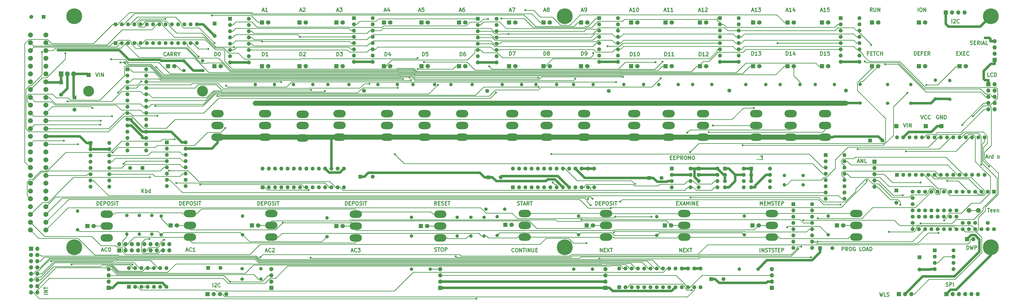
<source format=gbr>
G04 #@! TF.GenerationSoftware,KiCad,Pcbnew,(5.0.2)-1*
G04 #@! TF.CreationDate,2019-05-08T22:32:35+01:00*
G04 #@! TF.ProjectId,nova1200_fptest,6e6f7661-3132-4303-905f-667074657374,Rev 3*
G04 #@! TF.SameCoordinates,Original*
G04 #@! TF.FileFunction,Copper,L1,Top*
G04 #@! TF.FilePolarity,Positive*
%FSLAX46Y46*%
G04 Gerber Fmt 4.6, Leading zero omitted, Abs format (unit mm)*
G04 Created by KiCad (PCBNEW (5.0.2)-1) date 5/8/2019 10:32:35 PM*
%MOMM*%
%LPD*%
G01*
G04 APERTURE LIST*
G04 #@! TA.AperFunction,NonConductor*
%ADD10C,0.300000*%
G04 #@! TD*
G04 #@! TA.AperFunction,ComponentPad*
%ADD11R,1.700000X1.700000*%
G04 #@! TD*
G04 #@! TA.AperFunction,ComponentPad*
%ADD12O,1.700000X1.700000*%
G04 #@! TD*
G04 #@! TA.AperFunction,ComponentPad*
%ADD13C,1.600000*%
G04 #@! TD*
G04 #@! TA.AperFunction,ComponentPad*
%ADD14R,1.600000X1.600000*%
G04 #@! TD*
G04 #@! TA.AperFunction,ComponentPad*
%ADD15C,1.900000*%
G04 #@! TD*
G04 #@! TA.AperFunction,ComponentPad*
%ADD16O,1.600000X1.600000*%
G04 #@! TD*
G04 #@! TA.AperFunction,ComponentPad*
%ADD17C,1.400000*%
G04 #@! TD*
G04 #@! TA.AperFunction,ComponentPad*
%ADD18O,1.400000X1.400000*%
G04 #@! TD*
G04 #@! TA.AperFunction,ComponentPad*
%ADD19C,4.400000*%
G04 #@! TD*
G04 #@! TA.AperFunction,ComponentPad*
%ADD20C,6.400000*%
G04 #@! TD*
G04 #@! TA.AperFunction,ComponentPad*
%ADD21R,1.905000X2.000000*%
G04 #@! TD*
G04 #@! TA.AperFunction,ComponentPad*
%ADD22O,1.905000X2.000000*%
G04 #@! TD*
G04 #@! TA.AperFunction,ComponentPad*
%ADD23C,1.800000*%
G04 #@! TD*
G04 #@! TA.AperFunction,ComponentPad*
%ADD24R,1.800000X1.800000*%
G04 #@! TD*
G04 #@! TA.AperFunction,ComponentPad*
%ADD25O,5.000000X3.000000*%
G04 #@! TD*
G04 #@! TA.AperFunction,ComponentPad*
%ADD26C,2.000000*%
G04 #@! TD*
G04 #@! TA.AperFunction,ViaPad*
%ADD27C,0.800000*%
G04 #@! TD*
G04 #@! TA.AperFunction,Conductor*
%ADD28C,0.250000*%
G04 #@! TD*
G04 #@! TA.AperFunction,Conductor*
%ADD29C,1.000000*%
G04 #@! TD*
G04 #@! TA.AperFunction,Conductor*
%ADD30C,2.000000*%
G04 #@! TD*
G04 APERTURE END LIST*
D10*
X70640000Y-90848571D02*
X70640000Y-89348571D01*
X71497142Y-90848571D02*
X70854285Y-89991428D01*
X71497142Y-89348571D02*
X70640000Y-90205714D01*
X72140000Y-90848571D02*
X72140000Y-89348571D01*
X72140000Y-89920000D02*
X72282857Y-89848571D01*
X72568571Y-89848571D01*
X72711428Y-89920000D01*
X72782857Y-89991428D01*
X72854285Y-90134285D01*
X72854285Y-90562857D01*
X72782857Y-90705714D01*
X72711428Y-90777142D01*
X72568571Y-90848571D01*
X72282857Y-90848571D01*
X72140000Y-90777142D01*
X74140000Y-90848571D02*
X74140000Y-89348571D01*
X74140000Y-90777142D02*
X73997142Y-90848571D01*
X73711428Y-90848571D01*
X73568571Y-90777142D01*
X73497142Y-90705714D01*
X73425714Y-90562857D01*
X73425714Y-90134285D01*
X73497142Y-89991428D01*
X73568571Y-89920000D01*
X73711428Y-89848571D01*
X73997142Y-89848571D01*
X74140000Y-89920000D01*
X413913142Y-97222571D02*
X414770285Y-97222571D01*
X414341714Y-98722571D02*
X414341714Y-97222571D01*
X415841714Y-98651142D02*
X415698857Y-98722571D01*
X415413142Y-98722571D01*
X415270285Y-98651142D01*
X415198857Y-98508285D01*
X415198857Y-97936857D01*
X415270285Y-97794000D01*
X415413142Y-97722571D01*
X415698857Y-97722571D01*
X415841714Y-97794000D01*
X415913142Y-97936857D01*
X415913142Y-98079714D01*
X415198857Y-98222571D01*
X417127428Y-98651142D02*
X416984571Y-98722571D01*
X416698857Y-98722571D01*
X416556000Y-98651142D01*
X416484571Y-98508285D01*
X416484571Y-97936857D01*
X416556000Y-97794000D01*
X416698857Y-97722571D01*
X416984571Y-97722571D01*
X417127428Y-97794000D01*
X417198857Y-97936857D01*
X417198857Y-98079714D01*
X416484571Y-98222571D01*
X417841714Y-97722571D02*
X417841714Y-98722571D01*
X417841714Y-97865428D02*
X417913142Y-97794000D01*
X418056000Y-97722571D01*
X418270285Y-97722571D01*
X418413142Y-97794000D01*
X418484571Y-97936857D01*
X418484571Y-98722571D01*
X413302000Y-76450000D02*
X414016285Y-76450000D01*
X413159142Y-76878571D02*
X413659142Y-75378571D01*
X414159142Y-76878571D01*
X414659142Y-76878571D02*
X414659142Y-75878571D01*
X414659142Y-76164285D02*
X414730571Y-76021428D01*
X414802000Y-75950000D01*
X414944857Y-75878571D01*
X415087714Y-75878571D01*
X416230571Y-76878571D02*
X416230571Y-75378571D01*
X416230571Y-76807142D02*
X416087714Y-76878571D01*
X415802000Y-76878571D01*
X415659142Y-76807142D01*
X415587714Y-76735714D01*
X415516285Y-76592857D01*
X415516285Y-76164285D01*
X415587714Y-76021428D01*
X415659142Y-75950000D01*
X415802000Y-75878571D01*
X416087714Y-75878571D01*
X416230571Y-75950000D01*
X418087714Y-75878571D02*
X418087714Y-76878571D01*
X418087714Y-76021428D02*
X418159142Y-75950000D01*
X418302000Y-75878571D01*
X418516285Y-75878571D01*
X418659142Y-75950000D01*
X418730571Y-76092857D01*
X418730571Y-76878571D01*
X370145714Y-131512571D02*
X370502857Y-133012571D01*
X370788571Y-131941142D01*
X371074285Y-133012571D01*
X371431428Y-131512571D01*
X372717142Y-133012571D02*
X372002857Y-133012571D01*
X372002857Y-131512571D01*
X373145714Y-132941142D02*
X373360000Y-133012571D01*
X373717142Y-133012571D01*
X373860000Y-132941142D01*
X373931428Y-132869714D01*
X374002857Y-132726857D01*
X374002857Y-132584000D01*
X373931428Y-132441142D01*
X373860000Y-132369714D01*
X373717142Y-132298285D01*
X373431428Y-132226857D01*
X373288571Y-132155428D01*
X373217142Y-132084000D01*
X373145714Y-131941142D01*
X373145714Y-131798285D01*
X373217142Y-131655428D01*
X373288571Y-131584000D01*
X373431428Y-131512571D01*
X373788571Y-131512571D01*
X374002857Y-131584000D01*
X394081142Y-59448000D02*
X393938285Y-59376571D01*
X393724000Y-59376571D01*
X393509714Y-59448000D01*
X393366857Y-59590857D01*
X393295428Y-59733714D01*
X393224000Y-60019428D01*
X393224000Y-60233714D01*
X393295428Y-60519428D01*
X393366857Y-60662285D01*
X393509714Y-60805142D01*
X393724000Y-60876571D01*
X393866857Y-60876571D01*
X394081142Y-60805142D01*
X394152571Y-60733714D01*
X394152571Y-60233714D01*
X393866857Y-60233714D01*
X394795428Y-60876571D02*
X394795428Y-59376571D01*
X395652571Y-60876571D01*
X395652571Y-59376571D01*
X396366857Y-60876571D02*
X396366857Y-59376571D01*
X396724000Y-59376571D01*
X396938285Y-59448000D01*
X397081142Y-59590857D01*
X397152571Y-59733714D01*
X397224000Y-60019428D01*
X397224000Y-60233714D01*
X397152571Y-60519428D01*
X397081142Y-60662285D01*
X396938285Y-60805142D01*
X396724000Y-60876571D01*
X396366857Y-60876571D01*
X397117285Y-128877142D02*
X397331571Y-128948571D01*
X397688714Y-128948571D01*
X397831571Y-128877142D01*
X397903000Y-128805714D01*
X397974428Y-128662857D01*
X397974428Y-128520000D01*
X397903000Y-128377142D01*
X397831571Y-128305714D01*
X397688714Y-128234285D01*
X397403000Y-128162857D01*
X397260142Y-128091428D01*
X397188714Y-128020000D01*
X397117285Y-127877142D01*
X397117285Y-127734285D01*
X397188714Y-127591428D01*
X397260142Y-127520000D01*
X397403000Y-127448571D01*
X397760142Y-127448571D01*
X397974428Y-127520000D01*
X398617285Y-128948571D02*
X398617285Y-127448571D01*
X399188714Y-127448571D01*
X399331571Y-127520000D01*
X399403000Y-127591428D01*
X399474428Y-127734285D01*
X399474428Y-127948571D01*
X399403000Y-128091428D01*
X399331571Y-128162857D01*
X399188714Y-128234285D01*
X398617285Y-128234285D01*
X400117285Y-128948571D02*
X400117285Y-127448571D01*
X405543000Y-113962571D02*
X405543000Y-112462571D01*
X405900142Y-112462571D01*
X406114428Y-112534000D01*
X406257285Y-112676857D01*
X406328714Y-112819714D01*
X406400142Y-113105428D01*
X406400142Y-113319714D01*
X406328714Y-113605428D01*
X406257285Y-113748285D01*
X406114428Y-113891142D01*
X405900142Y-113962571D01*
X405543000Y-113962571D01*
X406900142Y-112462571D02*
X407257285Y-113962571D01*
X407543000Y-112891142D01*
X407828714Y-113962571D01*
X408185857Y-112462571D01*
X408757285Y-113962571D02*
X408757285Y-112462571D01*
X409328714Y-112462571D01*
X409471571Y-112534000D01*
X409543000Y-112605428D01*
X409614428Y-112748285D01*
X409614428Y-112962571D01*
X409543000Y-113105428D01*
X409471571Y-113176857D01*
X409328714Y-113248285D01*
X408757285Y-113248285D01*
X99500714Y-129202571D02*
X99500714Y-127702571D01*
X100143571Y-127845428D02*
X100215000Y-127774000D01*
X100357857Y-127702571D01*
X100715000Y-127702571D01*
X100857857Y-127774000D01*
X100929285Y-127845428D01*
X101000714Y-127988285D01*
X101000714Y-128131142D01*
X100929285Y-128345428D01*
X100072142Y-129202571D01*
X101000714Y-129202571D01*
X102500714Y-129059714D02*
X102429285Y-129131142D01*
X102215000Y-129202571D01*
X102072142Y-129202571D01*
X101857857Y-129131142D01*
X101715000Y-128988285D01*
X101643571Y-128845428D01*
X101572142Y-128559714D01*
X101572142Y-128345428D01*
X101643571Y-128059714D01*
X101715000Y-127916857D01*
X101857857Y-127774000D01*
X102072142Y-127702571D01*
X102215000Y-127702571D01*
X102429285Y-127774000D01*
X102500714Y-127845428D01*
X399474714Y-21887571D02*
X399474714Y-20387571D01*
X400117571Y-20530428D02*
X400189000Y-20459000D01*
X400331857Y-20387571D01*
X400689000Y-20387571D01*
X400831857Y-20459000D01*
X400903285Y-20530428D01*
X400974714Y-20673285D01*
X400974714Y-20816142D01*
X400903285Y-21030428D01*
X400046142Y-21887571D01*
X400974714Y-21887571D01*
X402474714Y-21744714D02*
X402403285Y-21816142D01*
X402189000Y-21887571D01*
X402046142Y-21887571D01*
X401831857Y-21816142D01*
X401689000Y-21673285D01*
X401617571Y-21530428D01*
X401546142Y-21244714D01*
X401546142Y-21030428D01*
X401617571Y-20744714D01*
X401689000Y-20601857D01*
X401831857Y-20459000D01*
X402046142Y-20387571D01*
X402189000Y-20387571D01*
X402403285Y-20459000D01*
X402474714Y-20530428D01*
X51951142Y-42104571D02*
X52451142Y-43604571D01*
X52951142Y-42104571D01*
X53451142Y-43604571D02*
X53451142Y-42104571D01*
X54165428Y-43604571D02*
X54165428Y-42104571D01*
X55022571Y-43604571D01*
X55022571Y-42104571D01*
X320492571Y-77243714D02*
X320564000Y-77315142D01*
X320492571Y-77386571D01*
X320421142Y-77315142D01*
X320492571Y-77243714D01*
X320492571Y-77386571D01*
X321206857Y-77243714D02*
X321278285Y-77315142D01*
X321206857Y-77386571D01*
X321135428Y-77315142D01*
X321206857Y-77243714D01*
X321206857Y-77386571D01*
X321778285Y-75886571D02*
X322706857Y-75886571D01*
X322206857Y-76458000D01*
X322421142Y-76458000D01*
X322564000Y-76529428D01*
X322635428Y-76600857D01*
X322706857Y-76743714D01*
X322706857Y-77100857D01*
X322635428Y-77243714D01*
X322564000Y-77315142D01*
X322421142Y-77386571D01*
X321992571Y-77386571D01*
X321849714Y-77315142D01*
X321778285Y-77243714D01*
X285210857Y-76600857D02*
X285710857Y-76600857D01*
X285925142Y-77386571D02*
X285210857Y-77386571D01*
X285210857Y-75886571D01*
X285925142Y-75886571D01*
X286568000Y-76600857D02*
X287068000Y-76600857D01*
X287282285Y-77386571D02*
X286568000Y-77386571D01*
X286568000Y-75886571D01*
X287282285Y-75886571D01*
X287925142Y-77386571D02*
X287925142Y-75886571D01*
X288496571Y-75886571D01*
X288639428Y-75958000D01*
X288710857Y-76029428D01*
X288782285Y-76172285D01*
X288782285Y-76386571D01*
X288710857Y-76529428D01*
X288639428Y-76600857D01*
X288496571Y-76672285D01*
X287925142Y-76672285D01*
X290282285Y-77386571D02*
X289782285Y-76672285D01*
X289425142Y-77386571D02*
X289425142Y-75886571D01*
X289996571Y-75886571D01*
X290139428Y-75958000D01*
X290210857Y-76029428D01*
X290282285Y-76172285D01*
X290282285Y-76386571D01*
X290210857Y-76529428D01*
X290139428Y-76600857D01*
X289996571Y-76672285D01*
X289425142Y-76672285D01*
X291210857Y-75886571D02*
X291496571Y-75886571D01*
X291639428Y-75958000D01*
X291782285Y-76100857D01*
X291853714Y-76386571D01*
X291853714Y-76886571D01*
X291782285Y-77172285D01*
X291639428Y-77315142D01*
X291496571Y-77386571D01*
X291210857Y-77386571D01*
X291068000Y-77315142D01*
X290925142Y-77172285D01*
X290853714Y-76886571D01*
X290853714Y-76386571D01*
X290925142Y-76100857D01*
X291068000Y-75958000D01*
X291210857Y-75886571D01*
X292496571Y-77386571D02*
X292496571Y-75886571D01*
X292996571Y-76958000D01*
X293496571Y-75886571D01*
X293496571Y-77386571D01*
X294496571Y-75886571D02*
X294639428Y-75886571D01*
X294782285Y-75958000D01*
X294853714Y-76029428D01*
X294925142Y-76172285D01*
X294996571Y-76458000D01*
X294996571Y-76815142D01*
X294925142Y-77100857D01*
X294853714Y-77243714D01*
X294782285Y-77315142D01*
X294639428Y-77386571D01*
X294496571Y-77386571D01*
X294353714Y-77315142D01*
X294282285Y-77243714D01*
X294210857Y-77100857D01*
X294139428Y-76815142D01*
X294139428Y-76458000D01*
X294210857Y-76172285D01*
X294282285Y-76029428D01*
X294353714Y-75958000D01*
X294496571Y-75886571D01*
X361216000Y-78228000D02*
X361930285Y-78228000D01*
X361073142Y-78656571D02*
X361573142Y-77156571D01*
X362073142Y-78656571D01*
X362573142Y-78656571D02*
X362573142Y-77156571D01*
X363430285Y-78656571D01*
X363430285Y-77156571D01*
X364858857Y-78656571D02*
X364144571Y-78656571D01*
X364144571Y-77156571D01*
X386874000Y-59376571D02*
X387374000Y-60876571D01*
X387874000Y-59376571D01*
X389231142Y-60733714D02*
X389159714Y-60805142D01*
X388945428Y-60876571D01*
X388802571Y-60876571D01*
X388588285Y-60805142D01*
X388445428Y-60662285D01*
X388374000Y-60519428D01*
X388302571Y-60233714D01*
X388302571Y-60019428D01*
X388374000Y-59733714D01*
X388445428Y-59590857D01*
X388588285Y-59448000D01*
X388802571Y-59376571D01*
X388945428Y-59376571D01*
X389159714Y-59448000D01*
X389231142Y-59519428D01*
X390731142Y-60733714D02*
X390659714Y-60805142D01*
X390445428Y-60876571D01*
X390302571Y-60876571D01*
X390088285Y-60805142D01*
X389945428Y-60662285D01*
X389874000Y-60519428D01*
X389802571Y-60233714D01*
X389802571Y-60019428D01*
X389874000Y-59733714D01*
X389945428Y-59590857D01*
X390088285Y-59448000D01*
X390302571Y-59376571D01*
X390445428Y-59376571D01*
X390659714Y-59448000D01*
X390731142Y-59519428D01*
X379865142Y-62678571D02*
X380365142Y-64178571D01*
X380865142Y-62678571D01*
X381365142Y-64178571D02*
X381365142Y-62678571D01*
X382079428Y-64178571D02*
X382079428Y-62678571D01*
X382936571Y-64178571D01*
X382936571Y-62678571D01*
X32457528Y-132184283D02*
X30957528Y-132184283D01*
X32457528Y-131469998D02*
X30957528Y-131469998D01*
X32457528Y-130612855D01*
X30957528Y-130612855D01*
X30957528Y-130112855D02*
X30957528Y-129255712D01*
X32457528Y-129684283D02*
X30957528Y-129684283D01*
X406999714Y-30579142D02*
X407214000Y-30650571D01*
X407571142Y-30650571D01*
X407714000Y-30579142D01*
X407785428Y-30507714D01*
X407856857Y-30364857D01*
X407856857Y-30222000D01*
X407785428Y-30079142D01*
X407714000Y-30007714D01*
X407571142Y-29936285D01*
X407285428Y-29864857D01*
X407142571Y-29793428D01*
X407071142Y-29722000D01*
X406999714Y-29579142D01*
X406999714Y-29436285D01*
X407071142Y-29293428D01*
X407142571Y-29222000D01*
X407285428Y-29150571D01*
X407642571Y-29150571D01*
X407856857Y-29222000D01*
X408499714Y-29864857D02*
X408999714Y-29864857D01*
X409214000Y-30650571D02*
X408499714Y-30650571D01*
X408499714Y-29150571D01*
X409214000Y-29150571D01*
X410714000Y-30650571D02*
X410214000Y-29936285D01*
X409856857Y-30650571D02*
X409856857Y-29150571D01*
X410428285Y-29150571D01*
X410571142Y-29222000D01*
X410642571Y-29293428D01*
X410714000Y-29436285D01*
X410714000Y-29650571D01*
X410642571Y-29793428D01*
X410571142Y-29864857D01*
X410428285Y-29936285D01*
X409856857Y-29936285D01*
X411356857Y-30650571D02*
X411356857Y-29150571D01*
X411999714Y-30222000D02*
X412714000Y-30222000D01*
X411856857Y-30650571D02*
X412356857Y-29150571D01*
X412856857Y-30650571D01*
X414071142Y-30650571D02*
X413356857Y-30650571D01*
X413356857Y-29150571D01*
X52392000Y-95928571D02*
X52392000Y-94428571D01*
X52749142Y-94428571D01*
X52963428Y-94500000D01*
X53106285Y-94642857D01*
X53177714Y-94785714D01*
X53249142Y-95071428D01*
X53249142Y-95285714D01*
X53177714Y-95571428D01*
X53106285Y-95714285D01*
X52963428Y-95857142D01*
X52749142Y-95928571D01*
X52392000Y-95928571D01*
X53892000Y-95142857D02*
X54392000Y-95142857D01*
X54606285Y-95928571D02*
X53892000Y-95928571D01*
X53892000Y-94428571D01*
X54606285Y-94428571D01*
X55249142Y-95928571D02*
X55249142Y-94428571D01*
X55820571Y-94428571D01*
X55963428Y-94500000D01*
X56034857Y-94571428D01*
X56106285Y-94714285D01*
X56106285Y-94928571D01*
X56034857Y-95071428D01*
X55963428Y-95142857D01*
X55820571Y-95214285D01*
X55249142Y-95214285D01*
X57034857Y-94428571D02*
X57320571Y-94428571D01*
X57463428Y-94500000D01*
X57606285Y-94642857D01*
X57677714Y-94928571D01*
X57677714Y-95428571D01*
X57606285Y-95714285D01*
X57463428Y-95857142D01*
X57320571Y-95928571D01*
X57034857Y-95928571D01*
X56892000Y-95857142D01*
X56749142Y-95714285D01*
X56677714Y-95428571D01*
X56677714Y-94928571D01*
X56749142Y-94642857D01*
X56892000Y-94500000D01*
X57034857Y-94428571D01*
X58249142Y-95857142D02*
X58463428Y-95928571D01*
X58820571Y-95928571D01*
X58963428Y-95857142D01*
X59034857Y-95785714D01*
X59106285Y-95642857D01*
X59106285Y-95500000D01*
X59034857Y-95357142D01*
X58963428Y-95285714D01*
X58820571Y-95214285D01*
X58534857Y-95142857D01*
X58392000Y-95071428D01*
X58320571Y-95000000D01*
X58249142Y-94857142D01*
X58249142Y-94714285D01*
X58320571Y-94571428D01*
X58392000Y-94500000D01*
X58534857Y-94428571D01*
X58892000Y-94428571D01*
X59106285Y-94500000D01*
X59749142Y-95928571D02*
X59749142Y-94428571D01*
X60249142Y-94428571D02*
X61106285Y-94428571D01*
X60677714Y-95928571D02*
X60677714Y-94428571D01*
X117670000Y-95928571D02*
X117670000Y-94428571D01*
X118027142Y-94428571D01*
X118241428Y-94500000D01*
X118384285Y-94642857D01*
X118455714Y-94785714D01*
X118527142Y-95071428D01*
X118527142Y-95285714D01*
X118455714Y-95571428D01*
X118384285Y-95714285D01*
X118241428Y-95857142D01*
X118027142Y-95928571D01*
X117670000Y-95928571D01*
X119170000Y-95142857D02*
X119670000Y-95142857D01*
X119884285Y-95928571D02*
X119170000Y-95928571D01*
X119170000Y-94428571D01*
X119884285Y-94428571D01*
X120527142Y-95928571D02*
X120527142Y-94428571D01*
X121098571Y-94428571D01*
X121241428Y-94500000D01*
X121312857Y-94571428D01*
X121384285Y-94714285D01*
X121384285Y-94928571D01*
X121312857Y-95071428D01*
X121241428Y-95142857D01*
X121098571Y-95214285D01*
X120527142Y-95214285D01*
X122312857Y-94428571D02*
X122598571Y-94428571D01*
X122741428Y-94500000D01*
X122884285Y-94642857D01*
X122955714Y-94928571D01*
X122955714Y-95428571D01*
X122884285Y-95714285D01*
X122741428Y-95857142D01*
X122598571Y-95928571D01*
X122312857Y-95928571D01*
X122170000Y-95857142D01*
X122027142Y-95714285D01*
X121955714Y-95428571D01*
X121955714Y-94928571D01*
X122027142Y-94642857D01*
X122170000Y-94500000D01*
X122312857Y-94428571D01*
X123527142Y-95857142D02*
X123741428Y-95928571D01*
X124098571Y-95928571D01*
X124241428Y-95857142D01*
X124312857Y-95785714D01*
X124384285Y-95642857D01*
X124384285Y-95500000D01*
X124312857Y-95357142D01*
X124241428Y-95285714D01*
X124098571Y-95214285D01*
X123812857Y-95142857D01*
X123670000Y-95071428D01*
X123598571Y-95000000D01*
X123527142Y-94857142D01*
X123527142Y-94714285D01*
X123598571Y-94571428D01*
X123670000Y-94500000D01*
X123812857Y-94428571D01*
X124170000Y-94428571D01*
X124384285Y-94500000D01*
X125027142Y-95928571D02*
X125027142Y-94428571D01*
X125527142Y-94428571D02*
X126384285Y-94428571D01*
X125955714Y-95928571D02*
X125955714Y-94428571D01*
X85920000Y-95928571D02*
X85920000Y-94428571D01*
X86277142Y-94428571D01*
X86491428Y-94500000D01*
X86634285Y-94642857D01*
X86705714Y-94785714D01*
X86777142Y-95071428D01*
X86777142Y-95285714D01*
X86705714Y-95571428D01*
X86634285Y-95714285D01*
X86491428Y-95857142D01*
X86277142Y-95928571D01*
X85920000Y-95928571D01*
X87420000Y-95142857D02*
X87920000Y-95142857D01*
X88134285Y-95928571D02*
X87420000Y-95928571D01*
X87420000Y-94428571D01*
X88134285Y-94428571D01*
X88777142Y-95928571D02*
X88777142Y-94428571D01*
X89348571Y-94428571D01*
X89491428Y-94500000D01*
X89562857Y-94571428D01*
X89634285Y-94714285D01*
X89634285Y-94928571D01*
X89562857Y-95071428D01*
X89491428Y-95142857D01*
X89348571Y-95214285D01*
X88777142Y-95214285D01*
X90562857Y-94428571D02*
X90848571Y-94428571D01*
X90991428Y-94500000D01*
X91134285Y-94642857D01*
X91205714Y-94928571D01*
X91205714Y-95428571D01*
X91134285Y-95714285D01*
X90991428Y-95857142D01*
X90848571Y-95928571D01*
X90562857Y-95928571D01*
X90420000Y-95857142D01*
X90277142Y-95714285D01*
X90205714Y-95428571D01*
X90205714Y-94928571D01*
X90277142Y-94642857D01*
X90420000Y-94500000D01*
X90562857Y-94428571D01*
X91777142Y-95857142D02*
X91991428Y-95928571D01*
X92348571Y-95928571D01*
X92491428Y-95857142D01*
X92562857Y-95785714D01*
X92634285Y-95642857D01*
X92634285Y-95500000D01*
X92562857Y-95357142D01*
X92491428Y-95285714D01*
X92348571Y-95214285D01*
X92062857Y-95142857D01*
X91920000Y-95071428D01*
X91848571Y-95000000D01*
X91777142Y-94857142D01*
X91777142Y-94714285D01*
X91848571Y-94571428D01*
X91920000Y-94500000D01*
X92062857Y-94428571D01*
X92420000Y-94428571D01*
X92634285Y-94500000D01*
X93277142Y-95928571D02*
X93277142Y-94428571D01*
X93777142Y-94428571D02*
X94634285Y-94428571D01*
X94205714Y-95928571D02*
X94205714Y-94428571D01*
X153230000Y-95928571D02*
X153230000Y-94428571D01*
X153587142Y-94428571D01*
X153801428Y-94500000D01*
X153944285Y-94642857D01*
X154015714Y-94785714D01*
X154087142Y-95071428D01*
X154087142Y-95285714D01*
X154015714Y-95571428D01*
X153944285Y-95714285D01*
X153801428Y-95857142D01*
X153587142Y-95928571D01*
X153230000Y-95928571D01*
X154730000Y-95142857D02*
X155230000Y-95142857D01*
X155444285Y-95928571D02*
X154730000Y-95928571D01*
X154730000Y-94428571D01*
X155444285Y-94428571D01*
X156087142Y-95928571D02*
X156087142Y-94428571D01*
X156658571Y-94428571D01*
X156801428Y-94500000D01*
X156872857Y-94571428D01*
X156944285Y-94714285D01*
X156944285Y-94928571D01*
X156872857Y-95071428D01*
X156801428Y-95142857D01*
X156658571Y-95214285D01*
X156087142Y-95214285D01*
X157872857Y-94428571D02*
X158158571Y-94428571D01*
X158301428Y-94500000D01*
X158444285Y-94642857D01*
X158515714Y-94928571D01*
X158515714Y-95428571D01*
X158444285Y-95714285D01*
X158301428Y-95857142D01*
X158158571Y-95928571D01*
X157872857Y-95928571D01*
X157730000Y-95857142D01*
X157587142Y-95714285D01*
X157515714Y-95428571D01*
X157515714Y-94928571D01*
X157587142Y-94642857D01*
X157730000Y-94500000D01*
X157872857Y-94428571D01*
X159087142Y-95857142D02*
X159301428Y-95928571D01*
X159658571Y-95928571D01*
X159801428Y-95857142D01*
X159872857Y-95785714D01*
X159944285Y-95642857D01*
X159944285Y-95500000D01*
X159872857Y-95357142D01*
X159801428Y-95285714D01*
X159658571Y-95214285D01*
X159372857Y-95142857D01*
X159230000Y-95071428D01*
X159158571Y-95000000D01*
X159087142Y-94857142D01*
X159087142Y-94714285D01*
X159158571Y-94571428D01*
X159230000Y-94500000D01*
X159372857Y-94428571D01*
X159730000Y-94428571D01*
X159944285Y-94500000D01*
X160587142Y-95928571D02*
X160587142Y-94428571D01*
X161087142Y-94428571D02*
X161944285Y-94428571D01*
X161515714Y-95928571D02*
X161515714Y-94428571D01*
X354898285Y-114470571D02*
X354898285Y-112970571D01*
X355469714Y-112970571D01*
X355612571Y-113042000D01*
X355684000Y-113113428D01*
X355755428Y-113256285D01*
X355755428Y-113470571D01*
X355684000Y-113613428D01*
X355612571Y-113684857D01*
X355469714Y-113756285D01*
X354898285Y-113756285D01*
X357255428Y-114470571D02*
X356755428Y-113756285D01*
X356398285Y-114470571D02*
X356398285Y-112970571D01*
X356969714Y-112970571D01*
X357112571Y-113042000D01*
X357184000Y-113113428D01*
X357255428Y-113256285D01*
X357255428Y-113470571D01*
X357184000Y-113613428D01*
X357112571Y-113684857D01*
X356969714Y-113756285D01*
X356398285Y-113756285D01*
X358184000Y-112970571D02*
X358469714Y-112970571D01*
X358612571Y-113042000D01*
X358755428Y-113184857D01*
X358826857Y-113470571D01*
X358826857Y-113970571D01*
X358755428Y-114256285D01*
X358612571Y-114399142D01*
X358469714Y-114470571D01*
X358184000Y-114470571D01*
X358041142Y-114399142D01*
X357898285Y-114256285D01*
X357826857Y-113970571D01*
X357826857Y-113470571D01*
X357898285Y-113184857D01*
X358041142Y-113042000D01*
X358184000Y-112970571D01*
X360255428Y-113042000D02*
X360112571Y-112970571D01*
X359898285Y-112970571D01*
X359684000Y-113042000D01*
X359541142Y-113184857D01*
X359469714Y-113327714D01*
X359398285Y-113613428D01*
X359398285Y-113827714D01*
X359469714Y-114113428D01*
X359541142Y-114256285D01*
X359684000Y-114399142D01*
X359898285Y-114470571D01*
X360041142Y-114470571D01*
X360255428Y-114399142D01*
X360326857Y-114327714D01*
X360326857Y-113827714D01*
X360041142Y-113827714D01*
X362826857Y-114470571D02*
X362112571Y-114470571D01*
X362112571Y-112970571D01*
X363612571Y-112970571D02*
X363898285Y-112970571D01*
X364041142Y-113042000D01*
X364184000Y-113184857D01*
X364255428Y-113470571D01*
X364255428Y-113970571D01*
X364184000Y-114256285D01*
X364041142Y-114399142D01*
X363898285Y-114470571D01*
X363612571Y-114470571D01*
X363469714Y-114399142D01*
X363326857Y-114256285D01*
X363255428Y-113970571D01*
X363255428Y-113470571D01*
X363326857Y-113184857D01*
X363469714Y-113042000D01*
X363612571Y-112970571D01*
X364826857Y-114042000D02*
X365541142Y-114042000D01*
X364684000Y-114470571D02*
X365184000Y-112970571D01*
X365684000Y-114470571D01*
X366184000Y-114470571D02*
X366184000Y-112970571D01*
X366541142Y-112970571D01*
X366755428Y-113042000D01*
X366898285Y-113184857D01*
X366969714Y-113327714D01*
X367041142Y-113613428D01*
X367041142Y-113827714D01*
X366969714Y-114113428D01*
X366898285Y-114256285D01*
X366755428Y-114399142D01*
X366541142Y-114470571D01*
X366184000Y-114470571D01*
X321604285Y-114978571D02*
X321604285Y-113478571D01*
X322318571Y-114978571D02*
X322318571Y-113478571D01*
X323175714Y-114978571D01*
X323175714Y-113478571D01*
X323818571Y-114907142D02*
X324032857Y-114978571D01*
X324390000Y-114978571D01*
X324532857Y-114907142D01*
X324604285Y-114835714D01*
X324675714Y-114692857D01*
X324675714Y-114550000D01*
X324604285Y-114407142D01*
X324532857Y-114335714D01*
X324390000Y-114264285D01*
X324104285Y-114192857D01*
X323961428Y-114121428D01*
X323890000Y-114050000D01*
X323818571Y-113907142D01*
X323818571Y-113764285D01*
X323890000Y-113621428D01*
X323961428Y-113550000D01*
X324104285Y-113478571D01*
X324461428Y-113478571D01*
X324675714Y-113550000D01*
X325104285Y-113478571D02*
X325961428Y-113478571D01*
X325532857Y-114978571D02*
X325532857Y-113478571D01*
X326390000Y-114907142D02*
X326604285Y-114978571D01*
X326961428Y-114978571D01*
X327104285Y-114907142D01*
X327175714Y-114835714D01*
X327247142Y-114692857D01*
X327247142Y-114550000D01*
X327175714Y-114407142D01*
X327104285Y-114335714D01*
X326961428Y-114264285D01*
X326675714Y-114192857D01*
X326532857Y-114121428D01*
X326461428Y-114050000D01*
X326390000Y-113907142D01*
X326390000Y-113764285D01*
X326461428Y-113621428D01*
X326532857Y-113550000D01*
X326675714Y-113478571D01*
X327032857Y-113478571D01*
X327247142Y-113550000D01*
X327675714Y-113478571D02*
X328532857Y-113478571D01*
X328104285Y-114978571D02*
X328104285Y-113478571D01*
X329032857Y-114192857D02*
X329532857Y-114192857D01*
X329747142Y-114978571D02*
X329032857Y-114978571D01*
X329032857Y-113478571D01*
X329747142Y-113478571D01*
X330390000Y-114978571D02*
X330390000Y-113478571D01*
X330961428Y-113478571D01*
X331104285Y-113550000D01*
X331175714Y-113621428D01*
X331247142Y-113764285D01*
X331247142Y-113978571D01*
X331175714Y-114121428D01*
X331104285Y-114192857D01*
X330961428Y-114264285D01*
X330390000Y-114264285D01*
X321640000Y-95928571D02*
X321640000Y-94428571D01*
X322140000Y-95500000D01*
X322640000Y-94428571D01*
X322640000Y-95928571D01*
X323354285Y-95142857D02*
X323854285Y-95142857D01*
X324068571Y-95928571D02*
X323354285Y-95928571D01*
X323354285Y-94428571D01*
X324068571Y-94428571D01*
X324711428Y-95928571D02*
X324711428Y-94428571D01*
X325211428Y-95500000D01*
X325711428Y-94428571D01*
X325711428Y-95928571D01*
X326354285Y-95857142D02*
X326568571Y-95928571D01*
X326925714Y-95928571D01*
X327068571Y-95857142D01*
X327140000Y-95785714D01*
X327211428Y-95642857D01*
X327211428Y-95500000D01*
X327140000Y-95357142D01*
X327068571Y-95285714D01*
X326925714Y-95214285D01*
X326640000Y-95142857D01*
X326497142Y-95071428D01*
X326425714Y-95000000D01*
X326354285Y-94857142D01*
X326354285Y-94714285D01*
X326425714Y-94571428D01*
X326497142Y-94500000D01*
X326640000Y-94428571D01*
X326997142Y-94428571D01*
X327211428Y-94500000D01*
X327640000Y-94428571D02*
X328497142Y-94428571D01*
X328068571Y-95928571D02*
X328068571Y-94428571D01*
X328997142Y-95142857D02*
X329497142Y-95142857D01*
X329711428Y-95928571D02*
X328997142Y-95928571D01*
X328997142Y-94428571D01*
X329711428Y-94428571D01*
X330354285Y-95928571D02*
X330354285Y-94428571D01*
X330925714Y-94428571D01*
X331068571Y-94500000D01*
X331140000Y-94571428D01*
X331211428Y-94714285D01*
X331211428Y-94928571D01*
X331140000Y-95071428D01*
X331068571Y-95142857D01*
X330925714Y-95214285D01*
X330354285Y-95214285D01*
X256687142Y-114978571D02*
X256687142Y-113478571D01*
X257544285Y-114978571D01*
X257544285Y-113478571D01*
X258258571Y-114192857D02*
X258758571Y-114192857D01*
X258972857Y-114978571D02*
X258258571Y-114978571D01*
X258258571Y-113478571D01*
X258972857Y-113478571D01*
X259472857Y-113478571D02*
X260472857Y-114978571D01*
X260472857Y-113478571D02*
X259472857Y-114978571D01*
X260830000Y-113478571D02*
X261687142Y-113478571D01*
X261258571Y-114978571D02*
X261258571Y-113478571D01*
X287742857Y-95142857D02*
X288242857Y-95142857D01*
X288457142Y-95928571D02*
X287742857Y-95928571D01*
X287742857Y-94428571D01*
X288457142Y-94428571D01*
X288957142Y-94428571D02*
X289957142Y-95928571D01*
X289957142Y-94428571D02*
X288957142Y-95928571D01*
X290457142Y-95500000D02*
X291171428Y-95500000D01*
X290314285Y-95928571D02*
X290814285Y-94428571D01*
X291314285Y-95928571D01*
X291814285Y-95928571D02*
X291814285Y-94428571D01*
X292314285Y-95500000D01*
X292814285Y-94428571D01*
X292814285Y-95928571D01*
X293528571Y-95928571D02*
X293528571Y-94428571D01*
X294242857Y-95928571D02*
X294242857Y-94428571D01*
X295100000Y-95928571D01*
X295100000Y-94428571D01*
X295814285Y-95142857D02*
X296314285Y-95142857D01*
X296528571Y-95928571D02*
X295814285Y-95928571D01*
X295814285Y-94428571D01*
X296528571Y-94428571D01*
X288945142Y-114978571D02*
X288945142Y-113478571D01*
X289802285Y-114978571D01*
X289802285Y-113478571D01*
X290516571Y-114192857D02*
X291016571Y-114192857D01*
X291230857Y-114978571D02*
X290516571Y-114978571D01*
X290516571Y-113478571D01*
X291230857Y-113478571D01*
X291730857Y-113478571D02*
X292730857Y-114978571D01*
X292730857Y-113478571D02*
X291730857Y-114978571D01*
X293088000Y-113478571D02*
X293945142Y-113478571D01*
X293516571Y-114978571D02*
X293516571Y-113478571D01*
X254830000Y-95928571D02*
X254830000Y-94428571D01*
X255187142Y-94428571D01*
X255401428Y-94500000D01*
X255544285Y-94642857D01*
X255615714Y-94785714D01*
X255687142Y-95071428D01*
X255687142Y-95285714D01*
X255615714Y-95571428D01*
X255544285Y-95714285D01*
X255401428Y-95857142D01*
X255187142Y-95928571D01*
X254830000Y-95928571D01*
X256330000Y-95142857D02*
X256830000Y-95142857D01*
X257044285Y-95928571D02*
X256330000Y-95928571D01*
X256330000Y-94428571D01*
X257044285Y-94428571D01*
X257687142Y-95928571D02*
X257687142Y-94428571D01*
X258258571Y-94428571D01*
X258401428Y-94500000D01*
X258472857Y-94571428D01*
X258544285Y-94714285D01*
X258544285Y-94928571D01*
X258472857Y-95071428D01*
X258401428Y-95142857D01*
X258258571Y-95214285D01*
X257687142Y-95214285D01*
X259472857Y-94428571D02*
X259758571Y-94428571D01*
X259901428Y-94500000D01*
X260044285Y-94642857D01*
X260115714Y-94928571D01*
X260115714Y-95428571D01*
X260044285Y-95714285D01*
X259901428Y-95857142D01*
X259758571Y-95928571D01*
X259472857Y-95928571D01*
X259330000Y-95857142D01*
X259187142Y-95714285D01*
X259115714Y-95428571D01*
X259115714Y-94928571D01*
X259187142Y-94642857D01*
X259330000Y-94500000D01*
X259472857Y-94428571D01*
X260687142Y-95857142D02*
X260901428Y-95928571D01*
X261258571Y-95928571D01*
X261401428Y-95857142D01*
X261472857Y-95785714D01*
X261544285Y-95642857D01*
X261544285Y-95500000D01*
X261472857Y-95357142D01*
X261401428Y-95285714D01*
X261258571Y-95214285D01*
X260972857Y-95142857D01*
X260830000Y-95071428D01*
X260758571Y-95000000D01*
X260687142Y-94857142D01*
X260687142Y-94714285D01*
X260758571Y-94571428D01*
X260830000Y-94500000D01*
X260972857Y-94428571D01*
X261330000Y-94428571D01*
X261544285Y-94500000D01*
X262187142Y-95928571D02*
X262187142Y-94428571D01*
X262687142Y-94428571D02*
X263544285Y-94428571D01*
X263115714Y-95928571D02*
X263115714Y-94428571D01*
X221774285Y-114835714D02*
X221702857Y-114907142D01*
X221488571Y-114978571D01*
X221345714Y-114978571D01*
X221131428Y-114907142D01*
X220988571Y-114764285D01*
X220917142Y-114621428D01*
X220845714Y-114335714D01*
X220845714Y-114121428D01*
X220917142Y-113835714D01*
X220988571Y-113692857D01*
X221131428Y-113550000D01*
X221345714Y-113478571D01*
X221488571Y-113478571D01*
X221702857Y-113550000D01*
X221774285Y-113621428D01*
X222702857Y-113478571D02*
X222988571Y-113478571D01*
X223131428Y-113550000D01*
X223274285Y-113692857D01*
X223345714Y-113978571D01*
X223345714Y-114478571D01*
X223274285Y-114764285D01*
X223131428Y-114907142D01*
X222988571Y-114978571D01*
X222702857Y-114978571D01*
X222560000Y-114907142D01*
X222417142Y-114764285D01*
X222345714Y-114478571D01*
X222345714Y-113978571D01*
X222417142Y-113692857D01*
X222560000Y-113550000D01*
X222702857Y-113478571D01*
X223988571Y-114978571D02*
X223988571Y-113478571D01*
X224845714Y-114978571D01*
X224845714Y-113478571D01*
X225345714Y-113478571D02*
X226202857Y-113478571D01*
X225774285Y-114978571D02*
X225774285Y-113478571D01*
X226702857Y-114978571D02*
X226702857Y-113478571D01*
X227417142Y-114978571D02*
X227417142Y-113478571D01*
X228274285Y-114978571D01*
X228274285Y-113478571D01*
X228988571Y-113478571D02*
X228988571Y-114692857D01*
X229060000Y-114835714D01*
X229131428Y-114907142D01*
X229274285Y-114978571D01*
X229560000Y-114978571D01*
X229702857Y-114907142D01*
X229774285Y-114835714D01*
X229845714Y-114692857D01*
X229845714Y-113478571D01*
X230560000Y-114192857D02*
X231060000Y-114192857D01*
X231274285Y-114978571D02*
X230560000Y-114978571D01*
X230560000Y-113478571D01*
X231274285Y-113478571D01*
X223095714Y-95857142D02*
X223310000Y-95928571D01*
X223667142Y-95928571D01*
X223810000Y-95857142D01*
X223881428Y-95785714D01*
X223952857Y-95642857D01*
X223952857Y-95500000D01*
X223881428Y-95357142D01*
X223810000Y-95285714D01*
X223667142Y-95214285D01*
X223381428Y-95142857D01*
X223238571Y-95071428D01*
X223167142Y-95000000D01*
X223095714Y-94857142D01*
X223095714Y-94714285D01*
X223167142Y-94571428D01*
X223238571Y-94500000D01*
X223381428Y-94428571D01*
X223738571Y-94428571D01*
X223952857Y-94500000D01*
X224381428Y-94428571D02*
X225238571Y-94428571D01*
X224810000Y-95928571D02*
X224810000Y-94428571D01*
X225667142Y-95500000D02*
X226381428Y-95500000D01*
X225524285Y-95928571D02*
X226024285Y-94428571D01*
X226524285Y-95928571D01*
X227881428Y-95928571D02*
X227381428Y-95214285D01*
X227024285Y-95928571D02*
X227024285Y-94428571D01*
X227595714Y-94428571D01*
X227738571Y-94500000D01*
X227810000Y-94571428D01*
X227881428Y-94714285D01*
X227881428Y-94928571D01*
X227810000Y-95071428D01*
X227738571Y-95142857D01*
X227595714Y-95214285D01*
X227024285Y-95214285D01*
X228310000Y-94428571D02*
X229167142Y-94428571D01*
X228738571Y-95928571D02*
X228738571Y-94428571D01*
X189488285Y-114653142D02*
X189702571Y-114724571D01*
X190059714Y-114724571D01*
X190202571Y-114653142D01*
X190274000Y-114581714D01*
X190345428Y-114438857D01*
X190345428Y-114296000D01*
X190274000Y-114153142D01*
X190202571Y-114081714D01*
X190059714Y-114010285D01*
X189774000Y-113938857D01*
X189631142Y-113867428D01*
X189559714Y-113796000D01*
X189488285Y-113653142D01*
X189488285Y-113510285D01*
X189559714Y-113367428D01*
X189631142Y-113296000D01*
X189774000Y-113224571D01*
X190131142Y-113224571D01*
X190345428Y-113296000D01*
X190774000Y-113224571D02*
X191631142Y-113224571D01*
X191202571Y-114724571D02*
X191202571Y-113224571D01*
X192416857Y-113224571D02*
X192702571Y-113224571D01*
X192845428Y-113296000D01*
X192988285Y-113438857D01*
X193059714Y-113724571D01*
X193059714Y-114224571D01*
X192988285Y-114510285D01*
X192845428Y-114653142D01*
X192702571Y-114724571D01*
X192416857Y-114724571D01*
X192274000Y-114653142D01*
X192131142Y-114510285D01*
X192059714Y-114224571D01*
X192059714Y-113724571D01*
X192131142Y-113438857D01*
X192274000Y-113296000D01*
X192416857Y-113224571D01*
X193702571Y-114724571D02*
X193702571Y-113224571D01*
X194274000Y-113224571D01*
X194416857Y-113296000D01*
X194488285Y-113367428D01*
X194559714Y-113510285D01*
X194559714Y-113724571D01*
X194488285Y-113867428D01*
X194416857Y-113938857D01*
X194274000Y-114010285D01*
X193702571Y-114010285D01*
X190353428Y-95928571D02*
X189853428Y-95214285D01*
X189496285Y-95928571D02*
X189496285Y-94428571D01*
X190067714Y-94428571D01*
X190210571Y-94500000D01*
X190282000Y-94571428D01*
X190353428Y-94714285D01*
X190353428Y-94928571D01*
X190282000Y-95071428D01*
X190210571Y-95142857D01*
X190067714Y-95214285D01*
X189496285Y-95214285D01*
X190996285Y-95142857D02*
X191496285Y-95142857D01*
X191710571Y-95928571D02*
X190996285Y-95928571D01*
X190996285Y-94428571D01*
X191710571Y-94428571D01*
X192282000Y-95857142D02*
X192496285Y-95928571D01*
X192853428Y-95928571D01*
X192996285Y-95857142D01*
X193067714Y-95785714D01*
X193139142Y-95642857D01*
X193139142Y-95500000D01*
X193067714Y-95357142D01*
X192996285Y-95285714D01*
X192853428Y-95214285D01*
X192567714Y-95142857D01*
X192424857Y-95071428D01*
X192353428Y-95000000D01*
X192282000Y-94857142D01*
X192282000Y-94714285D01*
X192353428Y-94571428D01*
X192424857Y-94500000D01*
X192567714Y-94428571D01*
X192924857Y-94428571D01*
X193139142Y-94500000D01*
X193782000Y-95142857D02*
X194282000Y-95142857D01*
X194496285Y-95928571D02*
X193782000Y-95928571D01*
X193782000Y-94428571D01*
X194496285Y-94428571D01*
X194924857Y-94428571D02*
X195782000Y-94428571D01*
X195353428Y-95928571D02*
X195353428Y-94428571D01*
X155658571Y-114550000D02*
X156372857Y-114550000D01*
X155515714Y-114978571D02*
X156015714Y-113478571D01*
X156515714Y-114978571D01*
X157872857Y-114835714D02*
X157801428Y-114907142D01*
X157587142Y-114978571D01*
X157444285Y-114978571D01*
X157230000Y-114907142D01*
X157087142Y-114764285D01*
X157015714Y-114621428D01*
X156944285Y-114335714D01*
X156944285Y-114121428D01*
X157015714Y-113835714D01*
X157087142Y-113692857D01*
X157230000Y-113550000D01*
X157444285Y-113478571D01*
X157587142Y-113478571D01*
X157801428Y-113550000D01*
X157872857Y-113621428D01*
X158372857Y-113478571D02*
X159301428Y-113478571D01*
X158801428Y-114050000D01*
X159015714Y-114050000D01*
X159158571Y-114121428D01*
X159230000Y-114192857D01*
X159301428Y-114335714D01*
X159301428Y-114692857D01*
X159230000Y-114835714D01*
X159158571Y-114907142D01*
X159015714Y-114978571D01*
X158587142Y-114978571D01*
X158444285Y-114907142D01*
X158372857Y-114835714D01*
X120860571Y-114550000D02*
X121574857Y-114550000D01*
X120717714Y-114978571D02*
X121217714Y-113478571D01*
X121717714Y-114978571D01*
X123074857Y-114835714D02*
X123003428Y-114907142D01*
X122789142Y-114978571D01*
X122646285Y-114978571D01*
X122432000Y-114907142D01*
X122289142Y-114764285D01*
X122217714Y-114621428D01*
X122146285Y-114335714D01*
X122146285Y-114121428D01*
X122217714Y-113835714D01*
X122289142Y-113692857D01*
X122432000Y-113550000D01*
X122646285Y-113478571D01*
X122789142Y-113478571D01*
X123003428Y-113550000D01*
X123074857Y-113621428D01*
X123646285Y-113621428D02*
X123717714Y-113550000D01*
X123860571Y-113478571D01*
X124217714Y-113478571D01*
X124360571Y-113550000D01*
X124432000Y-113621428D01*
X124503428Y-113764285D01*
X124503428Y-113907142D01*
X124432000Y-114121428D01*
X123574857Y-114978571D01*
X124503428Y-114978571D01*
X88602571Y-114296000D02*
X89316857Y-114296000D01*
X88459714Y-114724571D02*
X88959714Y-113224571D01*
X89459714Y-114724571D01*
X90816857Y-114581714D02*
X90745428Y-114653142D01*
X90531142Y-114724571D01*
X90388285Y-114724571D01*
X90174000Y-114653142D01*
X90031142Y-114510285D01*
X89959714Y-114367428D01*
X89888285Y-114081714D01*
X89888285Y-113867428D01*
X89959714Y-113581714D01*
X90031142Y-113438857D01*
X90174000Y-113296000D01*
X90388285Y-113224571D01*
X90531142Y-113224571D01*
X90745428Y-113296000D01*
X90816857Y-113367428D01*
X92245428Y-114724571D02*
X91388285Y-114724571D01*
X91816857Y-114724571D02*
X91816857Y-113224571D01*
X91674000Y-113438857D01*
X91531142Y-113581714D01*
X91388285Y-113653142D01*
X54312571Y-114296000D02*
X55026857Y-114296000D01*
X54169714Y-114724571D02*
X54669714Y-113224571D01*
X55169714Y-114724571D01*
X56526857Y-114581714D02*
X56455428Y-114653142D01*
X56241142Y-114724571D01*
X56098285Y-114724571D01*
X55884000Y-114653142D01*
X55741142Y-114510285D01*
X55669714Y-114367428D01*
X55598285Y-114081714D01*
X55598285Y-113867428D01*
X55669714Y-113581714D01*
X55741142Y-113438857D01*
X55884000Y-113296000D01*
X56098285Y-113224571D01*
X56241142Y-113224571D01*
X56455428Y-113296000D01*
X56526857Y-113367428D01*
X57455428Y-113224571D02*
X57598285Y-113224571D01*
X57741142Y-113296000D01*
X57812571Y-113367428D01*
X57884000Y-113510285D01*
X57955428Y-113796000D01*
X57955428Y-114153142D01*
X57884000Y-114438857D01*
X57812571Y-114581714D01*
X57741142Y-114653142D01*
X57598285Y-114724571D01*
X57455428Y-114724571D01*
X57312571Y-114653142D01*
X57241142Y-114581714D01*
X57169714Y-114438857D01*
X57098285Y-114153142D01*
X57098285Y-113796000D01*
X57169714Y-113510285D01*
X57241142Y-113367428D01*
X57312571Y-113296000D01*
X57455428Y-113224571D01*
X100238857Y-35222571D02*
X100238857Y-33722571D01*
X100596000Y-33722571D01*
X100810285Y-33794000D01*
X100953142Y-33936857D01*
X101024571Y-34079714D01*
X101096000Y-34365428D01*
X101096000Y-34579714D01*
X101024571Y-34865428D01*
X100953142Y-35008285D01*
X100810285Y-35151142D01*
X100596000Y-35222571D01*
X100238857Y-35222571D01*
X102024571Y-33722571D02*
X102167428Y-33722571D01*
X102310285Y-33794000D01*
X102381714Y-33865428D01*
X102453142Y-34008285D01*
X102524571Y-34294000D01*
X102524571Y-34651142D01*
X102453142Y-34936857D01*
X102381714Y-35079714D01*
X102310285Y-35151142D01*
X102167428Y-35222571D01*
X102024571Y-35222571D01*
X101881714Y-35151142D01*
X101810285Y-35079714D01*
X101738857Y-34936857D01*
X101667428Y-34651142D01*
X101667428Y-34294000D01*
X101738857Y-34008285D01*
X101810285Y-33865428D01*
X101881714Y-33794000D01*
X102024571Y-33722571D01*
X414762285Y-43604571D02*
X414048000Y-43604571D01*
X414048000Y-42104571D01*
X416119428Y-43461714D02*
X416048000Y-43533142D01*
X415833714Y-43604571D01*
X415690857Y-43604571D01*
X415476571Y-43533142D01*
X415333714Y-43390285D01*
X415262285Y-43247428D01*
X415190857Y-42961714D01*
X415190857Y-42747428D01*
X415262285Y-42461714D01*
X415333714Y-42318857D01*
X415476571Y-42176000D01*
X415690857Y-42104571D01*
X415833714Y-42104571D01*
X416048000Y-42176000D01*
X416119428Y-42247428D01*
X416762285Y-43604571D02*
X416762285Y-42104571D01*
X417119428Y-42104571D01*
X417333714Y-42176000D01*
X417476571Y-42318857D01*
X417548000Y-42461714D01*
X417619428Y-42747428D01*
X417619428Y-42961714D01*
X417548000Y-43247428D01*
X417476571Y-43390285D01*
X417333714Y-43533142D01*
X417119428Y-43604571D01*
X416762285Y-43604571D01*
X233878571Y-16760000D02*
X234592857Y-16760000D01*
X233735714Y-17188571D02*
X234235714Y-15688571D01*
X234735714Y-17188571D01*
X235450000Y-16331428D02*
X235307142Y-16260000D01*
X235235714Y-16188571D01*
X235164285Y-16045714D01*
X235164285Y-15974285D01*
X235235714Y-15831428D01*
X235307142Y-15760000D01*
X235450000Y-15688571D01*
X235735714Y-15688571D01*
X235878571Y-15760000D01*
X235950000Y-15831428D01*
X236021428Y-15974285D01*
X236021428Y-16045714D01*
X235950000Y-16188571D01*
X235878571Y-16260000D01*
X235735714Y-16331428D01*
X235450000Y-16331428D01*
X235307142Y-16402857D01*
X235235714Y-16474285D01*
X235164285Y-16617142D01*
X235164285Y-16902857D01*
X235235714Y-17045714D01*
X235307142Y-17117142D01*
X235450000Y-17188571D01*
X235735714Y-17188571D01*
X235878571Y-17117142D01*
X235950000Y-17045714D01*
X236021428Y-16902857D01*
X236021428Y-16617142D01*
X235950000Y-16474285D01*
X235878571Y-16402857D01*
X235735714Y-16331428D01*
X219908571Y-16760000D02*
X220622857Y-16760000D01*
X219765714Y-17188571D02*
X220265714Y-15688571D01*
X220765714Y-17188571D01*
X221122857Y-15688571D02*
X222122857Y-15688571D01*
X221480000Y-17188571D01*
X183078571Y-16760000D02*
X183792857Y-16760000D01*
X182935714Y-17188571D02*
X183435714Y-15688571D01*
X183935714Y-17188571D01*
X185150000Y-15688571D02*
X184435714Y-15688571D01*
X184364285Y-16402857D01*
X184435714Y-16331428D01*
X184578571Y-16260000D01*
X184935714Y-16260000D01*
X185078571Y-16331428D01*
X185150000Y-16402857D01*
X185221428Y-16545714D01*
X185221428Y-16902857D01*
X185150000Y-17045714D01*
X185078571Y-17117142D01*
X184935714Y-17188571D01*
X184578571Y-17188571D01*
X184435714Y-17117142D01*
X184364285Y-17045714D01*
X169108571Y-16760000D02*
X169822857Y-16760000D01*
X168965714Y-17188571D02*
X169465714Y-15688571D01*
X169965714Y-17188571D01*
X171108571Y-16188571D02*
X171108571Y-17188571D01*
X170751428Y-15617142D02*
X170394285Y-16688571D01*
X171322857Y-16688571D01*
X346194285Y-16760000D02*
X346908571Y-16760000D01*
X346051428Y-17188571D02*
X346551428Y-15688571D01*
X347051428Y-17188571D01*
X348337142Y-17188571D02*
X347480000Y-17188571D01*
X347908571Y-17188571D02*
X347908571Y-15688571D01*
X347765714Y-15902857D01*
X347622857Y-16045714D01*
X347480000Y-16117142D01*
X349694285Y-15688571D02*
X348980000Y-15688571D01*
X348908571Y-16402857D01*
X348980000Y-16331428D01*
X349122857Y-16260000D01*
X349480000Y-16260000D01*
X349622857Y-16331428D01*
X349694285Y-16402857D01*
X349765714Y-16545714D01*
X349765714Y-16902857D01*
X349694285Y-17045714D01*
X349622857Y-17117142D01*
X349480000Y-17188571D01*
X349122857Y-17188571D01*
X348980000Y-17117142D01*
X348908571Y-17045714D01*
X296664285Y-16760000D02*
X297378571Y-16760000D01*
X296521428Y-17188571D02*
X297021428Y-15688571D01*
X297521428Y-17188571D01*
X298807142Y-17188571D02*
X297950000Y-17188571D01*
X298378571Y-17188571D02*
X298378571Y-15688571D01*
X298235714Y-15902857D01*
X298092857Y-16045714D01*
X297950000Y-16117142D01*
X299378571Y-15831428D02*
X299450000Y-15760000D01*
X299592857Y-15688571D01*
X299950000Y-15688571D01*
X300092857Y-15760000D01*
X300164285Y-15831428D01*
X300235714Y-15974285D01*
X300235714Y-16117142D01*
X300164285Y-16331428D01*
X299307142Y-17188571D01*
X300235714Y-17188571D01*
X332224285Y-16760000D02*
X332938571Y-16760000D01*
X332081428Y-17188571D02*
X332581428Y-15688571D01*
X333081428Y-17188571D01*
X334367142Y-17188571D02*
X333510000Y-17188571D01*
X333938571Y-17188571D02*
X333938571Y-15688571D01*
X333795714Y-15902857D01*
X333652857Y-16045714D01*
X333510000Y-16117142D01*
X335652857Y-16188571D02*
X335652857Y-17188571D01*
X335295714Y-15617142D02*
X334938571Y-16688571D01*
X335867142Y-16688571D01*
X282694285Y-16760000D02*
X283408571Y-16760000D01*
X282551428Y-17188571D02*
X283051428Y-15688571D01*
X283551428Y-17188571D01*
X284837142Y-17188571D02*
X283980000Y-17188571D01*
X284408571Y-17188571D02*
X284408571Y-15688571D01*
X284265714Y-15902857D01*
X284122857Y-16045714D01*
X283980000Y-16117142D01*
X286265714Y-17188571D02*
X285408571Y-17188571D01*
X285837142Y-17188571D02*
X285837142Y-15688571D01*
X285694285Y-15902857D01*
X285551428Y-16045714D01*
X285408571Y-16117142D01*
X318254285Y-16760000D02*
X318968571Y-16760000D01*
X318111428Y-17188571D02*
X318611428Y-15688571D01*
X319111428Y-17188571D01*
X320397142Y-17188571D02*
X319540000Y-17188571D01*
X319968571Y-17188571D02*
X319968571Y-15688571D01*
X319825714Y-15902857D01*
X319682857Y-16045714D01*
X319540000Y-16117142D01*
X320897142Y-15688571D02*
X321825714Y-15688571D01*
X321325714Y-16260000D01*
X321540000Y-16260000D01*
X321682857Y-16331428D01*
X321754285Y-16402857D01*
X321825714Y-16545714D01*
X321825714Y-16902857D01*
X321754285Y-17045714D01*
X321682857Y-17117142D01*
X321540000Y-17188571D01*
X321111428Y-17188571D01*
X320968571Y-17117142D01*
X320897142Y-17045714D01*
X119542857Y-35222571D02*
X119542857Y-33722571D01*
X119900000Y-33722571D01*
X120114285Y-33794000D01*
X120257142Y-33936857D01*
X120328571Y-34079714D01*
X120400000Y-34365428D01*
X120400000Y-34579714D01*
X120328571Y-34865428D01*
X120257142Y-35008285D01*
X120114285Y-35151142D01*
X119900000Y-35222571D01*
X119542857Y-35222571D01*
X121828571Y-35222571D02*
X120971428Y-35222571D01*
X121400000Y-35222571D02*
X121400000Y-33722571D01*
X121257142Y-33936857D01*
X121114285Y-34079714D01*
X120971428Y-34151142D01*
X134782857Y-35222571D02*
X134782857Y-33722571D01*
X135140000Y-33722571D01*
X135354285Y-33794000D01*
X135497142Y-33936857D01*
X135568571Y-34079714D01*
X135640000Y-34365428D01*
X135640000Y-34579714D01*
X135568571Y-34865428D01*
X135497142Y-35008285D01*
X135354285Y-35151142D01*
X135140000Y-35222571D01*
X134782857Y-35222571D01*
X136211428Y-33865428D02*
X136282857Y-33794000D01*
X136425714Y-33722571D01*
X136782857Y-33722571D01*
X136925714Y-33794000D01*
X136997142Y-33865428D01*
X137068571Y-34008285D01*
X137068571Y-34151142D01*
X136997142Y-34365428D01*
X136140000Y-35222571D01*
X137068571Y-35222571D01*
X149768857Y-35222571D02*
X149768857Y-33722571D01*
X150126000Y-33722571D01*
X150340285Y-33794000D01*
X150483142Y-33936857D01*
X150554571Y-34079714D01*
X150626000Y-34365428D01*
X150626000Y-34579714D01*
X150554571Y-34865428D01*
X150483142Y-35008285D01*
X150340285Y-35151142D01*
X150126000Y-35222571D01*
X149768857Y-35222571D01*
X151126000Y-33722571D02*
X152054571Y-33722571D01*
X151554571Y-34294000D01*
X151768857Y-34294000D01*
X151911714Y-34365428D01*
X151983142Y-34436857D01*
X152054571Y-34579714D01*
X152054571Y-34936857D01*
X151983142Y-35079714D01*
X151911714Y-35151142D01*
X151768857Y-35222571D01*
X151340285Y-35222571D01*
X151197428Y-35151142D01*
X151126000Y-35079714D01*
X169326857Y-35222571D02*
X169326857Y-33722571D01*
X169684000Y-33722571D01*
X169898285Y-33794000D01*
X170041142Y-33936857D01*
X170112571Y-34079714D01*
X170184000Y-34365428D01*
X170184000Y-34579714D01*
X170112571Y-34865428D01*
X170041142Y-35008285D01*
X169898285Y-35151142D01*
X169684000Y-35222571D01*
X169326857Y-35222571D01*
X171469714Y-34222571D02*
X171469714Y-35222571D01*
X171112571Y-33651142D02*
X170755428Y-34722571D01*
X171684000Y-34722571D01*
X184566857Y-35222571D02*
X184566857Y-33722571D01*
X184924000Y-33722571D01*
X185138285Y-33794000D01*
X185281142Y-33936857D01*
X185352571Y-34079714D01*
X185424000Y-34365428D01*
X185424000Y-34579714D01*
X185352571Y-34865428D01*
X185281142Y-35008285D01*
X185138285Y-35151142D01*
X184924000Y-35222571D01*
X184566857Y-35222571D01*
X186781142Y-33722571D02*
X186066857Y-33722571D01*
X185995428Y-34436857D01*
X186066857Y-34365428D01*
X186209714Y-34294000D01*
X186566857Y-34294000D01*
X186709714Y-34365428D01*
X186781142Y-34436857D01*
X186852571Y-34579714D01*
X186852571Y-34936857D01*
X186781142Y-35079714D01*
X186709714Y-35151142D01*
X186566857Y-35222571D01*
X186209714Y-35222571D01*
X186066857Y-35151142D01*
X185995428Y-35079714D01*
X199806857Y-35222571D02*
X199806857Y-33722571D01*
X200164000Y-33722571D01*
X200378285Y-33794000D01*
X200521142Y-33936857D01*
X200592571Y-34079714D01*
X200664000Y-34365428D01*
X200664000Y-34579714D01*
X200592571Y-34865428D01*
X200521142Y-35008285D01*
X200378285Y-35151142D01*
X200164000Y-35222571D01*
X199806857Y-35222571D01*
X201949714Y-33722571D02*
X201664000Y-33722571D01*
X201521142Y-33794000D01*
X201449714Y-33865428D01*
X201306857Y-34079714D01*
X201235428Y-34365428D01*
X201235428Y-34936857D01*
X201306857Y-35079714D01*
X201378285Y-35151142D01*
X201521142Y-35222571D01*
X201806857Y-35222571D01*
X201949714Y-35151142D01*
X202021142Y-35079714D01*
X202092571Y-34936857D01*
X202092571Y-34579714D01*
X202021142Y-34436857D01*
X201949714Y-34365428D01*
X201806857Y-34294000D01*
X201521142Y-34294000D01*
X201378285Y-34365428D01*
X201306857Y-34436857D01*
X201235428Y-34579714D01*
X219872857Y-34968571D02*
X219872857Y-33468571D01*
X220230000Y-33468571D01*
X220444285Y-33540000D01*
X220587142Y-33682857D01*
X220658571Y-33825714D01*
X220730000Y-34111428D01*
X220730000Y-34325714D01*
X220658571Y-34611428D01*
X220587142Y-34754285D01*
X220444285Y-34897142D01*
X220230000Y-34968571D01*
X219872857Y-34968571D01*
X221230000Y-33468571D02*
X222230000Y-33468571D01*
X221587142Y-34968571D01*
X233842857Y-34968571D02*
X233842857Y-33468571D01*
X234200000Y-33468571D01*
X234414285Y-33540000D01*
X234557142Y-33682857D01*
X234628571Y-33825714D01*
X234700000Y-34111428D01*
X234700000Y-34325714D01*
X234628571Y-34611428D01*
X234557142Y-34754285D01*
X234414285Y-34897142D01*
X234200000Y-34968571D01*
X233842857Y-34968571D01*
X235557142Y-34111428D02*
X235414285Y-34040000D01*
X235342857Y-33968571D01*
X235271428Y-33825714D01*
X235271428Y-33754285D01*
X235342857Y-33611428D01*
X235414285Y-33540000D01*
X235557142Y-33468571D01*
X235842857Y-33468571D01*
X235985714Y-33540000D01*
X236057142Y-33611428D01*
X236128571Y-33754285D01*
X236128571Y-33825714D01*
X236057142Y-33968571D01*
X235985714Y-34040000D01*
X235842857Y-34111428D01*
X235557142Y-34111428D01*
X235414285Y-34182857D01*
X235342857Y-34254285D01*
X235271428Y-34397142D01*
X235271428Y-34682857D01*
X235342857Y-34825714D01*
X235414285Y-34897142D01*
X235557142Y-34968571D01*
X235842857Y-34968571D01*
X235985714Y-34897142D01*
X236057142Y-34825714D01*
X236128571Y-34682857D01*
X236128571Y-34397142D01*
X236057142Y-34254285D01*
X235985714Y-34182857D01*
X235842857Y-34111428D01*
X249082857Y-34968571D02*
X249082857Y-33468571D01*
X249440000Y-33468571D01*
X249654285Y-33540000D01*
X249797142Y-33682857D01*
X249868571Y-33825714D01*
X249940000Y-34111428D01*
X249940000Y-34325714D01*
X249868571Y-34611428D01*
X249797142Y-34754285D01*
X249654285Y-34897142D01*
X249440000Y-34968571D01*
X249082857Y-34968571D01*
X250654285Y-34968571D02*
X250940000Y-34968571D01*
X251082857Y-34897142D01*
X251154285Y-34825714D01*
X251297142Y-34611428D01*
X251368571Y-34325714D01*
X251368571Y-33754285D01*
X251297142Y-33611428D01*
X251225714Y-33540000D01*
X251082857Y-33468571D01*
X250797142Y-33468571D01*
X250654285Y-33540000D01*
X250582857Y-33611428D01*
X250511428Y-33754285D01*
X250511428Y-34111428D01*
X250582857Y-34254285D01*
X250654285Y-34325714D01*
X250797142Y-34397142D01*
X251082857Y-34397142D01*
X251225714Y-34325714D01*
X251297142Y-34254285D01*
X251368571Y-34111428D01*
X268942571Y-35222571D02*
X268942571Y-33722571D01*
X269299714Y-33722571D01*
X269514000Y-33794000D01*
X269656857Y-33936857D01*
X269728285Y-34079714D01*
X269799714Y-34365428D01*
X269799714Y-34579714D01*
X269728285Y-34865428D01*
X269656857Y-35008285D01*
X269514000Y-35151142D01*
X269299714Y-35222571D01*
X268942571Y-35222571D01*
X271228285Y-35222571D02*
X270371142Y-35222571D01*
X270799714Y-35222571D02*
X270799714Y-33722571D01*
X270656857Y-33936857D01*
X270514000Y-34079714D01*
X270371142Y-34151142D01*
X272156857Y-33722571D02*
X272299714Y-33722571D01*
X272442571Y-33794000D01*
X272514000Y-33865428D01*
X272585428Y-34008285D01*
X272656857Y-34294000D01*
X272656857Y-34651142D01*
X272585428Y-34936857D01*
X272514000Y-35079714D01*
X272442571Y-35151142D01*
X272299714Y-35222571D01*
X272156857Y-35222571D01*
X272014000Y-35151142D01*
X271942571Y-35079714D01*
X271871142Y-34936857D01*
X271799714Y-34651142D01*
X271799714Y-34294000D01*
X271871142Y-34008285D01*
X271942571Y-33865428D01*
X272014000Y-33794000D01*
X272156857Y-33722571D01*
X296882571Y-35222571D02*
X296882571Y-33722571D01*
X297239714Y-33722571D01*
X297454000Y-33794000D01*
X297596857Y-33936857D01*
X297668285Y-34079714D01*
X297739714Y-34365428D01*
X297739714Y-34579714D01*
X297668285Y-34865428D01*
X297596857Y-35008285D01*
X297454000Y-35151142D01*
X297239714Y-35222571D01*
X296882571Y-35222571D01*
X299168285Y-35222571D02*
X298311142Y-35222571D01*
X298739714Y-35222571D02*
X298739714Y-33722571D01*
X298596857Y-33936857D01*
X298454000Y-34079714D01*
X298311142Y-34151142D01*
X299739714Y-33865428D02*
X299811142Y-33794000D01*
X299954000Y-33722571D01*
X300311142Y-33722571D01*
X300454000Y-33794000D01*
X300525428Y-33865428D01*
X300596857Y-34008285D01*
X300596857Y-34151142D01*
X300525428Y-34365428D01*
X299668285Y-35222571D01*
X300596857Y-35222571D01*
X282912571Y-35222571D02*
X282912571Y-33722571D01*
X283269714Y-33722571D01*
X283484000Y-33794000D01*
X283626857Y-33936857D01*
X283698285Y-34079714D01*
X283769714Y-34365428D01*
X283769714Y-34579714D01*
X283698285Y-34865428D01*
X283626857Y-35008285D01*
X283484000Y-35151142D01*
X283269714Y-35222571D01*
X282912571Y-35222571D01*
X285198285Y-35222571D02*
X284341142Y-35222571D01*
X284769714Y-35222571D02*
X284769714Y-33722571D01*
X284626857Y-33936857D01*
X284484000Y-34079714D01*
X284341142Y-34151142D01*
X286626857Y-35222571D02*
X285769714Y-35222571D01*
X286198285Y-35222571D02*
X286198285Y-33722571D01*
X286055428Y-33936857D01*
X285912571Y-34079714D01*
X285769714Y-34151142D01*
X318218571Y-34968571D02*
X318218571Y-33468571D01*
X318575714Y-33468571D01*
X318790000Y-33540000D01*
X318932857Y-33682857D01*
X319004285Y-33825714D01*
X319075714Y-34111428D01*
X319075714Y-34325714D01*
X319004285Y-34611428D01*
X318932857Y-34754285D01*
X318790000Y-34897142D01*
X318575714Y-34968571D01*
X318218571Y-34968571D01*
X320504285Y-34968571D02*
X319647142Y-34968571D01*
X320075714Y-34968571D02*
X320075714Y-33468571D01*
X319932857Y-33682857D01*
X319790000Y-33825714D01*
X319647142Y-33897142D01*
X321004285Y-33468571D02*
X321932857Y-33468571D01*
X321432857Y-34040000D01*
X321647142Y-34040000D01*
X321790000Y-34111428D01*
X321861428Y-34182857D01*
X321932857Y-34325714D01*
X321932857Y-34682857D01*
X321861428Y-34825714D01*
X321790000Y-34897142D01*
X321647142Y-34968571D01*
X321218571Y-34968571D01*
X321075714Y-34897142D01*
X321004285Y-34825714D01*
X332188571Y-34968571D02*
X332188571Y-33468571D01*
X332545714Y-33468571D01*
X332760000Y-33540000D01*
X332902857Y-33682857D01*
X332974285Y-33825714D01*
X333045714Y-34111428D01*
X333045714Y-34325714D01*
X332974285Y-34611428D01*
X332902857Y-34754285D01*
X332760000Y-34897142D01*
X332545714Y-34968571D01*
X332188571Y-34968571D01*
X334474285Y-34968571D02*
X333617142Y-34968571D01*
X334045714Y-34968571D02*
X334045714Y-33468571D01*
X333902857Y-33682857D01*
X333760000Y-33825714D01*
X333617142Y-33897142D01*
X335760000Y-33968571D02*
X335760000Y-34968571D01*
X335402857Y-33397142D02*
X335045714Y-34468571D01*
X335974285Y-34468571D01*
X346158571Y-34968571D02*
X346158571Y-33468571D01*
X346515714Y-33468571D01*
X346730000Y-33540000D01*
X346872857Y-33682857D01*
X346944285Y-33825714D01*
X347015714Y-34111428D01*
X347015714Y-34325714D01*
X346944285Y-34611428D01*
X346872857Y-34754285D01*
X346730000Y-34897142D01*
X346515714Y-34968571D01*
X346158571Y-34968571D01*
X348444285Y-34968571D02*
X347587142Y-34968571D01*
X348015714Y-34968571D02*
X348015714Y-33468571D01*
X347872857Y-33682857D01*
X347730000Y-33825714D01*
X347587142Y-33897142D01*
X349801428Y-33468571D02*
X349087142Y-33468571D01*
X349015714Y-34182857D01*
X349087142Y-34111428D01*
X349230000Y-34040000D01*
X349587142Y-34040000D01*
X349730000Y-34111428D01*
X349801428Y-34182857D01*
X349872857Y-34325714D01*
X349872857Y-34682857D01*
X349801428Y-34825714D01*
X349730000Y-34897142D01*
X349587142Y-34968571D01*
X349230000Y-34968571D01*
X349087142Y-34897142D01*
X349015714Y-34825714D01*
X401395714Y-34182857D02*
X401895714Y-34182857D01*
X402110000Y-34968571D02*
X401395714Y-34968571D01*
X401395714Y-33468571D01*
X402110000Y-33468571D01*
X402610000Y-33468571D02*
X403610000Y-34968571D01*
X403610000Y-33468571D02*
X402610000Y-34968571D01*
X404181428Y-34182857D02*
X404681428Y-34182857D01*
X404895714Y-34968571D02*
X404181428Y-34968571D01*
X404181428Y-33468571D01*
X404895714Y-33468571D01*
X406395714Y-34825714D02*
X406324285Y-34897142D01*
X406110000Y-34968571D01*
X405967142Y-34968571D01*
X405752857Y-34897142D01*
X405610000Y-34754285D01*
X405538571Y-34611428D01*
X405467142Y-34325714D01*
X405467142Y-34111428D01*
X405538571Y-33825714D01*
X405610000Y-33682857D01*
X405752857Y-33540000D01*
X405967142Y-33468571D01*
X406110000Y-33468571D01*
X406324285Y-33540000D01*
X406395714Y-33611428D01*
X384207142Y-34968571D02*
X384207142Y-33468571D01*
X384564285Y-33468571D01*
X384778571Y-33540000D01*
X384921428Y-33682857D01*
X384992857Y-33825714D01*
X385064285Y-34111428D01*
X385064285Y-34325714D01*
X384992857Y-34611428D01*
X384921428Y-34754285D01*
X384778571Y-34897142D01*
X384564285Y-34968571D01*
X384207142Y-34968571D01*
X385707142Y-34182857D02*
X386207142Y-34182857D01*
X386421428Y-34968571D02*
X385707142Y-34968571D01*
X385707142Y-33468571D01*
X386421428Y-33468571D01*
X387564285Y-34182857D02*
X387064285Y-34182857D01*
X387064285Y-34968571D02*
X387064285Y-33468571D01*
X387778571Y-33468571D01*
X388350000Y-34182857D02*
X388850000Y-34182857D01*
X389064285Y-34968571D02*
X388350000Y-34968571D01*
X388350000Y-33468571D01*
X389064285Y-33468571D01*
X390564285Y-34968571D02*
X390064285Y-34254285D01*
X389707142Y-34968571D02*
X389707142Y-33468571D01*
X390278571Y-33468571D01*
X390421428Y-33540000D01*
X390492857Y-33611428D01*
X390564285Y-33754285D01*
X390564285Y-33968571D01*
X390492857Y-34111428D01*
X390421428Y-34182857D01*
X390278571Y-34254285D01*
X389707142Y-34254285D01*
X365728571Y-34182857D02*
X365228571Y-34182857D01*
X365228571Y-34968571D02*
X365228571Y-33468571D01*
X365942857Y-33468571D01*
X366514285Y-34182857D02*
X367014285Y-34182857D01*
X367228571Y-34968571D02*
X366514285Y-34968571D01*
X366514285Y-33468571D01*
X367228571Y-33468571D01*
X367657142Y-33468571D02*
X368514285Y-33468571D01*
X368085714Y-34968571D02*
X368085714Y-33468571D01*
X369871428Y-34825714D02*
X369800000Y-34897142D01*
X369585714Y-34968571D01*
X369442857Y-34968571D01*
X369228571Y-34897142D01*
X369085714Y-34754285D01*
X369014285Y-34611428D01*
X368942857Y-34325714D01*
X368942857Y-34111428D01*
X369014285Y-33825714D01*
X369085714Y-33682857D01*
X369228571Y-33540000D01*
X369442857Y-33468571D01*
X369585714Y-33468571D01*
X369800000Y-33540000D01*
X369871428Y-33611428D01*
X370514285Y-34968571D02*
X370514285Y-33468571D01*
X370514285Y-34182857D02*
X371371428Y-34182857D01*
X371371428Y-34968571D02*
X371371428Y-33468571D01*
X367192857Y-17188571D02*
X366692857Y-16474285D01*
X366335714Y-17188571D02*
X366335714Y-15688571D01*
X366907142Y-15688571D01*
X367050000Y-15760000D01*
X367121428Y-15831428D01*
X367192857Y-15974285D01*
X367192857Y-16188571D01*
X367121428Y-16331428D01*
X367050000Y-16402857D01*
X366907142Y-16474285D01*
X366335714Y-16474285D01*
X367835714Y-15688571D02*
X367835714Y-16902857D01*
X367907142Y-17045714D01*
X367978571Y-17117142D01*
X368121428Y-17188571D01*
X368407142Y-17188571D01*
X368550000Y-17117142D01*
X368621428Y-17045714D01*
X368692857Y-16902857D01*
X368692857Y-15688571D01*
X369407142Y-17188571D02*
X369407142Y-15688571D01*
X370264285Y-17188571D01*
X370264285Y-15688571D01*
X385778571Y-17188571D02*
X385778571Y-15688571D01*
X386778571Y-15688571D02*
X387064285Y-15688571D01*
X387207142Y-15760000D01*
X387350000Y-15902857D01*
X387421428Y-16188571D01*
X387421428Y-16688571D01*
X387350000Y-16974285D01*
X387207142Y-17117142D01*
X387064285Y-17188571D01*
X386778571Y-17188571D01*
X386635714Y-17117142D01*
X386492857Y-16974285D01*
X386421428Y-16688571D01*
X386421428Y-16188571D01*
X386492857Y-15902857D01*
X386635714Y-15760000D01*
X386778571Y-15688571D01*
X388064285Y-17188571D02*
X388064285Y-15688571D01*
X388921428Y-17188571D01*
X388921428Y-15688571D01*
X268724285Y-16760000D02*
X269438571Y-16760000D01*
X268581428Y-17188571D02*
X269081428Y-15688571D01*
X269581428Y-17188571D01*
X270867142Y-17188571D02*
X270010000Y-17188571D01*
X270438571Y-17188571D02*
X270438571Y-15688571D01*
X270295714Y-15902857D01*
X270152857Y-16045714D01*
X270010000Y-16117142D01*
X271795714Y-15688571D02*
X271938571Y-15688571D01*
X272081428Y-15760000D01*
X272152857Y-15831428D01*
X272224285Y-15974285D01*
X272295714Y-16260000D01*
X272295714Y-16617142D01*
X272224285Y-16902857D01*
X272152857Y-17045714D01*
X272081428Y-17117142D01*
X271938571Y-17188571D01*
X271795714Y-17188571D01*
X271652857Y-17117142D01*
X271581428Y-17045714D01*
X271510000Y-16902857D01*
X271438571Y-16617142D01*
X271438571Y-16260000D01*
X271510000Y-15974285D01*
X271581428Y-15831428D01*
X271652857Y-15760000D01*
X271795714Y-15688571D01*
X249118571Y-16760000D02*
X249832857Y-16760000D01*
X248975714Y-17188571D02*
X249475714Y-15688571D01*
X249975714Y-17188571D01*
X250547142Y-17188571D02*
X250832857Y-17188571D01*
X250975714Y-17117142D01*
X251047142Y-17045714D01*
X251190000Y-16831428D01*
X251261428Y-16545714D01*
X251261428Y-15974285D01*
X251190000Y-15831428D01*
X251118571Y-15760000D01*
X250975714Y-15688571D01*
X250690000Y-15688571D01*
X250547142Y-15760000D01*
X250475714Y-15831428D01*
X250404285Y-15974285D01*
X250404285Y-16331428D01*
X250475714Y-16474285D01*
X250547142Y-16545714D01*
X250690000Y-16617142D01*
X250975714Y-16617142D01*
X251118571Y-16545714D01*
X251190000Y-16474285D01*
X251261428Y-16331428D01*
X199588571Y-16760000D02*
X200302857Y-16760000D01*
X199445714Y-17188571D02*
X199945714Y-15688571D01*
X200445714Y-17188571D01*
X201588571Y-15688571D02*
X201302857Y-15688571D01*
X201160000Y-15760000D01*
X201088571Y-15831428D01*
X200945714Y-16045714D01*
X200874285Y-16331428D01*
X200874285Y-16902857D01*
X200945714Y-17045714D01*
X201017142Y-17117142D01*
X201160000Y-17188571D01*
X201445714Y-17188571D01*
X201588571Y-17117142D01*
X201660000Y-17045714D01*
X201731428Y-16902857D01*
X201731428Y-16545714D01*
X201660000Y-16402857D01*
X201588571Y-16331428D01*
X201445714Y-16260000D01*
X201160000Y-16260000D01*
X201017142Y-16331428D01*
X200945714Y-16402857D01*
X200874285Y-16545714D01*
X149804571Y-16760000D02*
X150518857Y-16760000D01*
X149661714Y-17188571D02*
X150161714Y-15688571D01*
X150661714Y-17188571D01*
X151018857Y-15688571D02*
X151947428Y-15688571D01*
X151447428Y-16260000D01*
X151661714Y-16260000D01*
X151804571Y-16331428D01*
X151876000Y-16402857D01*
X151947428Y-16545714D01*
X151947428Y-16902857D01*
X151876000Y-17045714D01*
X151804571Y-17117142D01*
X151661714Y-17188571D01*
X151233142Y-17188571D01*
X151090285Y-17117142D01*
X151018857Y-17045714D01*
X134818571Y-16760000D02*
X135532857Y-16760000D01*
X134675714Y-17188571D02*
X135175714Y-15688571D01*
X135675714Y-17188571D01*
X136104285Y-15831428D02*
X136175714Y-15760000D01*
X136318571Y-15688571D01*
X136675714Y-15688571D01*
X136818571Y-15760000D01*
X136890000Y-15831428D01*
X136961428Y-15974285D01*
X136961428Y-16117142D01*
X136890000Y-16331428D01*
X136032857Y-17188571D01*
X136961428Y-17188571D01*
X119578571Y-16760000D02*
X120292857Y-16760000D01*
X119435714Y-17188571D02*
X119935714Y-15688571D01*
X120435714Y-17188571D01*
X121721428Y-17188571D02*
X120864285Y-17188571D01*
X121292857Y-17188571D02*
X121292857Y-15688571D01*
X121150000Y-15902857D01*
X121007142Y-16045714D01*
X120864285Y-16117142D01*
X80482571Y-35079714D02*
X80411142Y-35151142D01*
X80196857Y-35222571D01*
X80054000Y-35222571D01*
X79839714Y-35151142D01*
X79696857Y-35008285D01*
X79625428Y-34865428D01*
X79554000Y-34579714D01*
X79554000Y-34365428D01*
X79625428Y-34079714D01*
X79696857Y-33936857D01*
X79839714Y-33794000D01*
X80054000Y-33722571D01*
X80196857Y-33722571D01*
X80411142Y-33794000D01*
X80482571Y-33865428D01*
X81054000Y-34794000D02*
X81768285Y-34794000D01*
X80911142Y-35222571D02*
X81411142Y-33722571D01*
X81911142Y-35222571D01*
X83268285Y-35222571D02*
X82768285Y-34508285D01*
X82411142Y-35222571D02*
X82411142Y-33722571D01*
X82982571Y-33722571D01*
X83125428Y-33794000D01*
X83196857Y-33865428D01*
X83268285Y-34008285D01*
X83268285Y-34222571D01*
X83196857Y-34365428D01*
X83125428Y-34436857D01*
X82982571Y-34508285D01*
X82411142Y-34508285D01*
X84768285Y-35222571D02*
X84268285Y-34508285D01*
X83911142Y-35222571D02*
X83911142Y-33722571D01*
X84482571Y-33722571D01*
X84625428Y-33794000D01*
X84696857Y-33865428D01*
X84768285Y-34008285D01*
X84768285Y-34222571D01*
X84696857Y-34365428D01*
X84625428Y-34436857D01*
X84482571Y-34508285D01*
X83911142Y-34508285D01*
X85696857Y-34508285D02*
X85696857Y-35222571D01*
X85196857Y-33722571D02*
X85696857Y-34508285D01*
X86196857Y-33722571D01*
D11*
G04 #@! TO.P,J4,1*
G04 #@! TO.N,/VCC*
X405638000Y-109728000D03*
D12*
G04 #@! TO.P,J4,2*
G04 #@! TO.N,Net-(C19-Pad1)*
X408178000Y-109728000D03*
G04 #@! TD*
D11*
G04 #@! TO.P,J5,1*
G04 #@! TO.N,/GND*
X377952000Y-132080000D03*
D12*
G04 #@! TO.P,J5,2*
G04 #@! TO.N,/VCC*
X380492000Y-132080000D03*
G04 #@! TO.P,J5,3*
G04 #@! TO.N,/D3*
X383032000Y-132080000D03*
G04 #@! TD*
D13*
G04 #@! TO.P,C18,2*
G04 #@! TO.N,/GND*
X371268000Y-69596000D03*
D14*
G04 #@! TO.P,C18,1*
G04 #@! TO.N,/VCC*
X366268000Y-69596000D03*
G04 #@! TD*
G04 #@! TO.P,C19,1*
G04 #@! TO.N,Net-(C19-Pad1)*
X97536000Y-121412000D03*
D13*
G04 #@! TO.P,C19,2*
G04 #@! TO.N,/GND*
X102536000Y-121412000D03*
G04 #@! TD*
G04 #@! TO.P,U22,17*
G04 #@! TO.N,Net-(U22-Pad17)*
X383540000Y-98044000D03*
G04 #@! TO.P,U22,18*
G04 #@! TO.N,Net-(U22-Pad18)*
X383540000Y-100584000D03*
G04 #@! TO.P,U22,19*
G04 #@! TO.N,/A14*
X383540000Y-103124000D03*
G04 #@! TO.P,U22,20*
G04 #@! TO.N,/SCK*
X383540000Y-105664000D03*
G04 #@! TO.P,U22,16*
G04 #@! TO.N,Net-(U22-Pad16)*
X383540000Y-95504000D03*
G04 #@! TO.P,U22,15*
G04 #@! TO.N,Net-(U22-Pad15)*
X383540000Y-92964000D03*
G04 #@! TO.P,U22,14*
G04 #@! TO.N,/MISO*
X383540000Y-90424000D03*
G04 #@! TO.P,U22,21*
G04 #@! TO.N,/CS*
X386080000Y-105664000D03*
G04 #@! TO.P,U22,22*
G04 #@! TO.N,/ENOLED2*
X388620000Y-105664000D03*
G04 #@! TO.P,U22,23*
G04 #@! TO.N,/TA2*
X391160000Y-105664000D03*
G04 #@! TO.P,U22,24*
G04 #@! TO.N,/TA3*
X393700000Y-105664000D03*
G04 #@! TO.P,U22,25*
G04 #@! TO.N,/D0*
X396240000Y-105664000D03*
G04 #@! TO.P,U22,26*
G04 #@! TO.N,/D1*
X398780000Y-105664000D03*
G04 #@! TO.P,U22,27*
G04 #@! TO.N,/D2*
X401320000Y-105664000D03*
G04 #@! TO.P,U22,28*
G04 #@! TO.N,/D3*
X403860000Y-105664000D03*
G04 #@! TO.P,U22,29*
G04 #@! TO.N,/SDA*
X406400000Y-105664000D03*
G04 #@! TO.P,U22,30*
G04 #@! TO.N,/SCK*
X408940000Y-105664000D03*
G04 #@! TO.P,U22,31*
G04 #@! TO.N,/SPIVCC*
X411480000Y-105664000D03*
G04 #@! TO.P,U22,32*
G04 #@! TO.N,Net-(U22-Pad32)*
X414020000Y-105664000D03*
G04 #@! TO.P,U22,33*
G04 #@! TO.N,Net-(C19-Pad1)*
X416560000Y-105664000D03*
G04 #@! TO.P,U22,34*
G04 #@! TO.N,Net-(U22-Pad34)*
X414020000Y-103124000D03*
G04 #@! TO.P,U22,35*
G04 #@! TO.N,Net-(U22-Pad35)*
X408940000Y-103124000D03*
G04 #@! TO.P,U22,36*
G04 #@! TO.N,Net-(U22-Pad36)*
X406400000Y-103124000D03*
G04 #@! TO.P,U22,37*
G04 #@! TO.N,Net-(U22-Pad37)*
X403860000Y-103124000D03*
G04 #@! TO.P,U22,13*
G04 #@! TO.N,/MOSI*
X386080000Y-90424000D03*
G04 #@! TO.P,U22,12*
G04 #@! TO.N,/ENOLED1*
X388620000Y-90424000D03*
G04 #@! TO.P,U22,11*
G04 #@! TO.N,/ENOLED0*
X391160000Y-90424000D03*
G04 #@! TO.P,U22,10*
G04 #@! TO.N,/A2*
X393700000Y-90424000D03*
G04 #@! TO.P,U22,9*
G04 #@! TO.N,/A1*
X396240000Y-90424000D03*
G04 #@! TO.P,U22,8*
G04 #@! TO.N,/A0*
X398780000Y-90424000D03*
G04 #@! TO.P,U22,7*
G04 #@! TO.N,/ENLCD2*
X401320000Y-90424000D03*
G04 #@! TO.P,U22,6*
G04 #@! TO.N,/ENLCD1*
X403860000Y-90424000D03*
G04 #@! TO.P,U22,5*
G04 #@! TO.N,/SELR1*
X406400000Y-90424000D03*
G04 #@! TO.P,U22,4*
G04 #@! TO.N,/SERIALOUT*
X408940000Y-90424000D03*
G04 #@! TO.P,U22,3*
G04 #@! TO.N,/SERIALIN*
X411480000Y-90424000D03*
G04 #@! TO.P,U22,2*
G04 #@! TO.N,/LIGHTINT*
X414020000Y-90424000D03*
D14*
G04 #@! TO.P,U22,1*
G04 #@! TO.N,/GND*
X416560000Y-90424000D03*
D13*
G04 #@! TO.P,U22,38*
G04 #@! TO.N,Net-(U22-Pad38)*
X401320000Y-98044000D03*
G04 #@! TO.P,U22,39*
G04 #@! TO.N,Net-(U22-Pad39)*
X398780000Y-98044000D03*
G04 #@! TO.P,U22,40*
G04 #@! TO.N,Net-(U22-Pad40)*
X396240000Y-98044000D03*
G04 #@! TO.P,U22,41*
G04 #@! TO.N,Net-(U22-Pad41)*
X393700000Y-98044000D03*
G04 #@! TO.P,U22,42*
G04 #@! TO.N,Net-(U22-Pad42)*
X391160000Y-98044000D03*
G04 #@! TO.P,U22,43*
G04 #@! TO.N,Net-(U22-Pad43)*
X388620000Y-98044000D03*
G04 #@! TO.P,U22,44*
G04 #@! TO.N,Net-(U22-Pad44)*
X386080000Y-98044000D03*
G04 #@! TO.P,U22,45*
G04 #@! TO.N,Net-(U22-Pad45)*
X386080000Y-100584000D03*
G04 #@! TO.P,U22,46*
G04 #@! TO.N,Net-(U22-Pad46)*
X388620000Y-100584000D03*
G04 #@! TO.P,U22,47*
G04 #@! TO.N,Net-(U22-Pad47)*
X391160000Y-100584000D03*
G04 #@! TO.P,U22,48*
G04 #@! TO.N,Net-(U22-Pad48)*
X393700000Y-100584000D03*
G04 #@! TO.P,U22,49*
G04 #@! TO.N,Net-(U22-Pad49)*
X396240000Y-100584000D03*
G04 #@! TO.P,U22,50*
G04 #@! TO.N,Net-(U22-Pad50)*
X398780000Y-100584000D03*
G04 #@! TO.P,U22,51*
G04 #@! TO.N,Net-(U22-Pad51)*
X401320000Y-100584000D03*
D15*
G04 #@! TO.P,U22,52*
G04 #@! TO.N,Net-(U22-Pad52)*
X406400000Y-98044000D03*
X410210000Y-98044000D03*
G04 #@! TD*
D13*
G04 #@! TO.P,C17,2*
G04 #@! TO.N,/GND*
X350948000Y-113411000D03*
D14*
G04 #@! TO.P,C17,1*
G04 #@! TO.N,/VCC*
X345948000Y-113411000D03*
G04 #@! TD*
D13*
G04 #@! TO.P,C16,2*
G04 #@! TO.N,/GND*
X386334000Y-122094000D03*
D14*
G04 #@! TO.P,C16,1*
G04 #@! TO.N,/SPIVCC*
X386334000Y-117094000D03*
G04 #@! TD*
D11*
G04 #@! TO.P,J24,1*
G04 #@! TO.N,/GND*
X397256000Y-132080000D03*
D12*
G04 #@! TO.P,J24,2*
G04 #@! TO.N,/MISO*
X399796000Y-132080000D03*
G04 #@! TO.P,J24,3*
G04 #@! TO.N,/MOSI*
X402336000Y-132080000D03*
G04 #@! TO.P,J24,4*
G04 #@! TO.N,Net-(J24-Pad4)*
X404876000Y-132080000D03*
G04 #@! TO.P,J24,5*
G04 #@! TO.N,/CS*
X407416000Y-132080000D03*
G04 #@! TO.P,J24,6*
G04 #@! TO.N,/SPIVCC*
X409956000Y-132080000D03*
G04 #@! TD*
D14*
G04 #@! TO.P,U21,1*
G04 #@! TO.N,/CS*
X392557000Y-114300000D03*
D16*
G04 #@! TO.P,U21,5*
G04 #@! TO.N,/MOSI*
X400177000Y-121920000D03*
G04 #@! TO.P,U21,2*
G04 #@! TO.N,/MISO*
X392557000Y-116840000D03*
G04 #@! TO.P,U21,6*
G04 #@! TO.N,Net-(J24-Pad4)*
X400177000Y-119380000D03*
G04 #@! TO.P,U21,3*
G04 #@! TO.N,/SPIVCC*
X392557000Y-119380000D03*
G04 #@! TO.P,U21,7*
X400177000Y-116840000D03*
G04 #@! TO.P,U21,4*
G04 #@! TO.N,/GND*
X392557000Y-121920000D03*
G04 #@! TO.P,U21,8*
G04 #@! TO.N,/SPIVCC*
X400177000Y-114300000D03*
G04 #@! TD*
D11*
G04 #@! TO.P,J9,1*
G04 #@! TO.N,/GND*
X368046000Y-78232000D03*
D12*
G04 #@! TO.P,J9,2*
G04 #@! TO.N,/TA2*
X368046000Y-80772000D03*
G04 #@! TO.P,J9,3*
G04 #@! TO.N,/TA3*
X368046000Y-83312000D03*
G04 #@! TO.P,J9,4*
G04 #@! TO.N,/A14*
X368046000Y-85852000D03*
G04 #@! TO.P,J9,5*
G04 #@! TO.N,/SPIVCC*
X368046000Y-88392000D03*
G04 #@! TD*
D17*
G04 #@! TO.P,R57,1*
G04 #@! TO.N,/VCC*
X111379000Y-125984000D03*
D18*
G04 #@! TO.P,R57,2*
G04 #@! TO.N,Net-(J11-Pad4)*
X118999000Y-125984000D03*
G04 #@! TD*
G04 #@! TO.P,R58,2*
G04 #@! TO.N,Net-(J12-Pad4)*
X118999000Y-121793000D03*
D17*
G04 #@! TO.P,R58,1*
G04 #@! TO.N,/VCC*
X111379000Y-121793000D03*
G04 #@! TD*
G04 #@! TO.P,R59,1*
G04 #@! TO.N,/VCC*
X180086000Y-121920000D03*
D18*
G04 #@! TO.P,R59,2*
G04 #@! TO.N,Net-(J15-Pad4)*
X187706000Y-121920000D03*
G04 #@! TD*
G04 #@! TO.P,R60,2*
G04 #@! TO.N,Net-(J16-Pad4)*
X253619000Y-121920000D03*
D17*
G04 #@! TO.P,R60,1*
G04 #@! TO.N,/VCC*
X245999000Y-121920000D03*
G04 #@! TD*
G04 #@! TO.P,R61,1*
G04 #@! TO.N,/VCC*
X320802000Y-121920000D03*
D18*
G04 #@! TO.P,R61,2*
G04 #@! TO.N,Net-(J17-Pad4)*
X313182000Y-121920000D03*
G04 #@! TD*
D14*
G04 #@! TO.P,U18,1*
G04 #@! TO.N,Net-(J17-Pad4)*
X335135000Y-95555000D03*
D16*
G04 #@! TO.P,U18,9*
G04 #@! TO.N,/ENOLED2*
X342755000Y-113335000D03*
G04 #@! TO.P,U18,2*
G04 #@! TO.N,Net-(U18-Pad2)*
X335135000Y-98095000D03*
G04 #@! TO.P,U18,10*
G04 #@! TO.N,/ENOLED1*
X342755000Y-110795000D03*
G04 #@! TO.P,U18,3*
G04 #@! TO.N,/SDA*
X335135000Y-100635000D03*
G04 #@! TO.P,U18,11*
G04 #@! TO.N,/ENOLED0*
X342755000Y-108255000D03*
G04 #@! TO.P,U18,4*
G04 #@! TO.N,Net-(U18-Pad4)*
X335135000Y-103175000D03*
G04 #@! TO.P,U18,12*
G04 #@! TO.N,Net-(J16-Pad4)*
X342755000Y-105715000D03*
G04 #@! TO.P,U18,5*
G04 #@! TO.N,Net-(U18-Pad5)*
X335135000Y-105715000D03*
G04 #@! TO.P,U18,13*
G04 #@! TO.N,Net-(J11-Pad4)*
X342755000Y-103175000D03*
G04 #@! TO.P,U18,6*
G04 #@! TO.N,/GND*
X335135000Y-108255000D03*
G04 #@! TO.P,U18,14*
G04 #@! TO.N,Net-(J12-Pad4)*
X342755000Y-100635000D03*
G04 #@! TO.P,U18,7*
G04 #@! TO.N,/GND*
X335135000Y-110795000D03*
G04 #@! TO.P,U18,15*
G04 #@! TO.N,Net-(J15-Pad4)*
X342755000Y-98095000D03*
G04 #@! TO.P,U18,8*
G04 #@! TO.N,/GND*
X335135000Y-113335000D03*
G04 #@! TO.P,U18,16*
G04 #@! TO.N,/VCC*
X342755000Y-95555000D03*
G04 #@! TD*
D18*
G04 #@! TO.P,R55,2*
G04 #@! TO.N,/SDA*
X331470000Y-87630000D03*
D17*
G04 #@! TO.P,R55,1*
G04 #@! TO.N,/VCC*
X339090000Y-87630000D03*
G04 #@! TD*
G04 #@! TO.P,R56,1*
G04 #@! TO.N,/VCC*
X339090000Y-83820000D03*
D18*
G04 #@! TO.P,R56,2*
G04 #@! TO.N,/SCK*
X331470000Y-83820000D03*
G04 #@! TD*
D11*
G04 #@! TO.P,J3,1*
G04 #@! TO.N,/GND*
X61468000Y-114300000D03*
D12*
G04 #@! TO.P,J3,2*
G04 #@! TO.N,Net-(J3-Pad2)*
X61468000Y-111760000D03*
G04 #@! TO.P,J3,3*
G04 #@! TO.N,Net-(J3-Pad3)*
X64008000Y-114300000D03*
G04 #@! TO.P,J3,4*
G04 #@! TO.N,Net-(J3-Pad4)*
X64008000Y-111760000D03*
G04 #@! TO.P,J3,5*
G04 #@! TO.N,Net-(D38-Pad2)*
X66548000Y-114300000D03*
G04 #@! TO.P,J3,6*
G04 #@! TO.N,Net-(J3-Pad6)*
X66548000Y-111760000D03*
G04 #@! TO.P,J3,7*
G04 #@! TO.N,Net-(J3-Pad7)*
X69088000Y-114300000D03*
G04 #@! TO.P,J3,8*
G04 #@! TO.N,Net-(D42-Pad1)*
X69088000Y-111760000D03*
G04 #@! TO.P,J3,9*
G04 #@! TO.N,Net-(D39-Pad2)*
X71628000Y-114300000D03*
G04 #@! TO.P,J3,10*
G04 #@! TO.N,Net-(J3-Pad10)*
X71628000Y-111760000D03*
G04 #@! TO.P,J3,11*
G04 #@! TO.N,Net-(D40-Pad2)*
X74168000Y-114300000D03*
G04 #@! TO.P,J3,12*
G04 #@! TO.N,Net-(J3-Pad12)*
X74168000Y-111760000D03*
G04 #@! TO.P,J3,13*
G04 #@! TO.N,Net-(D41-Pad2)*
X76708000Y-114300000D03*
G04 #@! TO.P,J3,14*
G04 #@! TO.N,Net-(D42-Pad2)*
X76708000Y-111760000D03*
G04 #@! TO.P,J3,15*
G04 #@! TO.N,Net-(J3-Pad15)*
X79248000Y-114300000D03*
G04 #@! TO.P,J3,16*
G04 #@! TO.N,Net-(J3-Pad16)*
X79248000Y-111760000D03*
G04 #@! TO.P,J3,17*
G04 #@! TO.N,Net-(J3-Pad17)*
X81788000Y-114300000D03*
G04 #@! TO.P,J3,18*
G04 #@! TO.N,Net-(J3-Pad18)*
X81788000Y-111760000D03*
G04 #@! TD*
D11*
G04 #@! TO.P,J2,1*
G04 #@! TO.N,/GND*
X25654000Y-113665000D03*
D12*
G04 #@! TO.P,J2,2*
G04 #@! TO.N,Net-(J2-Pad2)*
X28194000Y-113665000D03*
G04 #@! TO.P,J2,3*
G04 #@! TO.N,Net-(J2-Pad3)*
X25654000Y-116205000D03*
G04 #@! TO.P,J2,4*
G04 #@! TO.N,Net-(J2-Pad4)*
X28194000Y-116205000D03*
G04 #@! TO.P,J2,5*
G04 #@! TO.N,Net-(J2-Pad5)*
X25654000Y-118745000D03*
G04 #@! TO.P,J2,6*
G04 #@! TO.N,Net-(J2-Pad6)*
X28194000Y-118745000D03*
G04 #@! TO.P,J2,7*
G04 #@! TO.N,Net-(J2-Pad7)*
X25654000Y-121285000D03*
G04 #@! TO.P,J2,8*
G04 #@! TO.N,Net-(J2-Pad8)*
X28194000Y-121285000D03*
G04 #@! TO.P,J2,9*
G04 #@! TO.N,Net-(J2-Pad9)*
X25654000Y-123825000D03*
G04 #@! TO.P,J2,10*
G04 #@! TO.N,Net-(J2-Pad10)*
X28194000Y-123825000D03*
G04 #@! TO.P,J2,11*
G04 #@! TO.N,Net-(J2-Pad11)*
X25654000Y-126365000D03*
G04 #@! TO.P,J2,12*
G04 #@! TO.N,Net-(J2-Pad12)*
X28194000Y-126365000D03*
G04 #@! TO.P,J2,13*
G04 #@! TO.N,Net-(J2-Pad13)*
X25654000Y-128905000D03*
G04 #@! TO.P,J2,14*
G04 #@! TO.N,Net-(J2-Pad14)*
X28194000Y-128905000D03*
G04 #@! TO.P,J2,15*
G04 #@! TO.N,Net-(J2-Pad15)*
X25654000Y-131445000D03*
G04 #@! TO.P,J2,16*
G04 #@! TO.N,Net-(J2-Pad16)*
X28194000Y-131445000D03*
G04 #@! TD*
D11*
G04 #@! TO.P,J20,1*
G04 #@! TO.N,/GND*
X395224000Y-63754000D03*
G04 #@! TD*
G04 #@! TO.P,J19,1*
G04 #@! TO.N,/GND*
X97282000Y-132080000D03*
D12*
G04 #@! TO.P,J19,2*
G04 #@! TO.N,/VCC*
X99822000Y-132080000D03*
G04 #@! TO.P,J19,3*
G04 #@! TO.N,/SDA*
X102362000Y-132080000D03*
G04 #@! TO.P,J19,4*
G04 #@! TO.N,/SCK*
X104902000Y-132080000D03*
G04 #@! TD*
G04 #@! TO.P,J18,4*
G04 #@! TO.N,/SDA*
X404622000Y-17526000D03*
G04 #@! TO.P,J18,3*
G04 #@! TO.N,/SCK*
X402082000Y-17526000D03*
G04 #@! TO.P,J18,2*
G04 #@! TO.N,/VCC*
X399542000Y-17526000D03*
D11*
G04 #@! TO.P,J18,1*
G04 #@! TO.N,/GND*
X397002000Y-17526000D03*
G04 #@! TD*
G04 #@! TO.P,J17,1*
G04 #@! TO.N,/GND*
X326390000Y-129540000D03*
D12*
G04 #@! TO.P,J17,2*
G04 #@! TO.N,/VCC*
X326390000Y-127000000D03*
G04 #@! TO.P,J17,3*
G04 #@! TO.N,/SCK*
X326390000Y-124460000D03*
G04 #@! TO.P,J17,4*
G04 #@! TO.N,Net-(J17-Pad4)*
X326390000Y-121920000D03*
G04 #@! TD*
D14*
G04 #@! TO.P,U24,1*
G04 #@! TO.N,Net-(U24-Pad1)*
X65405000Y-129159000D03*
D16*
G04 #@! TO.P,U24,8*
G04 #@! TO.N,Net-(J2-Pad11)*
X80645000Y-121539000D03*
G04 #@! TO.P,U24,2*
G04 #@! TO.N,Net-(J2-Pad13)*
X67945000Y-129159000D03*
G04 #@! TO.P,U24,9*
G04 #@! TO.N,Net-(J2-Pad9)*
X78105000Y-121539000D03*
G04 #@! TO.P,U24,3*
G04 #@! TO.N,Net-(J2-Pad2)*
X70485000Y-129159000D03*
G04 #@! TO.P,U24,10*
G04 #@! TO.N,Net-(J2-Pad5)*
X75565000Y-121539000D03*
G04 #@! TO.P,U24,4*
G04 #@! TO.N,Net-(J2-Pad2)*
X73025000Y-129159000D03*
G04 #@! TO.P,U24,11*
G04 #@! TO.N,Net-(J2-Pad5)*
X73025000Y-121539000D03*
G04 #@! TO.P,U24,5*
G04 #@! TO.N,Net-(J2-Pad3)*
X75565000Y-129159000D03*
G04 #@! TO.P,U24,12*
G04 #@! TO.N,Net-(J2-Pad7)*
X70485000Y-121539000D03*
G04 #@! TO.P,U24,6*
G04 #@! TO.N,Net-(U24-Pad1)*
X78105000Y-129159000D03*
G04 #@! TO.P,U24,13*
G04 #@! TO.N,Net-(J2-Pad11)*
X67945000Y-121539000D03*
G04 #@! TO.P,U24,7*
G04 #@! TO.N,/GND*
X80645000Y-129159000D03*
G04 #@! TO.P,U24,14*
G04 #@! TO.N,/VCC*
X65405000Y-121539000D03*
G04 #@! TD*
D19*
G04 #@! TO.P,H1,1*
G04 #@! TO.N,/GND*
X95250000Y-49530000D03*
G04 #@! TD*
G04 #@! TO.P,H2,1*
G04 #@! TO.N,/GND*
X49022000Y-49530000D03*
G04 #@! TD*
D20*
G04 #@! TO.P,PAD2,1*
G04 #@! TO.N,/GND*
X43180000Y-19050000D03*
G04 #@! TD*
D11*
G04 #@! TO.P,J7,1*
G04 #@! TO.N,/GND*
X416814000Y-36830000D03*
D12*
G04 #@! TO.P,J7,2*
G04 #@! TO.N,/SERIALOUT*
X416814000Y-34290000D03*
G04 #@! TO.P,J7,3*
G04 #@! TO.N,/SERIALIN*
X416814000Y-31750000D03*
G04 #@! TO.P,J7,4*
G04 #@! TO.N,/VCC*
X416814000Y-29210000D03*
G04 #@! TD*
D11*
G04 #@! TO.P,J6,1*
G04 #@! TO.N,/GND*
X414274000Y-46736000D03*
D12*
G04 #@! TO.P,J6,2*
G04 #@! TO.N,/VCC*
X416814000Y-46736000D03*
G04 #@! TO.P,J6,3*
G04 #@! TO.N,/A0*
X414274000Y-49276000D03*
G04 #@! TO.P,J6,4*
G04 #@! TO.N,/ENLCD1*
X416814000Y-49276000D03*
G04 #@! TO.P,J6,5*
G04 #@! TO.N,/D0*
X414274000Y-51816000D03*
G04 #@! TO.P,J6,6*
G04 #@! TO.N,/D1*
X416814000Y-51816000D03*
G04 #@! TO.P,J6,7*
G04 #@! TO.N,/D2*
X414274000Y-54356000D03*
G04 #@! TO.P,J6,8*
G04 #@! TO.N,/D3*
X416814000Y-54356000D03*
G04 #@! TO.P,J6,9*
G04 #@! TO.N,/TA2*
X414274000Y-56896000D03*
G04 #@! TO.P,J6,10*
G04 #@! TO.N,/ENLCD2*
X416814000Y-56896000D03*
G04 #@! TD*
D11*
G04 #@! TO.P,J16,1*
G04 #@! TO.N,/GND*
X258826000Y-129540000D03*
D12*
G04 #@! TO.P,J16,2*
G04 #@! TO.N,/VCC*
X258826000Y-127000000D03*
G04 #@! TO.P,J16,3*
G04 #@! TO.N,/SCK*
X258826000Y-124460000D03*
G04 #@! TO.P,J16,4*
G04 #@! TO.N,Net-(J16-Pad4)*
X258826000Y-121920000D03*
G04 #@! TD*
G04 #@! TO.P,J15,4*
G04 #@! TO.N,Net-(J15-Pad4)*
X191770000Y-121920000D03*
G04 #@! TO.P,J15,3*
G04 #@! TO.N,/SCK*
X191770000Y-124460000D03*
G04 #@! TO.P,J15,2*
G04 #@! TO.N,/VCC*
X191770000Y-127000000D03*
D11*
G04 #@! TO.P,J15,1*
G04 #@! TO.N,/GND*
X191770000Y-129540000D03*
G04 #@! TD*
G04 #@! TO.P,J12,1*
G04 #@! TO.N,/GND*
X123190000Y-129540000D03*
D12*
G04 #@! TO.P,J12,2*
G04 #@! TO.N,/VCC*
X123190000Y-127000000D03*
G04 #@! TO.P,J12,3*
G04 #@! TO.N,/SCK*
X123190000Y-124460000D03*
G04 #@! TO.P,J12,4*
G04 #@! TO.N,Net-(J12-Pad4)*
X123190000Y-121920000D03*
G04 #@! TD*
D11*
G04 #@! TO.P,J11,1*
G04 #@! TO.N,/GND*
X57150000Y-129540000D03*
D12*
G04 #@! TO.P,J11,2*
G04 #@! TO.N,/VCC*
X57150000Y-127000000D03*
G04 #@! TO.P,J11,3*
G04 #@! TO.N,/SCK*
X57150000Y-124460000D03*
G04 #@! TO.P,J11,4*
G04 #@! TO.N,Net-(J11-Pad4)*
X57150000Y-121920000D03*
G04 #@! TD*
D11*
G04 #@! TO.P,J14,1*
G04 #@! TO.N,Net-(A1-Pad30)*
X376936000Y-63754000D03*
G04 #@! TD*
G04 #@! TO.P,J13,1*
G04 #@! TO.N,Net-(C14-Pad1)*
X49022000Y-42926000D03*
G04 #@! TD*
D21*
G04 #@! TO.P,U20,1*
G04 #@! TO.N,/VLAMP*
X37846000Y-42545000D03*
D22*
G04 #@! TO.P,U20,2*
G04 #@! TO.N,/GND*
X40386000Y-42545000D03*
G04 #@! TO.P,U20,3*
G04 #@! TO.N,Net-(C14-Pad1)*
X42926000Y-42545000D03*
G04 #@! TD*
D11*
G04 #@! TO.P,J10,1*
G04 #@! TO.N,Net-(A1-Pad27)*
X388874000Y-63754000D03*
G04 #@! TD*
D16*
G04 #@! TO.P,U8,8*
G04 #@! TO.N,/VCC*
X314960000Y-81026000D03*
G04 #@! TO.P,U8,4*
G04 #@! TO.N,/GND*
X307340000Y-88646000D03*
G04 #@! TO.P,U8,7*
X314960000Y-83566000D03*
G04 #@! TO.P,U8,3*
G04 #@! TO.N,/VCC*
X307340000Y-86106000D03*
G04 #@! TO.P,U8,6*
G04 #@! TO.N,/SCK*
X314960000Y-86106000D03*
G04 #@! TO.P,U8,2*
G04 #@! TO.N,/VCC*
X307340000Y-83566000D03*
G04 #@! TO.P,U8,5*
G04 #@! TO.N,/SDA*
X314960000Y-88646000D03*
D14*
G04 #@! TO.P,U8,1*
G04 #@! TO.N,/GND*
X307340000Y-81026000D03*
G04 #@! TD*
G04 #@! TO.P,U7,1*
G04 #@! TO.N,/GND*
X285750000Y-81026000D03*
D16*
G04 #@! TO.P,U7,5*
G04 #@! TO.N,/SDA*
X293370000Y-88646000D03*
G04 #@! TO.P,U7,2*
G04 #@! TO.N,/GND*
X285750000Y-83566000D03*
G04 #@! TO.P,U7,6*
G04 #@! TO.N,/SCK*
X293370000Y-86106000D03*
G04 #@! TO.P,U7,3*
G04 #@! TO.N,/VCC*
X285750000Y-86106000D03*
G04 #@! TO.P,U7,7*
G04 #@! TO.N,/GND*
X293370000Y-83566000D03*
G04 #@! TO.P,U7,4*
X285750000Y-88646000D03*
G04 #@! TO.P,U7,8*
G04 #@! TO.N,/VCC*
X293370000Y-81026000D03*
G04 #@! TD*
D23*
G04 #@! TO.P,D47,2*
G04 #@! TO.N,Net-(D42-Pad2)*
X355346000Y-104140000D03*
D24*
G04 #@! TO.P,D47,1*
G04 #@! TO.N,Net-(D47-Pad1)*
X352806000Y-104140000D03*
G04 #@! TD*
G04 #@! TO.P,D41,1*
G04 #@! TO.N,Net-(D41-Pad1)*
X149606000Y-104394000D03*
D23*
G04 #@! TO.P,D41,2*
G04 #@! TO.N,Net-(D41-Pad2)*
X152146000Y-104394000D03*
G04 #@! TD*
G04 #@! TO.P,D39,2*
G04 #@! TO.N,Net-(D39-Pad2)*
X84836000Y-104140000D03*
D24*
G04 #@! TO.P,D39,1*
G04 #@! TO.N,Net-(D39-Pad1)*
X82296000Y-104140000D03*
G04 #@! TD*
G04 #@! TO.P,D46,1*
G04 #@! TO.N,Net-(D46-Pad1)*
X318516000Y-104140000D03*
D23*
G04 #@! TO.P,D46,2*
G04 #@! TO.N,Net-(D41-Pad2)*
X321056000Y-104140000D03*
G04 #@! TD*
G04 #@! TO.P,D43,2*
G04 #@! TO.N,Net-(D38-Pad2)*
X220726000Y-103886000D03*
D24*
G04 #@! TO.P,D43,1*
G04 #@! TO.N,Net-(D43-Pad1)*
X218186000Y-103886000D03*
G04 #@! TD*
G04 #@! TO.P,D42,1*
G04 #@! TO.N,Net-(D42-Pad1)*
X183896000Y-104394000D03*
D23*
G04 #@! TO.P,D42,2*
G04 #@! TO.N,Net-(D42-Pad2)*
X186436000Y-104394000D03*
G04 #@! TD*
G04 #@! TO.P,D40,2*
G04 #@! TO.N,Net-(D40-Pad2)*
X117856000Y-104140000D03*
D24*
G04 #@! TO.P,D40,1*
G04 #@! TO.N,Net-(D40-Pad1)*
X115316000Y-104140000D03*
G04 #@! TD*
G04 #@! TO.P,D38,1*
G04 #@! TO.N,Net-(D38-Pad1)*
X48514000Y-104394000D03*
D23*
G04 #@! TO.P,D38,2*
G04 #@! TO.N,Net-(D38-Pad2)*
X51054000Y-104394000D03*
G04 #@! TD*
G04 #@! TO.P,D45,2*
G04 #@! TO.N,Net-(D40-Pad2)*
X285496000Y-104140000D03*
D24*
G04 #@! TO.P,D45,1*
G04 #@! TO.N,Net-(D45-Pad1)*
X282956000Y-104140000D03*
G04 #@! TD*
G04 #@! TO.P,D44,1*
G04 #@! TO.N,Net-(D44-Pad1)*
X251206000Y-104140000D03*
D23*
G04 #@! TO.P,D44,2*
G04 #@! TO.N,Net-(D39-Pad2)*
X253746000Y-104140000D03*
G04 #@! TD*
D14*
G04 #@! TO.P,U15,1*
G04 #@! TO.N,Net-(D42-Pad2)*
X119634000Y-88646000D03*
D16*
G04 #@! TO.P,U15,15*
G04 #@! TO.N,/VCC*
X152654000Y-81026000D03*
G04 #@! TO.P,U15,2*
G04 #@! TO.N,Net-(D41-Pad2)*
X122174000Y-88646000D03*
G04 #@! TO.P,U15,16*
G04 #@! TO.N,/GND*
X150114000Y-81026000D03*
G04 #@! TO.P,U15,3*
G04 #@! TO.N,Net-(D40-Pad2)*
X124714000Y-88646000D03*
G04 #@! TO.P,U15,17*
G04 #@! TO.N,/GND*
X147574000Y-81026000D03*
G04 #@! TO.P,U15,4*
G04 #@! TO.N,Net-(D39-Pad2)*
X127254000Y-88646000D03*
G04 #@! TO.P,U15,18*
G04 #@! TO.N,/VCC*
X145034000Y-81026000D03*
G04 #@! TO.P,U15,5*
G04 #@! TO.N,Net-(D38-Pad2)*
X129794000Y-88646000D03*
G04 #@! TO.P,U15,19*
G04 #@! TO.N,Net-(U15-Pad19)*
X142494000Y-81026000D03*
G04 #@! TO.P,U15,6*
G04 #@! TO.N,Net-(J3-Pad12)*
X132334000Y-88646000D03*
G04 #@! TO.P,U15,20*
G04 #@! TO.N,/KEYINT*
X139954000Y-81026000D03*
G04 #@! TO.P,U15,7*
G04 #@! TO.N,Net-(J3-Pad6)*
X134874000Y-88646000D03*
G04 #@! TO.P,U15,21*
G04 #@! TO.N,Net-(R48-Pad1)*
X137414000Y-81026000D03*
G04 #@! TO.P,U15,8*
G04 #@! TO.N,Net-(D42-Pad1)*
X137414000Y-88646000D03*
G04 #@! TO.P,U15,22*
G04 #@! TO.N,Net-(R49-Pad1)*
X134874000Y-81026000D03*
G04 #@! TO.P,U15,9*
G04 #@! TO.N,/VCC*
X139954000Y-88646000D03*
G04 #@! TO.P,U15,23*
G04 #@! TO.N,Net-(R50-Pad1)*
X132334000Y-81026000D03*
G04 #@! TO.P,U15,10*
G04 #@! TO.N,/GND*
X142494000Y-88646000D03*
G04 #@! TO.P,U15,24*
G04 #@! TO.N,Net-(R51-Pad1)*
X129794000Y-81026000D03*
G04 #@! TO.P,U15,11*
G04 #@! TO.N,Net-(U15-Pad11)*
X145034000Y-88646000D03*
G04 #@! TO.P,U15,25*
G04 #@! TO.N,Net-(R52-Pad1)*
X127254000Y-81026000D03*
G04 #@! TO.P,U15,12*
G04 #@! TO.N,/SCK*
X147574000Y-88646000D03*
G04 #@! TO.P,U15,26*
G04 #@! TO.N,Net-(R53-Pad1)*
X124714000Y-81026000D03*
G04 #@! TO.P,U15,13*
G04 #@! TO.N,/SDA*
X150114000Y-88646000D03*
G04 #@! TO.P,U15,27*
G04 #@! TO.N,Net-(R54-Pad1)*
X122174000Y-81026000D03*
G04 #@! TO.P,U15,14*
G04 #@! TO.N,Net-(U15-Pad14)*
X152654000Y-88646000D03*
G04 #@! TO.P,U15,28*
G04 #@! TO.N,Net-(J3-Pad10)*
X119634000Y-81026000D03*
G04 #@! TD*
G04 #@! TO.P,U4,28*
G04 #@! TO.N,Net-(J2-Pad15)*
X264414000Y-121666000D03*
G04 #@! TO.P,U4,14*
G04 #@! TO.N,Net-(U4-Pad14)*
X297434000Y-129286000D03*
G04 #@! TO.P,U4,27*
G04 #@! TO.N,Net-(J2-Pad16)*
X266954000Y-121666000D03*
G04 #@! TO.P,U4,13*
G04 #@! TO.N,/SDA*
X294894000Y-129286000D03*
G04 #@! TO.P,U4,26*
G04 #@! TO.N,Net-(J2-Pad14)*
X269494000Y-121666000D03*
G04 #@! TO.P,U4,12*
G04 #@! TO.N,/SCK*
X292354000Y-129286000D03*
G04 #@! TO.P,U4,25*
G04 #@! TO.N,Net-(J2-Pad12)*
X272034000Y-121666000D03*
G04 #@! TO.P,U4,11*
G04 #@! TO.N,Net-(U4-Pad11)*
X289814000Y-129286000D03*
G04 #@! TO.P,U4,24*
G04 #@! TO.N,Net-(J2-Pad10)*
X274574000Y-121666000D03*
G04 #@! TO.P,U4,10*
G04 #@! TO.N,/GND*
X287274000Y-129286000D03*
G04 #@! TO.P,U4,23*
G04 #@! TO.N,Net-(J2-Pad8)*
X277114000Y-121666000D03*
G04 #@! TO.P,U4,9*
G04 #@! TO.N,/VCC*
X284734000Y-129286000D03*
G04 #@! TO.P,U4,22*
G04 #@! TO.N,Net-(J2-Pad6)*
X279654000Y-121666000D03*
G04 #@! TO.P,U4,8*
G04 #@! TO.N,/SWINT*
X282194000Y-129286000D03*
G04 #@! TO.P,U4,21*
G04 #@! TO.N,Net-(J2-Pad4)*
X282194000Y-121666000D03*
G04 #@! TO.P,U4,7*
G04 #@! TO.N,/KEYINT*
X279654000Y-129286000D03*
G04 #@! TO.P,U4,20*
G04 #@! TO.N,Net-(J2-Pad13)*
X284734000Y-121666000D03*
G04 #@! TO.P,U4,6*
G04 #@! TO.N,/CARRY*
X277114000Y-129286000D03*
G04 #@! TO.P,U4,19*
G04 #@! TO.N,/LIGHTINT*
X287274000Y-121666000D03*
G04 #@! TO.P,U4,5*
G04 #@! TO.N,/EXEC*
X274574000Y-129286000D03*
G04 #@! TO.P,U4,18*
G04 #@! TO.N,/VCC*
X289814000Y-121666000D03*
G04 #@! TO.P,U4,4*
G04 #@! TO.N,/DEFER*
X272034000Y-129286000D03*
G04 #@! TO.P,U4,17*
G04 #@! TO.N,/VCC*
X292354000Y-121666000D03*
G04 #@! TO.P,U4,3*
G04 #@! TO.N,/FETCH*
X269494000Y-129286000D03*
G04 #@! TO.P,U4,16*
G04 #@! TO.N,/GND*
X294894000Y-121666000D03*
G04 #@! TO.P,U4,2*
G04 #@! TO.N,/ION*
X266954000Y-129286000D03*
G04 #@! TO.P,U4,15*
G04 #@! TO.N,/GND*
X297434000Y-121666000D03*
D14*
G04 #@! TO.P,U4,1*
G04 #@! TO.N,/RUN*
X264414000Y-129286000D03*
G04 #@! TD*
G04 #@! TO.P,U3,1*
G04 #@! TO.N,Net-(SW1-Pad2)*
X221234000Y-88646000D03*
D16*
G04 #@! TO.P,U3,15*
G04 #@! TO.N,/GND*
X254254000Y-81026000D03*
G04 #@! TO.P,U3,2*
G04 #@! TO.N,Net-(SW2-Pad2)*
X223774000Y-88646000D03*
G04 #@! TO.P,U3,16*
G04 #@! TO.N,/GND*
X251714000Y-81026000D03*
G04 #@! TO.P,U3,3*
G04 #@! TO.N,Net-(SW3-Pad2)*
X226314000Y-88646000D03*
G04 #@! TO.P,U3,17*
G04 #@! TO.N,/GND*
X249174000Y-81026000D03*
G04 #@! TO.P,U3,4*
G04 #@! TO.N,Net-(SW4-Pad2)*
X228854000Y-88646000D03*
G04 #@! TO.P,U3,18*
G04 #@! TO.N,/VCC*
X246634000Y-81026000D03*
G04 #@! TO.P,U3,5*
G04 #@! TO.N,Net-(SW5-Pad2)*
X231394000Y-88646000D03*
G04 #@! TO.P,U3,19*
G04 #@! TO.N,Net-(U3-Pad19)*
X244094000Y-81026000D03*
G04 #@! TO.P,U3,6*
G04 #@! TO.N,Net-(SW6-Pad2)*
X233934000Y-88646000D03*
G04 #@! TO.P,U3,20*
G04 #@! TO.N,/SWINT*
X241554000Y-81026000D03*
G04 #@! TO.P,U3,7*
G04 #@! TO.N,Net-(SW7-Pad2)*
X236474000Y-88646000D03*
G04 #@! TO.P,U3,21*
G04 #@! TO.N,Net-(SW9-Pad2)*
X239014000Y-81026000D03*
G04 #@! TO.P,U3,8*
G04 #@! TO.N,Net-(SW8-Pad2)*
X239014000Y-88646000D03*
G04 #@! TO.P,U3,22*
G04 #@! TO.N,Net-(SW10-Pad2)*
X236474000Y-81026000D03*
G04 #@! TO.P,U3,9*
G04 #@! TO.N,/VCC*
X241554000Y-88646000D03*
G04 #@! TO.P,U3,23*
G04 #@! TO.N,Net-(SW11-Pad2)*
X233934000Y-81026000D03*
G04 #@! TO.P,U3,10*
G04 #@! TO.N,/GND*
X244094000Y-88646000D03*
G04 #@! TO.P,U3,24*
G04 #@! TO.N,Net-(SW12-Pad2)*
X231394000Y-81026000D03*
G04 #@! TO.P,U3,11*
G04 #@! TO.N,Net-(U3-Pad11)*
X246634000Y-88646000D03*
G04 #@! TO.P,U3,25*
G04 #@! TO.N,Net-(SW13-Pad2)*
X228854000Y-81026000D03*
G04 #@! TO.P,U3,12*
G04 #@! TO.N,/SCK*
X249174000Y-88646000D03*
G04 #@! TO.P,U3,26*
G04 #@! TO.N,Net-(SW14-Pad2)*
X226314000Y-81026000D03*
G04 #@! TO.P,U3,13*
G04 #@! TO.N,/SDA*
X251714000Y-88646000D03*
G04 #@! TO.P,U3,27*
G04 #@! TO.N,Net-(SW15-Pad2)*
X223774000Y-81026000D03*
G04 #@! TO.P,U3,14*
G04 #@! TO.N,Net-(U3-Pad14)*
X254254000Y-88646000D03*
G04 #@! TO.P,U3,28*
G04 #@! TO.N,Net-(SW16-Pad2)*
X221234000Y-81026000D03*
G04 #@! TD*
G04 #@! TO.P,U2,28*
G04 #@! TO.N,/NA8*
X59944000Y-22352000D03*
G04 #@! TO.P,U2,14*
G04 #@! TO.N,Net-(U2-Pad14)*
X92964000Y-29972000D03*
G04 #@! TO.P,U2,27*
G04 #@! TO.N,/NA9*
X62484000Y-22352000D03*
G04 #@! TO.P,U2,13*
G04 #@! TO.N,/SDA*
X90424000Y-29972000D03*
G04 #@! TO.P,U2,26*
G04 #@! TO.N,/NA10*
X65024000Y-22352000D03*
G04 #@! TO.P,U2,12*
G04 #@! TO.N,/SCK*
X87884000Y-29972000D03*
G04 #@! TO.P,U2,25*
G04 #@! TO.N,/NA11*
X67564000Y-22352000D03*
G04 #@! TO.P,U2,11*
G04 #@! TO.N,Net-(U2-Pad11)*
X85344000Y-29972000D03*
G04 #@! TO.P,U2,24*
G04 #@! TO.N,/NA12*
X70104000Y-22352000D03*
G04 #@! TO.P,U2,10*
G04 #@! TO.N,/GND*
X82804000Y-29972000D03*
G04 #@! TO.P,U2,23*
G04 #@! TO.N,/NA13*
X72644000Y-22352000D03*
G04 #@! TO.P,U2,9*
G04 #@! TO.N,/VCC*
X80264000Y-29972000D03*
G04 #@! TO.P,U2,22*
G04 #@! TO.N,/NA14*
X75184000Y-22352000D03*
G04 #@! TO.P,U2,8*
G04 #@! TO.N,/ND8*
X77724000Y-29972000D03*
G04 #@! TO.P,U2,21*
G04 #@! TO.N,/NA15*
X77724000Y-22352000D03*
G04 #@! TO.P,U2,7*
G04 #@! TO.N,/ND9*
X75184000Y-29972000D03*
G04 #@! TO.P,U2,20*
G04 #@! TO.N,Net-(U2-Pad20)*
X80264000Y-22352000D03*
G04 #@! TO.P,U2,6*
G04 #@! TO.N,/ND10*
X72644000Y-29972000D03*
G04 #@! TO.P,U2,19*
G04 #@! TO.N,Net-(U2-Pad19)*
X82804000Y-22352000D03*
G04 #@! TO.P,U2,5*
G04 #@! TO.N,/ND11*
X70104000Y-29972000D03*
G04 #@! TO.P,U2,18*
G04 #@! TO.N,/VCC*
X85344000Y-22352000D03*
G04 #@! TO.P,U2,4*
G04 #@! TO.N,/ND12*
X67564000Y-29972000D03*
G04 #@! TO.P,U2,17*
G04 #@! TO.N,/GND*
X87884000Y-22352000D03*
G04 #@! TO.P,U2,3*
G04 #@! TO.N,/ND13*
X65024000Y-29972000D03*
G04 #@! TO.P,U2,16*
G04 #@! TO.N,/VCC*
X90424000Y-22352000D03*
G04 #@! TO.P,U2,2*
G04 #@! TO.N,/ND14*
X62484000Y-29972000D03*
G04 #@! TO.P,U2,15*
G04 #@! TO.N,/GND*
X92964000Y-22352000D03*
D14*
G04 #@! TO.P,U2,1*
G04 #@! TO.N,/ND15*
X59944000Y-29972000D03*
G04 #@! TD*
G04 #@! TO.P,U1,1*
G04 #@! TO.N,/ND7*
X64770000Y-40640000D03*
D16*
G04 #@! TO.P,U1,15*
G04 #@! TO.N,/VCC*
X72390000Y-73660000D03*
G04 #@! TO.P,U1,2*
G04 #@! TO.N,/ND6*
X64770000Y-43180000D03*
G04 #@! TO.P,U1,16*
G04 #@! TO.N,/VCC*
X72390000Y-71120000D03*
G04 #@! TO.P,U1,3*
G04 #@! TO.N,/ND5*
X64770000Y-45720000D03*
G04 #@! TO.P,U1,17*
G04 #@! TO.N,/GND*
X72390000Y-68580000D03*
G04 #@! TO.P,U1,4*
G04 #@! TO.N,/ND4*
X64770000Y-48260000D03*
G04 #@! TO.P,U1,18*
G04 #@! TO.N,/VCC*
X72390000Y-66040000D03*
G04 #@! TO.P,U1,5*
G04 #@! TO.N,/ND3*
X64770000Y-50800000D03*
G04 #@! TO.P,U1,19*
G04 #@! TO.N,Net-(U1-Pad19)*
X72390000Y-63500000D03*
G04 #@! TO.P,U1,6*
G04 #@! TO.N,/ND2*
X64770000Y-53340000D03*
G04 #@! TO.P,U1,20*
G04 #@! TO.N,Net-(U1-Pad20)*
X72390000Y-60960000D03*
G04 #@! TO.P,U1,7*
G04 #@! TO.N,/ND1*
X64770000Y-55880000D03*
G04 #@! TO.P,U1,21*
G04 #@! TO.N,/NA7*
X72390000Y-58420000D03*
G04 #@! TO.P,U1,8*
G04 #@! TO.N,/ND0*
X64770000Y-58420000D03*
G04 #@! TO.P,U1,22*
G04 #@! TO.N,/NA6*
X72390000Y-55880000D03*
G04 #@! TO.P,U1,9*
G04 #@! TO.N,/VCC*
X64770000Y-60960000D03*
G04 #@! TO.P,U1,23*
G04 #@! TO.N,/NA5*
X72390000Y-53340000D03*
G04 #@! TO.P,U1,10*
G04 #@! TO.N,/GND*
X64770000Y-63500000D03*
G04 #@! TO.P,U1,24*
G04 #@! TO.N,/NA4*
X72390000Y-50800000D03*
G04 #@! TO.P,U1,11*
G04 #@! TO.N,Net-(U1-Pad11)*
X64770000Y-66040000D03*
G04 #@! TO.P,U1,25*
G04 #@! TO.N,/NA3*
X72390000Y-48260000D03*
G04 #@! TO.P,U1,12*
G04 #@! TO.N,/SCK*
X64770000Y-68580000D03*
G04 #@! TO.P,U1,26*
G04 #@! TO.N,/NA2*
X72390000Y-45720000D03*
G04 #@! TO.P,U1,13*
G04 #@! TO.N,/SDA*
X64770000Y-71120000D03*
G04 #@! TO.P,U1,27*
G04 #@! TO.N,/NA1*
X72390000Y-43180000D03*
G04 #@! TO.P,U1,14*
G04 #@! TO.N,Net-(U1-Pad14)*
X64770000Y-73660000D03*
G04 #@! TO.P,U1,28*
G04 #@! TO.N,Net-(U1-Pad28)*
X72390000Y-40640000D03*
G04 #@! TD*
G04 #@! TO.P,U17,8*
G04 #@! TO.N,/VCC*
X304292000Y-81026000D03*
G04 #@! TO.P,U17,4*
G04 #@! TO.N,/GND*
X296672000Y-88646000D03*
G04 #@! TO.P,U17,7*
X304292000Y-83566000D03*
G04 #@! TO.P,U17,3*
G04 #@! TO.N,/VCC*
X296672000Y-86106000D03*
G04 #@! TO.P,U17,6*
G04 #@! TO.N,/SCK*
X304292000Y-86106000D03*
G04 #@! TO.P,U17,2*
G04 #@! TO.N,/GND*
X296672000Y-83566000D03*
G04 #@! TO.P,U17,5*
G04 #@! TO.N,/SDA*
X304292000Y-88646000D03*
D14*
G04 #@! TO.P,U17,1*
G04 #@! TO.N,/VCC*
X296672000Y-81026000D03*
G04 #@! TD*
G04 #@! TO.P,U19,1*
G04 #@! TO.N,/VCC*
X318008000Y-81026000D03*
D16*
G04 #@! TO.P,U19,5*
G04 #@! TO.N,/SDA*
X325628000Y-88646000D03*
G04 #@! TO.P,U19,2*
G04 #@! TO.N,/VCC*
X318008000Y-83566000D03*
G04 #@! TO.P,U19,6*
G04 #@! TO.N,/SCK*
X325628000Y-86106000D03*
G04 #@! TO.P,U19,3*
G04 #@! TO.N,/VCC*
X318008000Y-86106000D03*
G04 #@! TO.P,U19,7*
G04 #@! TO.N,/GND*
X325628000Y-83566000D03*
G04 #@! TO.P,U19,4*
X318008000Y-88646000D03*
G04 #@! TO.P,U19,8*
G04 #@! TO.N,/VCC*
X325628000Y-81026000D03*
G04 #@! TD*
D18*
G04 #@! TO.P,R44,2*
G04 #@! TO.N,Net-(D44-Pad1)*
X247904000Y-100330000D03*
D17*
G04 #@! TO.P,R44,1*
G04 #@! TO.N,Net-(J3-Pad6)*
X247904000Y-107950000D03*
G04 #@! TD*
G04 #@! TO.P,R42,1*
G04 #@! TO.N,Net-(R38-Pad1)*
X180086000Y-108458000D03*
D18*
G04 #@! TO.P,R42,2*
G04 #@! TO.N,Net-(D42-Pad1)*
X180086000Y-100838000D03*
G04 #@! TD*
D20*
G04 #@! TO.P,PAD3,1*
G04 #@! TO.N,/GND*
X242316000Y-19050000D03*
G04 #@! TD*
G04 #@! TO.P,PAD4,1*
G04 #@! TO.N,/GND*
X242316000Y-113030000D03*
G04 #@! TD*
D16*
G04 #@! TO.P,U5,16*
G04 #@! TO.N,/VCC*
X361950000Y-19812000D03*
G04 #@! TO.P,U5,8*
G04 #@! TO.N,/GND*
X354330000Y-37592000D03*
G04 #@! TO.P,U5,15*
X361950000Y-22352000D03*
G04 #@! TO.P,U5,7*
G04 #@! TO.N,/SEL0*
X354330000Y-35052000D03*
G04 #@! TO.P,U5,14*
G04 #@! TO.N,/D0*
X361950000Y-24892000D03*
G04 #@! TO.P,U5,6*
G04 #@! TO.N,/ND12*
X354330000Y-32512000D03*
G04 #@! TO.P,U5,13*
G04 #@! TO.N,/D1*
X361950000Y-27432000D03*
G04 #@! TO.P,U5,5*
G04 #@! TO.N,/ND13*
X354330000Y-29972000D03*
G04 #@! TO.P,U5,12*
G04 #@! TO.N,/D2*
X361950000Y-29972000D03*
G04 #@! TO.P,U5,4*
G04 #@! TO.N,/ND14*
X354330000Y-27432000D03*
G04 #@! TO.P,U5,11*
G04 #@! TO.N,/D3*
X361950000Y-32512000D03*
G04 #@! TO.P,U5,3*
G04 #@! TO.N,/ND15*
X354330000Y-24892000D03*
G04 #@! TO.P,U5,10*
G04 #@! TO.N,/GND*
X361950000Y-35052000D03*
G04 #@! TO.P,U5,2*
G04 #@! TO.N,/CONTDATA*
X354330000Y-22352000D03*
G04 #@! TO.P,U5,9*
G04 #@! TO.N,/GND*
X361950000Y-37592000D03*
D14*
G04 #@! TO.P,U5,1*
G04 #@! TO.N,/CONTDATA*
X354330000Y-19812000D03*
G04 #@! TD*
G04 #@! TO.P,U6,1*
G04 #@! TO.N,/CONTDATA*
X305308000Y-19812000D03*
D16*
G04 #@! TO.P,U6,9*
G04 #@! TO.N,/GND*
X312928000Y-37592000D03*
G04 #@! TO.P,U6,2*
G04 #@! TO.N,/CONTDATA*
X305308000Y-22352000D03*
G04 #@! TO.P,U6,10*
G04 #@! TO.N,/GND*
X312928000Y-35052000D03*
G04 #@! TO.P,U6,3*
G04 #@! TO.N,/ND11*
X305308000Y-24892000D03*
G04 #@! TO.P,U6,11*
G04 #@! TO.N,/D3*
X312928000Y-32512000D03*
G04 #@! TO.P,U6,4*
G04 #@! TO.N,/ND10*
X305308000Y-27432000D03*
G04 #@! TO.P,U6,12*
G04 #@! TO.N,/D2*
X312928000Y-29972000D03*
G04 #@! TO.P,U6,5*
G04 #@! TO.N,/ND9*
X305308000Y-29972000D03*
G04 #@! TO.P,U6,13*
G04 #@! TO.N,/D1*
X312928000Y-27432000D03*
G04 #@! TO.P,U6,6*
G04 #@! TO.N,/ND8*
X305308000Y-32512000D03*
G04 #@! TO.P,U6,14*
G04 #@! TO.N,/D0*
X312928000Y-24892000D03*
G04 #@! TO.P,U6,7*
G04 #@! TO.N,/SEL1*
X305308000Y-35052000D03*
G04 #@! TO.P,U6,15*
G04 #@! TO.N,/GND*
X312928000Y-22352000D03*
G04 #@! TO.P,U6,8*
X305308000Y-37592000D03*
G04 #@! TO.P,U6,16*
G04 #@! TO.N,/VCC*
X312928000Y-19812000D03*
G04 #@! TD*
D14*
G04 #@! TO.P,U9,1*
G04 #@! TO.N,/CONTDATA*
X207010000Y-20066000D03*
D16*
G04 #@! TO.P,U9,9*
G04 #@! TO.N,/GND*
X214630000Y-37846000D03*
G04 #@! TO.P,U9,2*
G04 #@! TO.N,/CONTDATA*
X207010000Y-22606000D03*
G04 #@! TO.P,U9,10*
G04 #@! TO.N,/GND*
X214630000Y-35306000D03*
G04 #@! TO.P,U9,3*
G04 #@! TO.N,/ND7*
X207010000Y-25146000D03*
G04 #@! TO.P,U9,11*
G04 #@! TO.N,/D3*
X214630000Y-32766000D03*
G04 #@! TO.P,U9,4*
G04 #@! TO.N,/ND6*
X207010000Y-27686000D03*
G04 #@! TO.P,U9,12*
G04 #@! TO.N,/D2*
X214630000Y-30226000D03*
G04 #@! TO.P,U9,5*
G04 #@! TO.N,/ND5*
X207010000Y-30226000D03*
G04 #@! TO.P,U9,13*
G04 #@! TO.N,/D1*
X214630000Y-27686000D03*
G04 #@! TO.P,U9,6*
G04 #@! TO.N,/ND4*
X207010000Y-32766000D03*
G04 #@! TO.P,U9,14*
G04 #@! TO.N,/D0*
X214630000Y-25146000D03*
G04 #@! TO.P,U9,7*
G04 #@! TO.N,/SEL2*
X207010000Y-35306000D03*
G04 #@! TO.P,U9,15*
G04 #@! TO.N,/GND*
X214630000Y-22606000D03*
G04 #@! TO.P,U9,8*
X207010000Y-37846000D03*
G04 #@! TO.P,U9,16*
G04 #@! TO.N,/VCC*
X214630000Y-20066000D03*
G04 #@! TD*
G04 #@! TO.P,U11,16*
G04 #@! TO.N,/VCC*
X263906000Y-19812000D03*
G04 #@! TO.P,U11,8*
G04 #@! TO.N,/GND*
X256286000Y-37592000D03*
G04 #@! TO.P,U11,15*
X263906000Y-22352000D03*
G04 #@! TO.P,U11,7*
G04 #@! TO.N,/SEL4*
X256286000Y-35052000D03*
G04 #@! TO.P,U11,14*
G04 #@! TO.N,/D0*
X263906000Y-24892000D03*
G04 #@! TO.P,U11,6*
G04 #@! TO.N,/ND4*
X256286000Y-32512000D03*
G04 #@! TO.P,U11,13*
G04 #@! TO.N,/D1*
X263906000Y-27432000D03*
G04 #@! TO.P,U11,5*
G04 #@! TO.N,/ND5*
X256286000Y-29972000D03*
G04 #@! TO.P,U11,12*
G04 #@! TO.N,/D2*
X263906000Y-29972000D03*
G04 #@! TO.P,U11,4*
G04 #@! TO.N,/ND6*
X256286000Y-27432000D03*
G04 #@! TO.P,U11,11*
G04 #@! TO.N,/D3*
X263906000Y-32512000D03*
G04 #@! TO.P,U11,3*
G04 #@! TO.N,/ND7*
X256286000Y-24892000D03*
G04 #@! TO.P,U11,10*
G04 #@! TO.N,/GND*
X263906000Y-35052000D03*
G04 #@! TO.P,U11,2*
G04 #@! TO.N,/CONINST*
X256286000Y-22352000D03*
G04 #@! TO.P,U11,9*
G04 #@! TO.N,/GND*
X263906000Y-37592000D03*
D14*
G04 #@! TO.P,U11,1*
G04 #@! TO.N,/CONINST*
X256286000Y-19812000D03*
G04 #@! TD*
D16*
G04 #@! TO.P,U12,16*
G04 #@! TO.N,/VCC*
X114046000Y-20066000D03*
G04 #@! TO.P,U12,8*
G04 #@! TO.N,/GND*
X106426000Y-37846000D03*
G04 #@! TO.P,U12,15*
X114046000Y-22606000D03*
G04 #@! TO.P,U12,7*
G04 #@! TO.N,/SEL5*
X106426000Y-35306000D03*
G04 #@! TO.P,U12,14*
G04 #@! TO.N,/D0*
X114046000Y-25146000D03*
G04 #@! TO.P,U12,6*
G04 #@! TO.N,/ND0*
X106426000Y-32766000D03*
G04 #@! TO.P,U12,13*
G04 #@! TO.N,/D1*
X114046000Y-27686000D03*
G04 #@! TO.P,U12,5*
G04 #@! TO.N,/ND1*
X106426000Y-30226000D03*
G04 #@! TO.P,U12,12*
G04 #@! TO.N,/D2*
X114046000Y-30226000D03*
G04 #@! TO.P,U12,4*
G04 #@! TO.N,/ND2*
X106426000Y-27686000D03*
G04 #@! TO.P,U12,11*
G04 #@! TO.N,/D3*
X114046000Y-32766000D03*
G04 #@! TO.P,U12,3*
G04 #@! TO.N,/ND3*
X106426000Y-25146000D03*
G04 #@! TO.P,U12,10*
G04 #@! TO.N,/GND*
X114046000Y-35306000D03*
G04 #@! TO.P,U12,2*
G04 #@! TO.N,/CONINST*
X106426000Y-22606000D03*
G04 #@! TO.P,U12,9*
G04 #@! TO.N,/GND*
X114046000Y-37846000D03*
D14*
G04 #@! TO.P,U12,1*
G04 #@! TO.N,/CONINST*
X106426000Y-20066000D03*
G04 #@! TD*
G04 #@! TO.P,U13,1*
G04 #@! TO.N,/GND*
X80772000Y-70358000D03*
D16*
G04 #@! TO.P,U13,9*
X88392000Y-88138000D03*
G04 #@! TO.P,U13,2*
X80772000Y-72898000D03*
G04 #@! TO.P,U13,10*
X88392000Y-85598000D03*
G04 #@! TO.P,U13,3*
G04 #@! TO.N,/ISTP*
X80772000Y-75438000D03*
G04 #@! TO.P,U13,11*
G04 #@! TO.N,/D3*
X88392000Y-83058000D03*
G04 #@! TO.P,U13,4*
G04 #@! TO.N,/PL*
X80772000Y-77978000D03*
G04 #@! TO.P,U13,12*
G04 #@! TO.N,/D2*
X88392000Y-80518000D03*
G04 #@! TO.P,U13,5*
G04 #@! TO.N,/RST*
X80772000Y-80518000D03*
G04 #@! TO.P,U13,13*
G04 #@! TO.N,/D1*
X88392000Y-77978000D03*
G04 #@! TO.P,U13,6*
G04 #@! TO.N,Net-(U13-Pad6)*
X80772000Y-83058000D03*
G04 #@! TO.P,U13,14*
G04 #@! TO.N,/D0*
X88392000Y-75438000D03*
G04 #@! TO.P,U13,7*
G04 #@! TO.N,/SEL6*
X80772000Y-85598000D03*
G04 #@! TO.P,U13,15*
G04 #@! TO.N,/GND*
X88392000Y-72898000D03*
G04 #@! TO.P,U13,8*
X80772000Y-88138000D03*
G04 #@! TO.P,U13,16*
G04 #@! TO.N,/VCC*
X88392000Y-70358000D03*
G04 #@! TD*
G04 #@! TO.P,U14,16*
G04 #@! TO.N,/VCC*
X57404000Y-70612000D03*
G04 #@! TO.P,U14,8*
G04 #@! TO.N,/GND*
X49784000Y-88392000D03*
G04 #@! TO.P,U14,15*
X57404000Y-73152000D03*
G04 #@! TO.P,U14,7*
G04 #@! TO.N,/SEL7*
X49784000Y-85852000D03*
G04 #@! TO.P,U14,14*
G04 #@! TO.N,/D0*
X57404000Y-75692000D03*
G04 #@! TO.P,U14,6*
G04 #@! TO.N,/STOP*
X49784000Y-83312000D03*
G04 #@! TO.P,U14,13*
G04 #@! TO.N,/D1*
X57404000Y-78232000D03*
G04 #@! TO.P,U14,5*
G04 #@! TO.N,/CONREQ*
X49784000Y-80772000D03*
G04 #@! TO.P,U14,12*
G04 #@! TO.N,/D2*
X57404000Y-80772000D03*
G04 #@! TO.P,U14,4*
G04 #@! TO.N,/CON+*
X49784000Y-78232000D03*
G04 #@! TO.P,U14,11*
G04 #@! TO.N,/D3*
X57404000Y-83312000D03*
G04 #@! TO.P,U14,3*
G04 #@! TO.N,/MSTP*
X49784000Y-75692000D03*
G04 #@! TO.P,U14,10*
G04 #@! TO.N,/GND*
X57404000Y-85852000D03*
G04 #@! TO.P,U14,2*
X49784000Y-73152000D03*
G04 #@! TO.P,U14,9*
X57404000Y-88392000D03*
D14*
G04 #@! TO.P,U14,1*
X49784000Y-70612000D03*
G04 #@! TD*
D16*
G04 #@! TO.P,U16,16*
G04 #@! TO.N,/VCC*
X355854000Y-75565000D03*
G04 #@! TO.P,U16,8*
G04 #@! TO.N,/GND*
X348234000Y-93345000D03*
G04 #@! TO.P,U16,15*
G04 #@! TO.N,/A0*
X355854000Y-78105000D03*
G04 #@! TO.P,U16,7*
G04 #@! TO.N,/SEL6*
X348234000Y-90805000D03*
G04 #@! TO.P,U16,14*
G04 #@! TO.N,/A1*
X355854000Y-80645000D03*
G04 #@! TO.P,U16,6*
G04 #@! TO.N,/SEL5*
X348234000Y-88265000D03*
G04 #@! TO.P,U16,13*
G04 #@! TO.N,/A2*
X355854000Y-83185000D03*
G04 #@! TO.P,U16,5*
G04 #@! TO.N,/SEL4*
X348234000Y-85725000D03*
G04 #@! TO.P,U16,12*
G04 #@! TO.N,/SELR1*
X355854000Y-85725000D03*
G04 #@! TO.P,U16,4*
G04 #@! TO.N,/SEL3*
X348234000Y-83185000D03*
G04 #@! TO.P,U16,11*
G04 #@! TO.N,Net-(U16-Pad11)*
X355854000Y-88265000D03*
G04 #@! TO.P,U16,3*
G04 #@! TO.N,/SEL2*
X348234000Y-80645000D03*
G04 #@! TO.P,U16,10*
G04 #@! TO.N,Net-(U16-Pad10)*
X355854000Y-90805000D03*
G04 #@! TO.P,U16,2*
G04 #@! TO.N,/SEL1*
X348234000Y-78105000D03*
G04 #@! TO.P,U16,9*
G04 #@! TO.N,/SEL7*
X355854000Y-93345000D03*
D14*
G04 #@! TO.P,U16,1*
G04 #@! TO.N,/SEL0*
X348234000Y-75565000D03*
G04 #@! TD*
D16*
G04 #@! TO.P,U10,16*
G04 #@! TO.N,/VCC*
X164338000Y-19812000D03*
G04 #@! TO.P,U10,8*
G04 #@! TO.N,/GND*
X156718000Y-37592000D03*
G04 #@! TO.P,U10,15*
X164338000Y-22352000D03*
G04 #@! TO.P,U10,7*
G04 #@! TO.N,/SEL3*
X156718000Y-35052000D03*
G04 #@! TO.P,U10,14*
G04 #@! TO.N,/D0*
X164338000Y-24892000D03*
G04 #@! TO.P,U10,6*
G04 #@! TO.N,/ND0*
X156718000Y-32512000D03*
G04 #@! TO.P,U10,13*
G04 #@! TO.N,/D1*
X164338000Y-27432000D03*
G04 #@! TO.P,U10,5*
G04 #@! TO.N,/ND1*
X156718000Y-29972000D03*
G04 #@! TO.P,U10,12*
G04 #@! TO.N,/D2*
X164338000Y-29972000D03*
G04 #@! TO.P,U10,4*
G04 #@! TO.N,/ND2*
X156718000Y-27432000D03*
G04 #@! TO.P,U10,11*
G04 #@! TO.N,/D3*
X164338000Y-32512000D03*
G04 #@! TO.P,U10,3*
G04 #@! TO.N,/ND3*
X156718000Y-24892000D03*
G04 #@! TO.P,U10,10*
G04 #@! TO.N,/GND*
X164338000Y-35052000D03*
G04 #@! TO.P,U10,2*
G04 #@! TO.N,/CONTDATA*
X156718000Y-22352000D03*
G04 #@! TO.P,U10,9*
G04 #@! TO.N,/GND*
X164338000Y-37592000D03*
D14*
G04 #@! TO.P,U10,1*
G04 #@! TO.N,/CONTDATA*
X156718000Y-19812000D03*
G04 #@! TD*
D18*
G04 #@! TO.P,R53,2*
G04 #@! TO.N,Net-(J3-Pad7)*
X69596000Y-107696000D03*
D17*
G04 #@! TO.P,R53,1*
G04 #@! TO.N,Net-(R53-Pad1)*
X69596000Y-100076000D03*
G04 #@! TD*
G04 #@! TO.P,R45,1*
G04 #@! TO.N,Net-(J3-Pad6)*
X279654000Y-108204000D03*
D18*
G04 #@! TO.P,R45,2*
G04 #@! TO.N,Net-(D45-Pad1)*
X279654000Y-100584000D03*
G04 #@! TD*
D17*
G04 #@! TO.P,R54,1*
G04 #@! TO.N,Net-(R54-Pad1)*
X74676000Y-100076000D03*
D18*
G04 #@! TO.P,R54,2*
G04 #@! TO.N,Net-(J3-Pad15)*
X74676000Y-107696000D03*
G04 #@! TD*
G04 #@! TO.P,R46,2*
G04 #@! TO.N,Net-(D46-Pad1)*
X315214000Y-100330000D03*
D17*
G04 #@! TO.P,R46,1*
G04 #@! TO.N,Net-(J3-Pad6)*
X315214000Y-107950000D03*
G04 #@! TD*
G04 #@! TO.P,R47,1*
G04 #@! TO.N,Net-(J3-Pad6)*
X349250000Y-107950000D03*
D18*
G04 #@! TO.P,R47,2*
G04 #@! TO.N,Net-(D47-Pad1)*
X349250000Y-100330000D03*
G04 #@! TD*
G04 #@! TO.P,R48,2*
G04 #@! TO.N,Net-(J3-Pad2)*
X217932000Y-97536000D03*
D17*
G04 #@! TO.P,R48,1*
G04 #@! TO.N,Net-(R48-Pad1)*
X210312000Y-97536000D03*
G04 #@! TD*
G04 #@! TO.P,R49,1*
G04 #@! TO.N,Net-(R49-Pad1)*
X209550000Y-100838000D03*
D18*
G04 #@! TO.P,R49,2*
G04 #@! TO.N,Net-(J3-Pad18)*
X209550000Y-108458000D03*
G04 #@! TD*
G04 #@! TO.P,R50,2*
G04 #@! TO.N,Net-(J3-Pad16)*
X198628000Y-108458000D03*
D17*
G04 #@! TO.P,R50,1*
G04 #@! TO.N,Net-(R50-Pad1)*
X198628000Y-100838000D03*
G04 #@! TD*
G04 #@! TO.P,R51,1*
G04 #@! TO.N,Net-(R51-Pad1)*
X204216000Y-100838000D03*
D18*
G04 #@! TO.P,R51,2*
G04 #@! TO.N,Net-(J3-Pad4)*
X204216000Y-108458000D03*
G04 #@! TD*
G04 #@! TO.P,R52,2*
G04 #@! TO.N,Net-(J3-Pad3)*
X64516000Y-107696000D03*
D17*
G04 #@! TO.P,R52,1*
G04 #@! TO.N,Net-(R52-Pad1)*
X64516000Y-100076000D03*
G04 #@! TD*
G04 #@! TO.P,R43,1*
G04 #@! TO.N,Net-(J3-Pad6)*
X214884000Y-108204000D03*
D18*
G04 #@! TO.P,R43,2*
G04 #@! TO.N,Net-(D43-Pad1)*
X214884000Y-100584000D03*
G04 #@! TD*
G04 #@! TO.P,R19,2*
G04 #@! TO.N,Net-(D19-Pad2)*
X315849000Y-46863000D03*
D17*
G04 #@! TO.P,R19,1*
G04 #@! TO.N,/VCC*
X315849000Y-54483000D03*
G04 #@! TD*
G04 #@! TO.P,R1,1*
G04 #@! TO.N,/VCC*
X344043000Y-54483000D03*
D18*
G04 #@! TO.P,R1,2*
G04 #@! TO.N,Net-(D1-Pad2)*
X344043000Y-46863000D03*
G04 #@! TD*
G04 #@! TO.P,R2,2*
G04 #@! TO.N,Net-(D2-Pad2)*
X337820000Y-46863000D03*
D17*
G04 #@! TO.P,R2,1*
G04 #@! TO.N,/VCC*
X337820000Y-54483000D03*
G04 #@! TD*
G04 #@! TO.P,R3,1*
G04 #@! TO.N,/VCC*
X323977000Y-54483000D03*
D18*
G04 #@! TO.P,R3,2*
G04 #@! TO.N,Net-(D3-Pad2)*
X323977000Y-46863000D03*
G04 #@! TD*
D17*
G04 #@! TO.P,R31,1*
G04 #@! TO.N,/VCC*
X116713000Y-54483000D03*
D18*
G04 #@! TO.P,R31,2*
G04 #@! TO.N,Net-(D31-Pad2)*
X116713000Y-46863000D03*
G04 #@! TD*
D17*
G04 #@! TO.P,R5,1*
G04 #@! TO.N,/VCC*
X288417000Y-54483000D03*
D18*
G04 #@! TO.P,R5,2*
G04 #@! TO.N,Net-(D5-Pad2)*
X288417000Y-46863000D03*
G04 #@! TD*
G04 #@! TO.P,R6,2*
G04 #@! TO.N,Net-(D6-Pad2)*
X274320000Y-46863000D03*
D17*
G04 #@! TO.P,R6,1*
G04 #@! TO.N,/VCC*
X274320000Y-54483000D03*
G04 #@! TD*
G04 #@! TO.P,R7,1*
G04 #@! TO.N,/VCC*
X253873000Y-54483000D03*
D18*
G04 #@! TO.P,R7,2*
G04 #@! TO.N,Net-(D7-Pad2)*
X253873000Y-46863000D03*
G04 #@! TD*
G04 #@! TO.P,R8,2*
G04 #@! TO.N,Net-(D8-Pad2)*
X239014000Y-46863000D03*
D17*
G04 #@! TO.P,R8,1*
G04 #@! TO.N,/VCC*
X239014000Y-54483000D03*
G04 #@! TD*
G04 #@! TO.P,R4,1*
G04 #@! TO.N,/VCC*
X302006000Y-54483000D03*
D18*
G04 #@! TO.P,R4,2*
G04 #@! TO.N,Net-(D4-Pad2)*
X302006000Y-46863000D03*
G04 #@! TD*
D17*
G04 #@! TO.P,R40,1*
G04 #@! TO.N,Net-(R38-Pad1)*
X111506000Y-107950000D03*
D18*
G04 #@! TO.P,R40,2*
G04 #@! TO.N,Net-(D40-Pad1)*
X111506000Y-100330000D03*
G04 #@! TD*
G04 #@! TO.P,R9,2*
G04 #@! TO.N,Net-(D9-Pad2)*
X224790000Y-46863000D03*
D17*
G04 #@! TO.P,R9,1*
G04 #@! TO.N,/VCC*
X224790000Y-54483000D03*
G04 #@! TD*
G04 #@! TO.P,R17,1*
G04 #@! TO.N,/VCC*
X351790000Y-54483000D03*
D18*
G04 #@! TO.P,R17,2*
G04 #@! TO.N,Net-(D17-Pad2)*
X351790000Y-46863000D03*
G04 #@! TD*
G04 #@! TO.P,R39,2*
G04 #@! TO.N,Net-(D39-Pad1)*
X78486000Y-100330000D03*
D17*
G04 #@! TO.P,R39,1*
G04 #@! TO.N,Net-(R38-Pad1)*
X78486000Y-107950000D03*
G04 #@! TD*
G04 #@! TO.P,R38,1*
G04 #@! TO.N,Net-(R38-Pad1)*
X44577000Y-105918000D03*
D18*
G04 #@! TO.P,R38,2*
G04 #@! TO.N,Net-(D38-Pad1)*
X44577000Y-98298000D03*
G04 #@! TD*
G04 #@! TO.P,R36,2*
G04 #@! TO.N,Net-(D36-Pad2)*
X382778000Y-46863000D03*
D17*
G04 #@! TO.P,R36,1*
G04 #@! TO.N,/VCC*
X382778000Y-54483000D03*
G04 #@! TD*
G04 #@! TO.P,R18,1*
G04 #@! TO.N,/VCC*
X329819000Y-54483000D03*
D18*
G04 #@! TO.P,R18,2*
G04 #@! TO.N,Net-(D18-Pad2)*
X329819000Y-46863000D03*
G04 #@! TD*
D17*
G04 #@! TO.P,R16,1*
G04 #@! TO.N,/VCC*
X87630000Y-37211000D03*
D18*
G04 #@! TO.P,R16,2*
G04 #@! TO.N,Net-(D16-Pad2)*
X95250000Y-37211000D03*
G04 #@! TD*
G04 #@! TO.P,R15,2*
G04 #@! TO.N,Net-(D15-Pad2)*
X124460000Y-46863000D03*
D17*
G04 #@! TO.P,R15,1*
G04 #@! TO.N,/VCC*
X124460000Y-54483000D03*
G04 #@! TD*
G04 #@! TO.P,R14,1*
G04 #@! TO.N,/VCC*
X140081000Y-54483000D03*
D18*
G04 #@! TO.P,R14,2*
G04 #@! TO.N,Net-(D14-Pad2)*
X140081000Y-46863000D03*
G04 #@! TD*
G04 #@! TO.P,R13,2*
G04 #@! TO.N,Net-(D13-Pad2)*
X154686000Y-46863000D03*
D17*
G04 #@! TO.P,R13,1*
G04 #@! TO.N,/VCC*
X154686000Y-54483000D03*
G04 #@! TD*
D18*
G04 #@! TO.P,R12,2*
G04 #@! TO.N,Net-(D12-Pad2)*
X174371000Y-46863000D03*
D17*
G04 #@! TO.P,R12,1*
G04 #@! TO.N,/VCC*
X174371000Y-54483000D03*
G04 #@! TD*
G04 #@! TO.P,R11,1*
G04 #@! TO.N,/VCC*
X189484000Y-54483000D03*
D18*
G04 #@! TO.P,R11,2*
G04 #@! TO.N,Net-(D11-Pad2)*
X189484000Y-46863000D03*
G04 #@! TD*
G04 #@! TO.P,R10,2*
G04 #@! TO.N,Net-(D10-Pad2)*
X196088000Y-46863000D03*
D17*
G04 #@! TO.P,R10,1*
G04 #@! TO.N,/VCC*
X196088000Y-54483000D03*
G04 #@! TD*
G04 #@! TO.P,R20,1*
G04 #@! TO.N,/VCC*
X294259000Y-54483000D03*
D18*
G04 #@! TO.P,R20,2*
G04 #@! TO.N,Net-(D20-Pad2)*
X294259000Y-46863000D03*
G04 #@! TD*
G04 #@! TO.P,R35,2*
G04 #@! TO.N,Net-(D35-Pad2)*
X362204000Y-46736000D03*
D17*
G04 #@! TO.P,R35,1*
G04 #@! TO.N,/VCC*
X362204000Y-54356000D03*
G04 #@! TD*
G04 #@! TO.P,R34,1*
G04 #@! TO.N,/VCC*
X373380000Y-54483000D03*
D18*
G04 #@! TO.P,R34,2*
G04 #@! TO.N,Net-(D34-Pad2)*
X373380000Y-46863000D03*
G04 #@! TD*
G04 #@! TO.P,R33,2*
G04 #@! TO.N,Net-(D33-Pad2)*
X392811000Y-45085000D03*
D17*
G04 #@! TO.P,R33,1*
G04 #@! TO.N,/VCC*
X392811000Y-52705000D03*
G04 #@! TD*
D18*
G04 #@! TO.P,R32,2*
G04 #@! TO.N,Net-(D32-Pad2)*
X87757000Y-41148000D03*
D17*
G04 #@! TO.P,R32,1*
G04 #@! TO.N,/VCC*
X95377000Y-41148000D03*
G04 #@! TD*
G04 #@! TO.P,R30,1*
G04 #@! TO.N,/VCC*
X132207000Y-54483000D03*
D18*
G04 #@! TO.P,R30,2*
G04 #@! TO.N,Net-(D30-Pad2)*
X132207000Y-46863000D03*
G04 #@! TD*
G04 #@! TO.P,R29,2*
G04 #@! TO.N,Net-(D29-Pad2)*
X146177000Y-46863000D03*
D17*
G04 #@! TO.P,R29,1*
G04 #@! TO.N,/VCC*
X146177000Y-54483000D03*
G04 #@! TD*
D18*
G04 #@! TO.P,R28,2*
G04 #@! TO.N,Net-(D28-Pad2)*
X166497000Y-46863000D03*
D17*
G04 #@! TO.P,R28,1*
G04 #@! TO.N,/VCC*
X166497000Y-54483000D03*
G04 #@! TD*
G04 #@! TO.P,R27,1*
G04 #@! TO.N,/VCC*
X180721000Y-54483000D03*
D18*
G04 #@! TO.P,R27,2*
G04 #@! TO.N,Net-(D27-Pad2)*
X180721000Y-46863000D03*
G04 #@! TD*
G04 #@! TO.P,R26,2*
G04 #@! TO.N,Net-(D26-Pad2)*
X204724000Y-46863000D03*
D17*
G04 #@! TO.P,R26,1*
G04 #@! TO.N,/VCC*
X204724000Y-54483000D03*
G04 #@! TD*
G04 #@! TO.P,R41,1*
G04 #@! TO.N,Net-(R38-Pad1)*
X145796000Y-108712000D03*
D18*
G04 #@! TO.P,R41,2*
G04 #@! TO.N,Net-(D41-Pad1)*
X145796000Y-101092000D03*
G04 #@! TD*
G04 #@! TO.P,R24,2*
G04 #@! TO.N,Net-(D24-Pad2)*
X230632000Y-46863000D03*
D17*
G04 #@! TO.P,R24,1*
G04 #@! TO.N,/VCC*
X230632000Y-54483000D03*
G04 #@! TD*
G04 #@! TO.P,R23,1*
G04 #@! TO.N,/VCC*
X245872000Y-54483000D03*
D18*
G04 #@! TO.P,R23,2*
G04 #@! TO.N,Net-(D23-Pad2)*
X245872000Y-46863000D03*
G04 #@! TD*
G04 #@! TO.P,R22,2*
G04 #@! TO.N,Net-(D22-Pad2)*
X266319000Y-46863000D03*
D17*
G04 #@! TO.P,R22,1*
G04 #@! TO.N,/VCC*
X266319000Y-54483000D03*
G04 #@! TD*
G04 #@! TO.P,R21,1*
G04 #@! TO.N,/VCC*
X280543000Y-54483000D03*
D18*
G04 #@! TO.P,R21,2*
G04 #@! TO.N,Net-(D21-Pad2)*
X280543000Y-46863000D03*
G04 #@! TD*
G04 #@! TO.P,R25,2*
G04 #@! TO.N,Net-(D25-Pad2)*
X216916000Y-46863000D03*
D17*
G04 #@! TO.P,R25,1*
G04 #@! TO.N,/VCC*
X216916000Y-54483000D03*
G04 #@! TD*
G04 #@! TO.P,R37,1*
G04 #@! TO.N,/VCC*
X398653000Y-52832000D03*
D18*
G04 #@! TO.P,R37,2*
G04 #@! TO.N,Net-(D37-Pad2)*
X398653000Y-45212000D03*
G04 #@! TD*
D25*
G04 #@! TO.P,SW16,1*
G04 #@! TO.N,/GND*
X101346000Y-68300000D03*
G04 #@! TO.P,SW16,2*
G04 #@! TO.N,Net-(SW16-Pad2)*
X101346000Y-63500000D03*
G04 #@! TO.P,SW16,3*
G04 #@! TO.N,N/C*
X101346000Y-58700000D03*
G04 #@! TD*
G04 #@! TO.P,SW5,3*
G04 #@! TO.N,N/C*
X284480000Y-58700000D03*
G04 #@! TO.P,SW5,2*
G04 #@! TO.N,Net-(SW5-Pad2)*
X284480000Y-63500000D03*
G04 #@! TO.P,SW5,1*
G04 #@! TO.N,/GND*
X284480000Y-68300000D03*
G04 #@! TD*
G04 #@! TO.P,SW1,3*
G04 #@! TO.N,N/C*
X347980000Y-58700000D03*
G04 #@! TO.P,SW1,2*
G04 #@! TO.N,Net-(SW1-Pad2)*
X347980000Y-63500000D03*
G04 #@! TO.P,SW1,1*
G04 #@! TO.N,/GND*
X347980000Y-68300000D03*
G04 #@! TD*
G04 #@! TO.P,SW3,3*
G04 #@! TO.N,N/C*
X320040000Y-58700000D03*
G04 #@! TO.P,SW3,2*
G04 #@! TO.N,Net-(SW3-Pad2)*
X320040000Y-63500000D03*
G04 #@! TO.P,SW3,1*
G04 #@! TO.N,/GND*
X320040000Y-68300000D03*
G04 #@! TD*
G04 #@! TO.P,SW13,1*
G04 #@! TO.N,/GND*
X150876000Y-68274000D03*
G04 #@! TO.P,SW13,2*
G04 #@! TO.N,Net-(SW13-Pad2)*
X150876000Y-63474000D03*
G04 #@! TO.P,SW13,3*
G04 #@! TO.N,N/C*
X150876000Y-58674000D03*
G04 #@! TD*
G04 #@! TO.P,SW4,3*
G04 #@! TO.N,N/C*
X298450000Y-58700000D03*
G04 #@! TO.P,SW4,2*
G04 #@! TO.N,Net-(SW4-Pad2)*
X298450000Y-63500000D03*
G04 #@! TO.P,SW4,1*
G04 #@! TO.N,/GND*
X298450000Y-68300000D03*
G04 #@! TD*
G04 #@! TO.P,SW15,1*
G04 #@! TO.N,/GND*
X120650000Y-68300000D03*
G04 #@! TO.P,SW15,2*
G04 #@! TO.N,Net-(SW15-Pad2)*
X120650000Y-63500000D03*
G04 #@! TO.P,SW15,3*
G04 #@! TO.N,N/C*
X120650000Y-58700000D03*
G04 #@! TD*
G04 #@! TO.P,SW14,1*
G04 #@! TO.N,/GND*
X135890000Y-68580000D03*
G04 #@! TO.P,SW14,2*
G04 #@! TO.N,Net-(SW14-Pad2)*
X135890000Y-63500000D03*
G04 #@! TO.P,SW14,3*
G04 #@! TO.N,N/C*
X135890000Y-58980000D03*
G04 #@! TD*
G04 #@! TO.P,SW12,3*
G04 #@! TO.N,N/C*
X170180000Y-58700000D03*
G04 #@! TO.P,SW12,2*
G04 #@! TO.N,Net-(SW12-Pad2)*
X170180000Y-63500000D03*
G04 #@! TO.P,SW12,1*
G04 #@! TO.N,/GND*
X170180000Y-68300000D03*
G04 #@! TD*
G04 #@! TO.P,SW11,3*
G04 #@! TO.N,N/C*
X185420000Y-58700000D03*
G04 #@! TO.P,SW11,2*
G04 #@! TO.N,Net-(SW11-Pad2)*
X185420000Y-63500000D03*
G04 #@! TO.P,SW11,1*
G04 #@! TO.N,/GND*
X185420000Y-68300000D03*
G04 #@! TD*
G04 #@! TO.P,SW10,3*
G04 #@! TO.N,N/C*
X200660000Y-58700000D03*
G04 #@! TO.P,SW10,2*
G04 #@! TO.N,Net-(SW10-Pad2)*
X200660000Y-63500000D03*
G04 #@! TO.P,SW10,1*
G04 #@! TO.N,/GND*
X200660000Y-68300000D03*
G04 #@! TD*
G04 #@! TO.P,SW9,3*
G04 #@! TO.N,N/C*
X220980000Y-58700000D03*
G04 #@! TO.P,SW9,2*
G04 #@! TO.N,Net-(SW9-Pad2)*
X220980000Y-63500000D03*
G04 #@! TO.P,SW9,1*
G04 #@! TO.N,/GND*
X220980000Y-68300000D03*
G04 #@! TD*
G04 #@! TO.P,SW8,1*
G04 #@! TO.N,/GND*
X234950000Y-68300000D03*
G04 #@! TO.P,SW8,2*
G04 #@! TO.N,Net-(SW8-Pad2)*
X234950000Y-63500000D03*
G04 #@! TO.P,SW8,3*
G04 #@! TO.N,N/C*
X234950000Y-58700000D03*
G04 #@! TD*
G04 #@! TO.P,SW7,3*
G04 #@! TO.N,N/C*
X250190000Y-58700000D03*
G04 #@! TO.P,SW7,2*
G04 #@! TO.N,Net-(SW7-Pad2)*
X250190000Y-63500000D03*
G04 #@! TO.P,SW7,1*
G04 #@! TO.N,/GND*
X250190000Y-68300000D03*
G04 #@! TD*
G04 #@! TO.P,SW6,3*
G04 #@! TO.N,N/C*
X270510000Y-58700000D03*
G04 #@! TO.P,SW6,2*
G04 #@! TO.N,Net-(SW6-Pad2)*
X270510000Y-63500000D03*
G04 #@! TO.P,SW6,1*
G04 #@! TO.N,/GND*
X270510000Y-68300000D03*
G04 #@! TD*
G04 #@! TO.P,SW2,3*
G04 #@! TO.N,N/C*
X334010000Y-58700000D03*
G04 #@! TO.P,SW2,2*
G04 #@! TO.N,Net-(SW2-Pad2)*
X334010000Y-63500000D03*
G04 #@! TO.P,SW2,1*
G04 #@! TO.N,/GND*
X334010000Y-68300000D03*
G04 #@! TD*
G04 #@! TO.P,SW26,3*
G04 #@! TO.N,Net-(J3-Pad4)*
X191770000Y-109220000D03*
G04 #@! TO.P,SW26,2*
G04 #@! TO.N,Net-(D42-Pad2)*
X191770000Y-104420000D03*
G04 #@! TO.P,SW26,1*
G04 #@! TO.N,Net-(J3-Pad16)*
X191770000Y-99620000D03*
G04 #@! TD*
G04 #@! TO.P,SW25,3*
G04 #@! TO.N,Net-(J3-Pad4)*
X157480000Y-109220000D03*
G04 #@! TO.P,SW25,2*
G04 #@! TO.N,Net-(D41-Pad2)*
X157480000Y-104420000D03*
G04 #@! TO.P,SW25,1*
G04 #@! TO.N,Net-(J3-Pad16)*
X157480000Y-99620000D03*
G04 #@! TD*
G04 #@! TO.P,SW24,3*
G04 #@! TO.N,Net-(J3-Pad18)*
X123190000Y-108940000D03*
G04 #@! TO.P,SW24,2*
G04 #@! TO.N,Net-(D40-Pad2)*
X123190000Y-104140000D03*
G04 #@! TO.P,SW24,1*
G04 #@! TO.N,Net-(J3-Pad18)*
X123190000Y-99340000D03*
G04 #@! TD*
G04 #@! TO.P,SW23,3*
G04 #@! TO.N,Net-(J3-Pad4)*
X90170000Y-108940000D03*
G04 #@! TO.P,SW23,2*
G04 #@! TO.N,Net-(D39-Pad2)*
X90170000Y-104140000D03*
G04 #@! TO.P,SW23,1*
G04 #@! TO.N,Net-(J3-Pad16)*
X90170000Y-99340000D03*
G04 #@! TD*
G04 #@! TO.P,SW22,3*
G04 #@! TO.N,Net-(J3-Pad4)*
X56388000Y-109220000D03*
G04 #@! TO.P,SW22,2*
G04 #@! TO.N,Net-(D38-Pad2)*
X56388000Y-104420000D03*
G04 #@! TO.P,SW22,1*
G04 #@! TO.N,Net-(J3-Pad16)*
X56388000Y-99620000D03*
G04 #@! TD*
G04 #@! TO.P,SW21,3*
G04 #@! TO.N,Net-(J3-Pad18)*
X360680000Y-108940000D03*
G04 #@! TO.P,SW21,2*
G04 #@! TO.N,Net-(D42-Pad2)*
X360680000Y-104140000D03*
G04 #@! TO.P,SW21,1*
G04 #@! TO.N,Net-(J3-Pad2)*
X360680000Y-99340000D03*
G04 #@! TD*
G04 #@! TO.P,SW20,3*
G04 #@! TO.N,Net-(J3-Pad18)*
X326390000Y-108940000D03*
G04 #@! TO.P,SW20,2*
G04 #@! TO.N,Net-(D41-Pad2)*
X326390000Y-104140000D03*
G04 #@! TO.P,SW20,1*
G04 #@! TO.N,Net-(J3-Pad2)*
X326390000Y-99340000D03*
G04 #@! TD*
G04 #@! TO.P,SW19,3*
G04 #@! TO.N,Net-(J3-Pad18)*
X290830000Y-108940000D03*
G04 #@! TO.P,SW19,2*
G04 #@! TO.N,Net-(D40-Pad2)*
X290830000Y-104140000D03*
G04 #@! TO.P,SW19,1*
G04 #@! TO.N,Net-(J3-Pad2)*
X290830000Y-99340000D03*
G04 #@! TD*
G04 #@! TO.P,SW18,3*
G04 #@! TO.N,Net-(J3-Pad18)*
X259080000Y-108940000D03*
G04 #@! TO.P,SW18,2*
G04 #@! TO.N,Net-(D39-Pad2)*
X259080000Y-104140000D03*
G04 #@! TO.P,SW18,1*
G04 #@! TO.N,Net-(J3-Pad2)*
X259080000Y-99340000D03*
G04 #@! TD*
G04 #@! TO.P,SW17,3*
G04 #@! TO.N,Net-(J3-Pad18)*
X226060000Y-108940000D03*
G04 #@! TO.P,SW17,2*
G04 #@! TO.N,Net-(D38-Pad2)*
X226060000Y-104140000D03*
G04 #@! TO.P,SW17,1*
G04 #@! TO.N,Net-(J3-Pad2)*
X226060000Y-99340000D03*
G04 #@! TD*
D16*
G04 #@! TO.P,A1,16*
G04 #@! TO.N,/ENOLED2*
X412750000Y-68326000D03*
G04 #@! TO.P,A1,15*
G04 #@! TO.N,/ENOLED1*
X412750000Y-83566000D03*
G04 #@! TO.P,A1,30*
G04 #@! TO.N,Net-(A1-Pad30)*
X377190000Y-68326000D03*
G04 #@! TO.P,A1,14*
G04 #@! TO.N,/ENOLED0*
X410210000Y-83566000D03*
G04 #@! TO.P,A1,29*
G04 #@! TO.N,/GND*
X379730000Y-68326000D03*
G04 #@! TO.P,A1,13*
G04 #@! TO.N,/A2*
X407670000Y-83566000D03*
G04 #@! TO.P,A1,28*
G04 #@! TO.N,Net-(A1-Pad28)*
X382270000Y-68326000D03*
G04 #@! TO.P,A1,12*
G04 #@! TO.N,/A1*
X405130000Y-83566000D03*
G04 #@! TO.P,A1,27*
G04 #@! TO.N,Net-(A1-Pad27)*
X384810000Y-68326000D03*
G04 #@! TO.P,A1,11*
G04 #@! TO.N,/A0*
X402590000Y-83566000D03*
G04 #@! TO.P,A1,26*
G04 #@! TO.N,/TA2*
X387350000Y-68326000D03*
G04 #@! TO.P,A1,10*
G04 #@! TO.N,/ENLCD2*
X400050000Y-83566000D03*
G04 #@! TO.P,A1,25*
G04 #@! TO.N,/TA3*
X389890000Y-68326000D03*
G04 #@! TO.P,A1,9*
G04 #@! TO.N,/ENLCD1*
X397510000Y-83566000D03*
G04 #@! TO.P,A1,24*
G04 #@! TO.N,/SCK*
X392430000Y-68326000D03*
G04 #@! TO.P,A1,8*
G04 #@! TO.N,/SELR1*
X394970000Y-83566000D03*
G04 #@! TO.P,A1,23*
G04 #@! TO.N,/SDA*
X394970000Y-68326000D03*
G04 #@! TO.P,A1,7*
G04 #@! TO.N,/SERIALOUT*
X392430000Y-83566000D03*
G04 #@! TO.P,A1,22*
G04 #@! TO.N,/D3*
X397510000Y-68326000D03*
G04 #@! TO.P,A1,6*
G04 #@! TO.N,/SERIALIN*
X389890000Y-83566000D03*
G04 #@! TO.P,A1,21*
G04 #@! TO.N,/D2*
X400050000Y-68326000D03*
G04 #@! TO.P,A1,5*
G04 #@! TO.N,/LIGHTINT*
X387350000Y-83566000D03*
G04 #@! TO.P,A1,20*
G04 #@! TO.N,/D1*
X402590000Y-68326000D03*
G04 #@! TO.P,A1,4*
G04 #@! TO.N,/GND*
X384810000Y-83566000D03*
G04 #@! TO.P,A1,19*
G04 #@! TO.N,/D0*
X405130000Y-68326000D03*
G04 #@! TO.P,A1,3*
G04 #@! TO.N,Net-(A1-Pad3)*
X382270000Y-83566000D03*
G04 #@! TO.P,A1,18*
G04 #@! TO.N,/SPIVCC*
X407670000Y-68326000D03*
G04 #@! TO.P,A1,2*
G04 #@! TO.N,Net-(A1-Pad2)*
X379730000Y-83566000D03*
G04 #@! TO.P,A1,17*
G04 #@! TO.N,Net-(A1-Pad17)*
X410210000Y-68326000D03*
D14*
G04 #@! TO.P,A1,1*
G04 #@! TO.N,Net-(A1-Pad1)*
X377190000Y-83566000D03*
G04 #@! TD*
D23*
G04 #@! TO.P,D25,2*
G04 #@! TO.N,Net-(D25-Pad2)*
X222250000Y-21590000D03*
D24*
G04 #@! TO.P,D25,1*
G04 #@! TO.N,/NA7*
X219710000Y-21590000D03*
G04 #@! TD*
D23*
G04 #@! TO.P,D19,2*
G04 #@! TO.N,Net-(D19-Pad2)*
X321310000Y-21590000D03*
D24*
G04 #@! TO.P,D19,1*
G04 #@! TO.N,/NA13*
X318770000Y-21590000D03*
G04 #@! TD*
D23*
G04 #@! TO.P,D20,2*
G04 #@! TO.N,Net-(D20-Pad2)*
X299720000Y-21590000D03*
D24*
G04 #@! TO.P,D20,1*
G04 #@! TO.N,/NA12*
X297180000Y-21590000D03*
G04 #@! TD*
D23*
G04 #@! TO.P,D3,2*
G04 #@! TO.N,Net-(D3-Pad2)*
X321310000Y-39370000D03*
D24*
G04 #@! TO.P,D3,1*
G04 #@! TO.N,/ND13*
X318770000Y-39370000D03*
G04 #@! TD*
D23*
G04 #@! TO.P,D18,2*
G04 #@! TO.N,Net-(D18-Pad2)*
X335280000Y-21590000D03*
D24*
G04 #@! TO.P,D18,1*
G04 #@! TO.N,/NA14*
X332740000Y-21590000D03*
G04 #@! TD*
D23*
G04 #@! TO.P,D17,2*
G04 #@! TO.N,Net-(D17-Pad2)*
X349250000Y-21590000D03*
D24*
G04 #@! TO.P,D17,1*
G04 #@! TO.N,/NA15*
X346710000Y-21590000D03*
G04 #@! TD*
G04 #@! TO.P,D16,1*
G04 #@! TO.N,/ND0*
X100076000Y-39370000D03*
D23*
G04 #@! TO.P,D16,2*
G04 #@! TO.N,Net-(D16-Pad2)*
X102616000Y-39370000D03*
G04 #@! TD*
D24*
G04 #@! TO.P,D15,1*
G04 #@! TO.N,/ND1*
X119380000Y-39370000D03*
D23*
G04 #@! TO.P,D15,2*
G04 #@! TO.N,Net-(D15-Pad2)*
X121920000Y-39370000D03*
G04 #@! TD*
D24*
G04 #@! TO.P,D14,1*
G04 #@! TO.N,/ND2*
X134620000Y-39370000D03*
D23*
G04 #@! TO.P,D14,2*
G04 #@! TO.N,Net-(D14-Pad2)*
X137160000Y-39370000D03*
G04 #@! TD*
D24*
G04 #@! TO.P,D13,1*
G04 #@! TO.N,/ND3*
X149606000Y-39370000D03*
D23*
G04 #@! TO.P,D13,2*
G04 #@! TO.N,Net-(D13-Pad2)*
X152146000Y-39370000D03*
G04 #@! TD*
G04 #@! TO.P,D12,2*
G04 #@! TO.N,Net-(D12-Pad2)*
X171450000Y-39370000D03*
D24*
G04 #@! TO.P,D12,1*
G04 #@! TO.N,/ND4*
X168910000Y-39370000D03*
G04 #@! TD*
D23*
G04 #@! TO.P,D11,2*
G04 #@! TO.N,Net-(D11-Pad2)*
X186690000Y-39370000D03*
D24*
G04 #@! TO.P,D11,1*
G04 #@! TO.N,/ND5*
X184150000Y-39370000D03*
G04 #@! TD*
D23*
G04 #@! TO.P,D10,2*
G04 #@! TO.N,Net-(D10-Pad2)*
X201930000Y-39370000D03*
D24*
G04 #@! TO.P,D10,1*
G04 #@! TO.N,/ND6*
X199390000Y-39370000D03*
G04 #@! TD*
D23*
G04 #@! TO.P,D9,2*
G04 #@! TO.N,Net-(D9-Pad2)*
X222250000Y-39370000D03*
D24*
G04 #@! TO.P,D9,1*
G04 #@! TO.N,/ND7*
X219710000Y-39370000D03*
G04 #@! TD*
D23*
G04 #@! TO.P,D8,2*
G04 #@! TO.N,Net-(D8-Pad2)*
X236220000Y-39370000D03*
D24*
G04 #@! TO.P,D8,1*
G04 #@! TO.N,/ND8*
X233680000Y-39370000D03*
G04 #@! TD*
D23*
G04 #@! TO.P,D7,2*
G04 #@! TO.N,Net-(D7-Pad2)*
X251460000Y-39370000D03*
D24*
G04 #@! TO.P,D7,1*
G04 #@! TO.N,/ND9*
X248920000Y-39370000D03*
G04 #@! TD*
D23*
G04 #@! TO.P,D6,2*
G04 #@! TO.N,Net-(D6-Pad2)*
X271780000Y-39370000D03*
D24*
G04 #@! TO.P,D6,1*
G04 #@! TO.N,/ND10*
X269240000Y-39370000D03*
G04 #@! TD*
D23*
G04 #@! TO.P,D4,2*
G04 #@! TO.N,Net-(D4-Pad2)*
X299720000Y-39370000D03*
D24*
G04 #@! TO.P,D4,1*
G04 #@! TO.N,/ND12*
X297180000Y-39370000D03*
G04 #@! TD*
D23*
G04 #@! TO.P,D2,2*
G04 #@! TO.N,Net-(D2-Pad2)*
X335280000Y-39370000D03*
D24*
G04 #@! TO.P,D2,1*
G04 #@! TO.N,/ND14*
X332740000Y-39370000D03*
G04 #@! TD*
D23*
G04 #@! TO.P,D23,2*
G04 #@! TO.N,Net-(D23-Pad2)*
X251460000Y-21590000D03*
D24*
G04 #@! TO.P,D23,1*
G04 #@! TO.N,/NA9*
X248920000Y-21590000D03*
G04 #@! TD*
D23*
G04 #@! TO.P,D5,2*
G04 #@! TO.N,Net-(D5-Pad2)*
X285750000Y-39370000D03*
D24*
G04 #@! TO.P,D5,1*
G04 #@! TO.N,/ND11*
X283210000Y-39370000D03*
G04 #@! TD*
D23*
G04 #@! TO.P,D21,2*
G04 #@! TO.N,Net-(D21-Pad2)*
X285750000Y-21590000D03*
D24*
G04 #@! TO.P,D21,1*
G04 #@! TO.N,/NA11*
X283210000Y-21590000D03*
G04 #@! TD*
D23*
G04 #@! TO.P,D37,2*
G04 #@! TO.N,Net-(D37-Pad2)*
X405130000Y-39370000D03*
D24*
G04 #@! TO.P,D37,1*
G04 #@! TO.N,/EXEC*
X402590000Y-39370000D03*
G04 #@! TD*
D23*
G04 #@! TO.P,D1,2*
G04 #@! TO.N,Net-(D1-Pad2)*
X349250000Y-39370000D03*
D24*
G04 #@! TO.P,D1,1*
G04 #@! TO.N,/ND15*
X346710000Y-39370000D03*
G04 #@! TD*
D23*
G04 #@! TO.P,D36,2*
G04 #@! TO.N,Net-(D36-Pad2)*
X388620000Y-39370000D03*
D24*
G04 #@! TO.P,D36,1*
G04 #@! TO.N,/DEFER*
X386080000Y-39370000D03*
G04 #@! TD*
D23*
G04 #@! TO.P,D35,2*
G04 #@! TO.N,Net-(D35-Pad2)*
X369570000Y-39370000D03*
D24*
G04 #@! TO.P,D35,1*
G04 #@! TO.N,/FETCH*
X367030000Y-39370000D03*
G04 #@! TD*
D23*
G04 #@! TO.P,D34,2*
G04 #@! TO.N,Net-(D34-Pad2)*
X369570000Y-21590000D03*
D24*
G04 #@! TO.P,D34,1*
G04 #@! TO.N,/RUN*
X367030000Y-21590000D03*
G04 #@! TD*
D23*
G04 #@! TO.P,D33,2*
G04 #@! TO.N,Net-(D33-Pad2)*
X388620000Y-21590000D03*
D24*
G04 #@! TO.P,D33,1*
G04 #@! TO.N,/ION*
X386080000Y-21590000D03*
G04 #@! TD*
G04 #@! TO.P,D32,1*
G04 #@! TO.N,/CARRY*
X81280000Y-39370000D03*
D23*
G04 #@! TO.P,D32,2*
G04 #@! TO.N,Net-(D32-Pad2)*
X83820000Y-39370000D03*
G04 #@! TD*
D24*
G04 #@! TO.P,D31,1*
G04 #@! TO.N,/NA1*
X119380000Y-21590000D03*
D23*
G04 #@! TO.P,D31,2*
G04 #@! TO.N,Net-(D31-Pad2)*
X121920000Y-21590000D03*
G04 #@! TD*
D24*
G04 #@! TO.P,D30,1*
G04 #@! TO.N,/NA2*
X134620000Y-21590000D03*
D23*
G04 #@! TO.P,D30,2*
G04 #@! TO.N,Net-(D30-Pad2)*
X137160000Y-21590000D03*
G04 #@! TD*
D24*
G04 #@! TO.P,D29,1*
G04 #@! TO.N,/NA3*
X149606000Y-21590000D03*
D23*
G04 #@! TO.P,D29,2*
G04 #@! TO.N,Net-(D29-Pad2)*
X152146000Y-21590000D03*
G04 #@! TD*
G04 #@! TO.P,D28,2*
G04 #@! TO.N,Net-(D28-Pad2)*
X171450000Y-21590000D03*
D24*
G04 #@! TO.P,D28,1*
G04 #@! TO.N,/NA4*
X168910000Y-21590000D03*
G04 #@! TD*
D23*
G04 #@! TO.P,D27,2*
G04 #@! TO.N,Net-(D27-Pad2)*
X186690000Y-21590000D03*
D24*
G04 #@! TO.P,D27,1*
G04 #@! TO.N,/NA5*
X184150000Y-21590000D03*
G04 #@! TD*
D23*
G04 #@! TO.P,D26,2*
G04 #@! TO.N,Net-(D26-Pad2)*
X201930000Y-21590000D03*
D24*
G04 #@! TO.P,D26,1*
G04 #@! TO.N,/NA6*
X199390000Y-21590000D03*
G04 #@! TD*
D23*
G04 #@! TO.P,D24,2*
G04 #@! TO.N,Net-(D24-Pad2)*
X236220000Y-21590000D03*
D24*
G04 #@! TO.P,D24,1*
G04 #@! TO.N,/NA8*
X233680000Y-21590000D03*
G04 #@! TD*
D23*
G04 #@! TO.P,D22,2*
G04 #@! TO.N,Net-(D22-Pad2)*
X271780000Y-21590000D03*
D24*
G04 #@! TO.P,D22,1*
G04 #@! TO.N,/NA10*
X269240000Y-21590000D03*
G04 #@! TD*
D26*
G04 #@! TO.P,J1,52*
G04 #@! TO.N,/DEFER*
X31670000Y-106045000D03*
G04 #@! TO.P,J1,51*
G04 #@! TO.N,/RUN*
X25400000Y-106045000D03*
G04 #@! TO.P,J1,50*
G04 #@! TO.N,/EXEC*
X31670000Y-102870000D03*
G04 #@! TO.P,J1,49*
G04 #@! TO.N,/ION*
X25400000Y-102870000D03*
G04 #@! TO.P,J1,48*
G04 #@! TO.N,/FETCH*
X31670000Y-99695000D03*
G04 #@! TO.P,J1,47*
G04 #@! TO.N,/ISTP*
X25400000Y-99695000D03*
G04 #@! TO.P,J1,46*
G04 #@! TO.N,/CARRY*
X31670000Y-96520000D03*
G04 #@! TO.P,J1,45*
G04 #@! TO.N,/PL*
X25400000Y-96520000D03*
G04 #@! TO.P,J1,44*
G04 #@! TO.N,/MSTP*
X31670000Y-93345000D03*
G04 #@! TO.P,J1,43*
G04 #@! TO.N,/CONINST*
X25400000Y-93345000D03*
G04 #@! TO.P,J1,42*
G04 #@! TO.N,/CON+*
X31670000Y-90170000D03*
G04 #@! TO.P,J1,41*
G04 #@! TO.N,/CONREQ*
X25400000Y-90170000D03*
G04 #@! TO.P,J1,40*
G04 #@! TO.N,/CONTDATA*
X31670000Y-86995000D03*
G04 #@! TO.P,J1,39*
G04 #@! TO.N,/RST*
X25400000Y-86995000D03*
G04 #@! TO.P,J1,38*
G04 #@! TO.N,/STOP*
X31670000Y-83820000D03*
G04 #@! TO.P,J1,37*
G04 #@! TO.N,Net-(J1-Pad37)*
X25400000Y-83820000D03*
G04 #@! TO.P,J1,36*
G04 #@! TO.N,/NA10*
X31670000Y-80645000D03*
G04 #@! TO.P,J1,35*
G04 #@! TO.N,/NA8*
X25400000Y-80645000D03*
G04 #@! TO.P,J1,34*
G04 #@! TO.N,/ND3*
X31670000Y-77470000D03*
G04 #@! TO.P,J1,33*
G04 #@! TO.N,/GND*
X25400000Y-77470000D03*
G04 #@! TO.P,J1,32*
G04 #@! TO.N,/ND7*
X31670000Y-74295000D03*
G04 #@! TO.P,J1,31*
G04 #@! TO.N,/NA4*
X25400000Y-74295000D03*
G04 #@! TO.P,J1,30*
G04 #@! TO.N,/ND1*
X31670000Y-71120000D03*
G04 #@! TO.P,J1,29*
G04 #@! TO.N,/NA2*
X25400000Y-71120000D03*
G04 #@! TO.P,J1,28*
G04 #@! TO.N,/GND*
X31670000Y-67945000D03*
G04 #@! TO.P,J1,27*
G04 #@! TO.N,/NA1*
X25400000Y-67945000D03*
G04 #@! TO.P,J1,26*
G04 #@! TO.N,/ND0*
X31670000Y-64770000D03*
G04 #@! TO.P,J1,25*
G04 #@! TO.N,/ND2*
X25400000Y-64770000D03*
G04 #@! TO.P,J1,24*
G04 #@! TO.N,/NA3*
X31670000Y-61595000D03*
G04 #@! TO.P,J1,23*
G04 #@! TO.N,/NA14*
X25400000Y-61595000D03*
G04 #@! TO.P,J1,22*
G04 #@! TO.N,/ND4*
X31670000Y-58420000D03*
G04 #@! TO.P,J1,21*
G04 #@! TO.N,/NA5*
X25400000Y-58420000D03*
G04 #@! TO.P,J1,20*
G04 #@! TO.N,/ND5*
X31670000Y-55245000D03*
G04 #@! TO.P,J1,19*
G04 #@! TO.N,/ND6*
X25400000Y-55245000D03*
G04 #@! TO.P,J1,18*
G04 #@! TO.N,/NA6*
X31670000Y-52070000D03*
G04 #@! TO.P,J1,17*
G04 #@! TO.N,/NA7*
X25400000Y-52070000D03*
G04 #@! TO.P,J1,16*
G04 #@! TO.N,/ND8*
X31670000Y-48895000D03*
G04 #@! TO.P,J1,15*
G04 #@! TO.N,/NA9*
X25400000Y-48895000D03*
G04 #@! TO.P,J1,14*
G04 #@! TO.N,/VLAMP*
X31670000Y-45720000D03*
G04 #@! TO.P,J1,13*
G04 #@! TO.N,/ND9*
X25400000Y-45720000D03*
G04 #@! TO.P,J1,12*
G04 #@! TO.N,/ND10*
X31670000Y-42545000D03*
G04 #@! TO.P,J1,11*
G04 #@! TO.N,/NA11*
X25400000Y-42545000D03*
G04 #@! TO.P,J1,10*
G04 #@! TO.N,/ND11*
X31670000Y-39370000D03*
G04 #@! TO.P,J1,9*
G04 #@! TO.N,/ND12*
X25400000Y-39370000D03*
G04 #@! TO.P,J1,8*
G04 #@! TO.N,/NA12*
X31670000Y-36195000D03*
G04 #@! TO.P,J1,7*
G04 #@! TO.N,/NA13*
X25400000Y-36195000D03*
G04 #@! TO.P,J1,6*
G04 #@! TO.N,/ND13*
X31670000Y-33020000D03*
G04 #@! TO.P,J1,5*
G04 #@! TO.N,/ND14*
X25400000Y-33020000D03*
G04 #@! TO.P,J1,4*
G04 #@! TO.N,/NA15*
X31670000Y-29845000D03*
G04 #@! TO.P,J1,3*
G04 #@! TO.N,/ND15*
X25400000Y-29845000D03*
G04 #@! TO.P,J1,2*
G04 #@! TO.N,/VCC*
X31670000Y-26670000D03*
G04 #@! TO.P,J1,1*
G04 #@! TO.N,/GND*
X25400000Y-26670000D03*
G04 #@! TD*
D14*
G04 #@! TO.P,C15,1*
G04 #@! TO.N,/VCC*
X301752000Y-125984000D03*
D13*
G04 #@! TO.P,C15,2*
G04 #@! TO.N,/GND*
X306752000Y-125984000D03*
G04 #@! TD*
G04 #@! TO.P,C14,2*
G04 #@! TO.N,/GND*
X43307000Y-57070000D03*
D14*
G04 #@! TO.P,C14,1*
G04 #@! TO.N,Net-(C14-Pad1)*
X43307000Y-52070000D03*
G04 #@! TD*
D13*
G04 #@! TO.P,C13,2*
G04 #@! TO.N,/GND*
X281606000Y-84836000D03*
D14*
G04 #@! TO.P,C13,1*
G04 #@! TO.N,/VCC*
X276606000Y-84836000D03*
G04 #@! TD*
D13*
G04 #@! TO.P,C12,2*
G04 #@! TO.N,/GND*
X376936000Y-94916000D03*
D14*
G04 #@! TO.P,C12,1*
G04 #@! TO.N,/VCC*
X376936000Y-89916000D03*
G04 #@! TD*
D13*
G04 #@! TO.P,C11,2*
G04 #@! TO.N,/GND*
X160782000Y-49403000D03*
D14*
G04 #@! TO.P,C11,1*
G04 #@! TO.N,/VCC*
X160782000Y-54403000D03*
G04 #@! TD*
D13*
G04 #@! TO.P,C10,2*
G04 #@! TO.N,/GND*
X356489000Y-49356000D03*
D14*
G04 #@! TO.P,C10,1*
G04 #@! TO.N,/VCC*
X356489000Y-54356000D03*
G04 #@! TD*
D13*
G04 #@! TO.P,C9,2*
G04 #@! TO.N,/GND*
X25734000Y-19304000D03*
D14*
G04 #@! TO.P,C9,1*
G04 #@! TO.N,/VCC*
X30734000Y-19304000D03*
G04 #@! TD*
D13*
G04 #@! TO.P,C8,2*
G04 #@! TO.N,/GND*
X37846000Y-50974000D03*
D14*
G04 #@! TO.P,C8,1*
G04 #@! TO.N,/VLAMP*
X37846000Y-45974000D03*
G04 #@! TD*
D13*
G04 #@! TO.P,C7,2*
G04 #@! TO.N,/GND*
X216328000Y-84582000D03*
D14*
G04 #@! TO.P,C7,1*
G04 #@! TO.N,/VCC*
X211328000Y-84582000D03*
G04 #@! TD*
G04 #@! TO.P,C6,1*
G04 #@! TO.N,/VCC*
X100203000Y-22051000D03*
D13*
G04 #@! TO.P,C6,2*
G04 #@! TO.N,/GND*
X100203000Y-27051000D03*
G04 #@! TD*
D14*
G04 #@! TO.P,C5,1*
G04 #@! TO.N,/VCC*
X70866000Y-80772000D03*
D13*
G04 #@! TO.P,C5,2*
G04 #@! TO.N,/GND*
X65866000Y-80772000D03*
G04 #@! TD*
G04 #@! TO.P,C4,2*
G04 #@! TO.N,/GND*
X260223000Y-49483000D03*
D14*
G04 #@! TO.P,C4,1*
G04 #@! TO.N,/VCC*
X260223000Y-54483000D03*
G04 #@! TD*
D13*
G04 #@! TO.P,C3,2*
G04 #@! TO.N,/GND*
X164385000Y-84328000D03*
D14*
G04 #@! TO.P,C3,1*
G04 #@! TO.N,/VCC*
X159385000Y-84328000D03*
G04 #@! TD*
D13*
G04 #@! TO.P,C2,2*
G04 #@! TO.N,/GND*
X309118000Y-49356000D03*
D14*
G04 #@! TO.P,C2,1*
G04 #@! TO.N,/VCC*
X309118000Y-54356000D03*
G04 #@! TD*
D13*
G04 #@! TO.P,C1,2*
G04 #@! TO.N,/GND*
X210820000Y-49483000D03*
D14*
G04 #@! TO.P,C1,1*
G04 #@! TO.N,/VCC*
X210820000Y-54483000D03*
G04 #@! TD*
D20*
G04 #@! TO.P,PAD6,1*
G04 #@! TO.N,/GND*
X415290000Y-19050000D03*
G04 #@! TD*
G04 #@! TO.P,PAD5,1*
G04 #@! TO.N,/GND*
X415290000Y-113030000D03*
G04 #@! TD*
G04 #@! TO.P,PAD1,1*
G04 #@! TO.N,/GND*
X43180000Y-113030000D03*
G04 #@! TD*
D27*
G04 #@! TO.N,/CONTDATA*
X104521000Y-64575200D03*
X58753400Y-74574700D03*
G04 #@! TO.N,/ND7*
X176628100Y-44547900D03*
X219477300Y-26279200D03*
G04 #@! TO.N,/D3*
X408036700Y-59754000D03*
G04 #@! TO.N,/ND6*
X179349800Y-44108200D03*
X182638100Y-40595300D03*
G04 #@! TO.N,/D2*
X373946000Y-106814900D03*
X361172400Y-73099400D03*
X403714700Y-63395100D03*
G04 #@! TO.N,/ND5*
X179971200Y-45092000D03*
G04 #@! TO.N,/D1*
X411309700Y-79461900D03*
X364189100Y-37426400D03*
G04 #@! TO.N,/ND4*
X50598400Y-56438200D03*
X162973800Y-46491600D03*
X253874000Y-34077000D03*
G04 #@! TO.N,/D0*
X396361200Y-102108000D03*
X366693600Y-30773600D03*
X372364900Y-38662800D03*
G04 #@! TO.N,/SEL5*
X104861700Y-47296800D03*
X263187300Y-45830200D03*
G04 #@! TO.N,/SEL3*
X173344700Y-75196800D03*
G04 #@! TO.N,/SEL2*
X236792800Y-75112600D03*
G04 #@! TO.N,/EXEC*
X389172200Y-46995900D03*
X364960400Y-85958500D03*
X260958800Y-97152700D03*
G04 #@! TO.N,/DEFER*
X381417600Y-50281400D03*
X314553500Y-71582300D03*
X277596200Y-100602100D03*
X262798600Y-100602100D03*
G04 #@! TO.N,/FETCH*
X252841600Y-95945500D03*
X293252300Y-74350700D03*
X251844100Y-93320500D03*
G04 #@! TO.N,/RUN*
X342236000Y-117117100D03*
X256401900Y-117698400D03*
G04 #@! TO.N,/ION*
X251118900Y-111388100D03*
X293879400Y-130509100D03*
G04 #@! TO.N,/PL*
X63182600Y-79091800D03*
G04 #@! TO.N,/ISTP*
X73840800Y-84611100D03*
G04 #@! TO.N,/CONINST*
X83940500Y-69132600D03*
X216583900Y-20012400D03*
X211167400Y-20168400D03*
G04 #@! TO.N,/ND2*
X53814800Y-63182500D03*
X134837400Y-27432000D03*
G04 #@! TO.N,/ND1*
X44690500Y-71120000D03*
X119445800Y-29335600D03*
G04 #@! TO.N,/ND0*
X76906200Y-59545300D03*
G04 #@! TO.N,/ND10*
X265922300Y-43700800D03*
X61902300Y-37883400D03*
G04 #@! TO.N,/ND9*
X259657100Y-31242000D03*
X246609400Y-44525900D03*
X63740000Y-38158300D03*
G04 #@! TO.N,/ND8*
X231560200Y-44041200D03*
X76479200Y-39738900D03*
G04 #@! TO.N,/ND13*
X328710400Y-30027800D03*
G04 #@! TO.N,/ND14*
X58207900Y-36609600D03*
G04 #@! TO.N,/NA7*
X214367200Y-50187200D03*
G04 #@! TO.N,/CARRY*
X70345300Y-45561500D03*
X60943700Y-50190900D03*
X253627200Y-93373400D03*
G04 #@! TO.N,/NA3*
X139347000Y-49081500D03*
X53979700Y-61595000D03*
G04 #@! TO.N,/NA4*
X40450300Y-53717300D03*
X144978900Y-49525700D03*
G04 #@! TO.N,/NA6*
X190822600Y-47017500D03*
G04 #@! TO.N,/NA1*
X99043500Y-18719400D03*
G04 #@! TO.N,/NA2*
X38972100Y-69741800D03*
X127164900Y-45853000D03*
G04 #@! TO.N,/NA5*
X58563900Y-59757800D03*
X174508800Y-48177700D03*
G04 #@! TO.N,/NA15*
X319143800Y-56395300D03*
X30057100Y-33671700D03*
G04 #@! TO.N,/NA11*
X279133800Y-37766500D03*
X211668300Y-39463900D03*
X80092400Y-20189900D03*
G04 #@! TO.N,/NA12*
X282030600Y-37581200D03*
X185181300Y-37732700D03*
X182554900Y-36114800D03*
G04 #@! TO.N,/NA14*
X226310700Y-16615100D03*
G04 #@! TO.N,/NA9*
X39596200Y-34133100D03*
G04 #@! TO.N,/NA10*
X100143400Y-30039600D03*
X231721900Y-47904800D03*
X76103500Y-55595800D03*
G04 #@! TO.N,/NA13*
X101308400Y-51512900D03*
X281290700Y-44326100D03*
X108127200Y-31593600D03*
G04 #@! TO.N,/VCC*
X412954700Y-27900000D03*
X36531700Y-32932800D03*
G04 #@! TO.N,Net-(SW8-Pad2)*
X237431000Y-86647800D03*
G04 #@! TO.N,Net-(SW1-Pad2)*
X300767000Y-66263100D03*
G04 #@! TO.N,Net-(SW2-Pad2)*
X292070300Y-66420600D03*
G04 #@! TO.N,Net-(SW3-Pad2)*
X302474400Y-63500000D03*
G04 #@! TO.N,/SELR1*
X397639700Y-86077300D03*
G04 #@! TO.N,Net-(D42-Pad1)*
X94308900Y-87607900D03*
G04 #@! TO.N,/SDA*
X81603500Y-81888000D03*
X97677100Y-32353800D03*
G04 #@! TO.N,/SCK*
X339097100Y-102046100D03*
X106410400Y-127091100D03*
X414583000Y-80243100D03*
X84624600Y-86882200D03*
X93625400Y-35528500D03*
G04 #@! TO.N,/SWINT*
X270842000Y-87332700D03*
G04 #@! TO.N,Net-(J2-Pad5)*
X42127100Y-120113800D03*
G04 #@! TO.N,Net-(J2-Pad7)*
X33836800Y-118761900D03*
G04 #@! TO.N,Net-(J2-Pad10)*
X66802000Y-120111100D03*
G04 #@! TO.N,Net-(D42-Pad2)*
X264762100Y-94549100D03*
X354251600Y-95733700D03*
X138357900Y-89820100D03*
G04 #@! TO.N,Net-(D39-Pad2)*
X127846200Y-103045800D03*
X79714600Y-110043200D03*
G04 #@! TO.N,/LIGHTINT*
X293414000Y-92872100D03*
G04 #@! TO.N,Net-(J2-Pad15)*
X206425200Y-133996600D03*
G04 #@! TO.N,/ENOLED2*
X386738400Y-103355100D03*
X344982800Y-110773600D03*
G04 #@! TO.N,/ENOLED1*
X394070400Y-107206100D03*
G04 #@! TO.N,Net-(J3-Pad15)*
X73672300Y-109674000D03*
G04 #@! TO.N,Net-(J3-Pad6)*
X332593100Y-104945900D03*
G04 #@! TO.N,/ENOLED0*
X345008900Y-101303300D03*
G04 #@! TO.N,Net-(J12-Pad4)*
X337110800Y-113756600D03*
X139090100Y-117296200D03*
G04 #@! TO.N,Net-(J11-Pad4)*
X249117200Y-101788300D03*
G04 #@! TO.N,Net-(J16-Pad4)*
X262208100Y-106995700D03*
G04 #@! TO.N,Net-(J15-Pad4)*
X338362000Y-112817300D03*
X198052600Y-116812700D03*
G04 #@! TO.N,/A14*
X379619200Y-91905500D03*
G04 #@! TO.N,/SPIVCC*
X378582500Y-95808700D03*
X380875000Y-74077200D03*
G04 #@! TO.N,/TA3*
X386786300Y-86709300D03*
G04 #@! TO.N,Net-(C19-Pad1)*
X118705300Y-117151900D03*
G04 #@! TD*
D28*
G04 #@! TO.N,Net-(D2-Pad2)*
X337820000Y-46863000D02*
X337820000Y-45837700D01*
X335280000Y-39370000D02*
X335280000Y-43297700D01*
X335280000Y-43297700D02*
X337820000Y-45837700D01*
G04 #@! TO.N,Net-(D35-Pad2)*
X362204000Y-46736000D02*
X362204000Y-45710700D01*
X369570000Y-39370000D02*
X363229300Y-45710700D01*
X363229300Y-45710700D02*
X362204000Y-45710700D01*
G04 #@! TO.N,Net-(D32-Pad2)*
X87757000Y-41148000D02*
X86731700Y-41148000D01*
X83820000Y-39370000D02*
X84953700Y-39370000D01*
X84953700Y-39370000D02*
X86731700Y-41148000D01*
G04 #@! TO.N,/CONTDATA*
X58753400Y-74574700D02*
X60893500Y-72434600D01*
X60893500Y-72434600D02*
X76066400Y-72434600D01*
X76066400Y-72434600D02*
X76873000Y-71628000D01*
X76873000Y-71628000D02*
X92007000Y-71628000D01*
X92007000Y-71628000D02*
X97260400Y-66374600D01*
X97260400Y-66374600D02*
X102721600Y-66374600D01*
X102721600Y-66374600D02*
X104521000Y-64575200D01*
X305308000Y-19812000D02*
X304182700Y-19812000D01*
X304173200Y-20319100D02*
X304173200Y-20808100D01*
X304173200Y-20808100D02*
X304591800Y-21226700D01*
X304591800Y-21226700D02*
X305308000Y-21226700D01*
X304182700Y-19812000D02*
X304182700Y-20309600D01*
X304182700Y-20309600D02*
X304173200Y-20319100D01*
X208135300Y-22606000D02*
X209405400Y-21335900D01*
X209405400Y-21335900D02*
X215873100Y-21335900D01*
X215873100Y-21335900D02*
X218646300Y-24109100D01*
X218646300Y-24109100D02*
X250703000Y-24109100D01*
X250703000Y-24109100D02*
X251097000Y-23715100D01*
X251097000Y-23715100D02*
X253268200Y-23715100D01*
X253268200Y-23715100D02*
X255856700Y-21126600D01*
X255856700Y-21126600D02*
X265765500Y-21126600D01*
X265765500Y-21126600D02*
X266573000Y-20319100D01*
X266573000Y-20319100D02*
X304173200Y-20319100D01*
X305308000Y-22352000D02*
X305308000Y-21226700D01*
X207010000Y-22606000D02*
X208135300Y-22606000D01*
X353204700Y-22352000D02*
X351947800Y-23608900D01*
X351947800Y-23608900D02*
X307954000Y-23608900D01*
X307954000Y-23608900D02*
X306697100Y-22352000D01*
X306697100Y-22352000D02*
X306433300Y-22352000D01*
X305308000Y-22352000D02*
X306433300Y-22352000D01*
X207010000Y-20066000D02*
X205884700Y-20066000D01*
X205884700Y-20066000D02*
X166877100Y-20066000D01*
X166877100Y-20066000D02*
X165816500Y-21126600D01*
X165816500Y-21126600D02*
X159068700Y-21126600D01*
X159068700Y-21126600D02*
X157843300Y-22352000D01*
X354330000Y-22352000D02*
X353204700Y-22352000D01*
X156718000Y-22352000D02*
X157843300Y-22352000D01*
G04 #@! TO.N,/ND7*
X65895300Y-40640000D02*
X67020600Y-41765300D01*
X67020600Y-41765300D02*
X75569200Y-41765300D01*
X75569200Y-41765300D02*
X78481200Y-44677300D01*
X78481200Y-44677300D02*
X176498700Y-44677300D01*
X176498700Y-44677300D02*
X176628100Y-44547900D01*
X255160700Y-24892000D02*
X253773500Y-26279200D01*
X253773500Y-26279200D02*
X219477300Y-26279200D01*
X64770000Y-40640000D02*
X65895300Y-40640000D01*
X219477300Y-26279200D02*
X214001000Y-26279200D01*
X214001000Y-26279200D02*
X212867800Y-25146000D01*
X212867800Y-25146000D02*
X207010000Y-25146000D01*
X256286000Y-24892000D02*
X255160700Y-24892000D01*
G04 #@! TO.N,/D3*
X409400800Y-106799500D02*
X410210000Y-105990300D01*
X410210000Y-105990300D02*
X410210000Y-101042200D01*
X410210000Y-101042200D02*
X413072600Y-98179600D01*
X413072600Y-98179600D02*
X413072600Y-96753300D01*
X413072600Y-96753300D02*
X418319900Y-91506000D01*
X418319900Y-91506000D02*
X418319900Y-82954200D01*
X418319900Y-82954200D02*
X414883500Y-79517800D01*
X414883500Y-79517800D02*
X414811900Y-79517800D01*
X414811900Y-79517800D02*
X412666600Y-77372500D01*
X412666600Y-77372500D02*
X412666600Y-74448700D01*
X412666600Y-74448700D02*
X415487700Y-71627600D01*
X415487700Y-71627600D02*
X415487700Y-56188200D01*
X415487700Y-56188200D02*
X414830800Y-55531300D01*
X414830800Y-55531300D02*
X415638700Y-54723400D01*
X415638700Y-54723400D02*
X415638700Y-54356000D01*
X408036700Y-59754000D02*
X412259400Y-55531300D01*
X412259400Y-55531300D02*
X414830800Y-55531300D01*
X87266700Y-83058000D02*
X86141400Y-84183300D01*
X86141400Y-84183300D02*
X75921200Y-84183300D01*
X75921200Y-84183300D02*
X75049900Y-83312000D01*
X75049900Y-83312000D02*
X58529300Y-83312000D01*
X409400800Y-106799500D02*
X404995500Y-106799500D01*
X404995500Y-106799500D02*
X403860000Y-105664000D01*
X409400800Y-106799500D02*
X411606900Y-109005600D01*
X411606900Y-109005600D02*
X411606900Y-115274700D01*
X411606900Y-115274700D02*
X400784800Y-126096800D01*
X400784800Y-126096800D02*
X390190500Y-126096800D01*
X390190500Y-126096800D02*
X384207300Y-132080000D01*
X383032000Y-132080000D02*
X384207300Y-132080000D01*
X416814000Y-53180700D02*
X417181400Y-53180700D01*
X417181400Y-53180700D02*
X417989300Y-52372800D01*
X417989300Y-52372800D02*
X417989300Y-48761800D01*
X417989300Y-48761800D02*
X417304200Y-48076700D01*
X417304200Y-48076700D02*
X388815500Y-48076700D01*
X388815500Y-48076700D02*
X378226000Y-37487200D01*
X378226000Y-37487200D02*
X365928200Y-37487200D01*
X365928200Y-37487200D02*
X363602400Y-35161400D01*
X363602400Y-35161400D02*
X363602400Y-34727000D01*
X363602400Y-34727000D02*
X361387400Y-32512000D01*
X312928000Y-32512000D02*
X311802700Y-32512000D01*
X312928000Y-32512000D02*
X314053300Y-32512000D01*
X314053300Y-32512000D02*
X315178600Y-31386700D01*
X315178600Y-31386700D02*
X359699400Y-31386700D01*
X359699400Y-31386700D02*
X360824700Y-32512000D01*
X311802700Y-32512000D02*
X310677400Y-31386700D01*
X310677400Y-31386700D02*
X266156600Y-31386700D01*
X266156600Y-31386700D02*
X265031300Y-32512000D01*
X361387400Y-32512000D02*
X360824700Y-32512000D01*
X416814000Y-54356000D02*
X416814000Y-53180700D01*
X361950000Y-32512000D02*
X361387400Y-32512000D01*
X262780700Y-32512000D02*
X261655400Y-33637300D01*
X261655400Y-33637300D02*
X254988200Y-33637300D01*
X254988200Y-33637300D02*
X253983000Y-32632100D01*
X253983000Y-32632100D02*
X215889200Y-32632100D01*
X215889200Y-32632100D02*
X215755300Y-32766000D01*
X163212700Y-32512000D02*
X162087400Y-33637300D01*
X162087400Y-33637300D02*
X154930500Y-33637300D01*
X154930500Y-33637300D02*
X154059200Y-32766000D01*
X154059200Y-32766000D02*
X115171300Y-32766000D01*
X416814000Y-54356000D02*
X415638700Y-54356000D01*
X263906000Y-32512000D02*
X262780700Y-32512000D01*
X214630000Y-32766000D02*
X215755300Y-32766000D01*
X214067400Y-32766000D02*
X214630000Y-32766000D01*
X114046000Y-32766000D02*
X115171300Y-32766000D01*
X214067400Y-32766000D02*
X213504700Y-32766000D01*
X263906000Y-32512000D02*
X265031300Y-32512000D01*
X164338000Y-32512000D02*
X163212700Y-32512000D01*
X88392000Y-83058000D02*
X87266700Y-83058000D01*
X57404000Y-83312000D02*
X58529300Y-83312000D01*
X164338000Y-32512000D02*
X165463300Y-32512000D01*
X165463300Y-32512000D02*
X166334600Y-31640700D01*
X166334600Y-31640700D02*
X212379400Y-31640700D01*
X212379400Y-31640700D02*
X213504700Y-32766000D01*
G04 #@! TO.N,/ND6*
X63616200Y-43180000D02*
X63616200Y-39690300D01*
X63616200Y-39690300D02*
X63797200Y-39509300D01*
X63797200Y-39509300D02*
X73950100Y-39509300D01*
X73950100Y-39509300D02*
X78667800Y-44227000D01*
X78667800Y-44227000D02*
X175555800Y-44227000D01*
X175555800Y-44227000D02*
X175960300Y-43822500D01*
X175960300Y-43822500D02*
X179064100Y-43822500D01*
X179064100Y-43822500D02*
X179349800Y-44108200D01*
X255160700Y-27432000D02*
X253773500Y-28819200D01*
X253773500Y-28819200D02*
X214001000Y-28819200D01*
X214001000Y-28819200D02*
X212867800Y-27686000D01*
X212867800Y-27686000D02*
X207010000Y-27686000D01*
X63616200Y-43180000D02*
X53600800Y-53195400D01*
X53600800Y-53195400D02*
X41576600Y-53195400D01*
X41576600Y-53195400D02*
X40653400Y-52272200D01*
X40653400Y-52272200D02*
X35875600Y-52272200D01*
X35875600Y-52272200D02*
X34340200Y-50736800D01*
X34340200Y-50736800D02*
X24837400Y-50736800D01*
X24837400Y-50736800D02*
X24074600Y-51499600D01*
X24074600Y-51499600D02*
X24074600Y-53919600D01*
X24074600Y-53919600D02*
X25400000Y-55245000D01*
X198164700Y-39370000D02*
X196939400Y-40595300D01*
X196939400Y-40595300D02*
X182638100Y-40595300D01*
X63616200Y-43180000D02*
X64770000Y-43180000D01*
X199390000Y-39370000D02*
X198164700Y-39370000D01*
X256286000Y-27432000D02*
X255160700Y-27432000D01*
G04 #@! TO.N,/D2*
X401320000Y-105664000D02*
X400186900Y-104530900D01*
X400186900Y-104530900D02*
X385565000Y-104530900D01*
X385565000Y-104530900D02*
X384810000Y-105285900D01*
X384810000Y-105285900D02*
X384810000Y-106050800D01*
X384810000Y-106050800D02*
X384045900Y-106814900D01*
X384045900Y-106814900D02*
X373946000Y-106814900D01*
X414274000Y-54356000D02*
X412409000Y-54356000D01*
X412409000Y-54356000D02*
X403714700Y-63050300D01*
X403714700Y-63050300D02*
X403714700Y-63395100D01*
X312928000Y-29972000D02*
X314053300Y-29972000D01*
X361950000Y-29972000D02*
X360824700Y-29972000D01*
X360824700Y-29972000D02*
X359699400Y-28846700D01*
X359699400Y-28846700D02*
X315178600Y-28846700D01*
X315178600Y-28846700D02*
X314053300Y-29972000D01*
X263906000Y-29972000D02*
X265031300Y-29972000D01*
X312928000Y-29972000D02*
X311802700Y-29972000D01*
X311802700Y-29972000D02*
X310677400Y-28846700D01*
X310677400Y-28846700D02*
X266156600Y-28846700D01*
X266156600Y-28846700D02*
X265031300Y-29972000D01*
X58529300Y-80772000D02*
X62528200Y-80772000D01*
X62528200Y-80772000D02*
X63907500Y-79392700D01*
X63907500Y-79392700D02*
X86141400Y-79392700D01*
X86141400Y-79392700D02*
X87266700Y-80518000D01*
X398924700Y-68326000D02*
X398924700Y-68607300D01*
X398924700Y-68607300D02*
X394432600Y-73099400D01*
X394432600Y-73099400D02*
X361172400Y-73099400D01*
X400050000Y-68326000D02*
X398924700Y-68326000D01*
X214630000Y-30226000D02*
X215755300Y-30226000D01*
X263906000Y-29972000D02*
X262780700Y-29972000D01*
X262780700Y-29972000D02*
X261629200Y-28820500D01*
X261629200Y-28820500D02*
X255845900Y-28820500D01*
X255845900Y-28820500D02*
X255287800Y-29378600D01*
X255287800Y-29378600D02*
X216602700Y-29378600D01*
X216602700Y-29378600D02*
X215755300Y-30226000D01*
X214067400Y-30226000D02*
X214630000Y-30226000D01*
X214067400Y-30226000D02*
X213504700Y-30226000D01*
X163775400Y-29972000D02*
X164646700Y-29100700D01*
X164646700Y-29100700D02*
X212379400Y-29100700D01*
X212379400Y-29100700D02*
X213504700Y-30226000D01*
X163775400Y-29972000D02*
X163212700Y-29972000D01*
X164338000Y-29972000D02*
X163775400Y-29972000D01*
X88392000Y-80518000D02*
X87266700Y-80518000D01*
X57404000Y-80772000D02*
X58529300Y-80772000D01*
X114046000Y-30226000D02*
X115171300Y-30226000D01*
X163212700Y-29972000D02*
X162069800Y-31114900D01*
X162069800Y-31114900D02*
X116060200Y-31114900D01*
X116060200Y-31114900D02*
X115171300Y-30226000D01*
G04 #@! TO.N,/ND5*
X179971200Y-45092000D02*
X179790000Y-45273200D01*
X179790000Y-45273200D02*
X176327700Y-45273200D01*
X176327700Y-45273200D02*
X176182100Y-45127600D01*
X176182100Y-45127600D02*
X78294600Y-45127600D01*
X78294600Y-45127600D02*
X77753900Y-44586900D01*
X77753900Y-44586900D02*
X67028400Y-44586900D01*
X67028400Y-44586900D02*
X65895300Y-45720000D01*
X64770000Y-45720000D02*
X65895300Y-45720000D01*
X256286000Y-29972000D02*
X255160700Y-29972000D01*
X255160700Y-29972000D02*
X253773500Y-31359200D01*
X253773500Y-31359200D02*
X214001000Y-31359200D01*
X214001000Y-31359200D02*
X212867800Y-30226000D01*
X212867800Y-30226000D02*
X207010000Y-30226000D01*
G04 #@! TO.N,/D1*
X411309700Y-79461900D02*
X411309700Y-70573300D01*
X411309700Y-70573300D02*
X411366100Y-70516900D01*
X411366100Y-70516900D02*
X411366100Y-67890500D01*
X411366100Y-67890500D02*
X410151300Y-66675700D01*
X410151300Y-66675700D02*
X405084300Y-66675700D01*
X405084300Y-66675700D02*
X403715300Y-68044700D01*
X403715300Y-68044700D02*
X403715300Y-68326000D01*
X402590000Y-68326000D02*
X403715300Y-68326000D01*
X415638700Y-51816000D02*
X415638700Y-51448600D01*
X415638700Y-51448600D02*
X414830800Y-50640700D01*
X414830800Y-50640700D02*
X413193400Y-50640700D01*
X413193400Y-50640700D02*
X411174600Y-48621900D01*
X411174600Y-48621900D02*
X388388400Y-48621900D01*
X388388400Y-48621900D02*
X377704000Y-37937500D01*
X377704000Y-37937500D02*
X364700200Y-37937500D01*
X364700200Y-37937500D02*
X364189100Y-37426400D01*
X416814000Y-51816000D02*
X415638700Y-51816000D01*
X312928000Y-27432000D02*
X314053300Y-27432000D01*
X361950000Y-27432000D02*
X360824700Y-27432000D01*
X360824700Y-27432000D02*
X359699400Y-26306700D01*
X359699400Y-26306700D02*
X315178600Y-26306700D01*
X315178600Y-26306700D02*
X314053300Y-27432000D01*
X58529300Y-78232000D02*
X59908600Y-76852700D01*
X59908600Y-76852700D02*
X86141400Y-76852700D01*
X86141400Y-76852700D02*
X87266700Y-77978000D01*
X263906000Y-27432000D02*
X262780700Y-27432000D01*
X214630000Y-27686000D02*
X253003600Y-27686000D01*
X253003600Y-27686000D02*
X254382900Y-26306700D01*
X254382900Y-26306700D02*
X261655400Y-26306700D01*
X261655400Y-26306700D02*
X262780700Y-27432000D01*
X214067400Y-27686000D02*
X214630000Y-27686000D01*
X263906000Y-27432000D02*
X265031300Y-27432000D01*
X312928000Y-27432000D02*
X311802700Y-27432000D01*
X311802700Y-27432000D02*
X310677400Y-26306700D01*
X310677400Y-26306700D02*
X266156600Y-26306700D01*
X266156600Y-26306700D02*
X265031300Y-27432000D01*
X214067400Y-27686000D02*
X213504700Y-27686000D01*
X163775400Y-27432000D02*
X164646700Y-26560700D01*
X164646700Y-26560700D02*
X212379400Y-26560700D01*
X212379400Y-26560700D02*
X213504700Y-27686000D01*
X163775400Y-27432000D02*
X163212700Y-27432000D01*
X164338000Y-27432000D02*
X163775400Y-27432000D01*
X88392000Y-77978000D02*
X87266700Y-77978000D01*
X57404000Y-78232000D02*
X58529300Y-78232000D01*
X114046000Y-27686000D02*
X115171300Y-27686000D01*
X163212700Y-27432000D02*
X162054800Y-28589900D01*
X162054800Y-28589900D02*
X116075200Y-28589900D01*
X116075200Y-28589900D02*
X115171300Y-27686000D01*
G04 #@! TO.N,/ND4*
X31670000Y-58420000D02*
X34245800Y-55844200D01*
X34245800Y-55844200D02*
X50004400Y-55844200D01*
X50004400Y-55844200D02*
X50598400Y-56438200D01*
X207010000Y-32766000D02*
X205884700Y-32766000D01*
X168910000Y-39370000D02*
X170135300Y-39370000D01*
X170135300Y-39370000D02*
X170135300Y-38910500D01*
X170135300Y-38910500D02*
X172175700Y-36870100D01*
X172175700Y-36870100D02*
X202905900Y-36870100D01*
X202905900Y-36870100D02*
X205884700Y-33891300D01*
X205884700Y-33891300D02*
X205884700Y-32766000D01*
X64770000Y-48260000D02*
X68466300Y-48260000D01*
X68466300Y-48260000D02*
X69821400Y-46904900D01*
X69821400Y-46904900D02*
X90551200Y-46904900D01*
X90551200Y-46904900D02*
X91001800Y-46454300D01*
X91001800Y-46454300D02*
X101673400Y-46454300D01*
X101673400Y-46454300D02*
X103601500Y-48382400D01*
X103601500Y-48382400D02*
X138685800Y-48382400D01*
X138685800Y-48382400D02*
X138746400Y-48321800D01*
X138746400Y-48321800D02*
X159116300Y-48321800D01*
X159116300Y-48321800D02*
X160946500Y-46491600D01*
X160946500Y-46491600D02*
X162973800Y-46491600D01*
X207010000Y-32766000D02*
X208135300Y-32766000D01*
X208135300Y-32766000D02*
X209260600Y-33891300D01*
X209260600Y-33891300D02*
X215020200Y-33891300D01*
X215020200Y-33891300D02*
X217030600Y-35901700D01*
X217030600Y-35901700D02*
X252856200Y-35901700D01*
X252856200Y-35901700D02*
X253874000Y-34883900D01*
X253874000Y-34883900D02*
X253874000Y-34077000D01*
G04 #@! TO.N,/D0*
X405130000Y-68326000D02*
X406256600Y-67199400D01*
X406256600Y-67199400D02*
X408135000Y-67199400D01*
X408135000Y-67199400D02*
X408940000Y-68004400D01*
X408940000Y-68004400D02*
X408940000Y-78197300D01*
X408940000Y-78197300D02*
X412886700Y-82144000D01*
X412886700Y-82144000D02*
X413010400Y-82144000D01*
X413010400Y-82144000D02*
X415145600Y-84279200D01*
X415145600Y-84279200D02*
X415145600Y-90926800D01*
X415145600Y-90926800D02*
X410927100Y-95145300D01*
X410927100Y-95145300D02*
X407432200Y-95145300D01*
X407432200Y-95145300D02*
X403408100Y-99169400D01*
X403408100Y-99169400D02*
X398594900Y-99169400D01*
X398594900Y-99169400D02*
X397654600Y-100109700D01*
X397654600Y-100109700D02*
X397654600Y-100814600D01*
X397654600Y-100814600D02*
X396361200Y-102108000D01*
X414274000Y-51816000D02*
X413098700Y-51816000D01*
X361950000Y-24892000D02*
X361950000Y-26017300D01*
X366693600Y-30773600D02*
X366693600Y-30479600D01*
X366693600Y-30479600D02*
X362231300Y-26017300D01*
X362231300Y-26017300D02*
X361950000Y-26017300D01*
X413098700Y-51816000D02*
X411216800Y-49934100D01*
X411216800Y-49934100D02*
X388986900Y-49934100D01*
X388986900Y-49934100D02*
X377715600Y-38662800D01*
X377715600Y-38662800D02*
X372364900Y-38662800D01*
X215755300Y-25146000D02*
X250303000Y-25146000D01*
X250303000Y-25146000D02*
X251150400Y-24298600D01*
X251150400Y-24298600D02*
X255287800Y-24298600D01*
X255287800Y-24298600D02*
X255819700Y-23766700D01*
X255819700Y-23766700D02*
X263906000Y-23766700D01*
X165463300Y-24892000D02*
X167675700Y-24892000D01*
X167675700Y-24892000D02*
X168547000Y-24020700D01*
X168547000Y-24020700D02*
X212379400Y-24020700D01*
X212379400Y-24020700D02*
X213504700Y-25146000D01*
X57404000Y-75692000D02*
X58529300Y-75692000D01*
X58529300Y-75692000D02*
X73114100Y-75692000D01*
X73114100Y-75692000D02*
X74493400Y-74312700D01*
X74493400Y-74312700D02*
X86141400Y-74312700D01*
X86141400Y-74312700D02*
X87266700Y-75438000D01*
X361950000Y-24892000D02*
X360824700Y-24892000D01*
X360824700Y-24892000D02*
X359699300Y-23766600D01*
X359699300Y-23766600D02*
X353210200Y-23766600D01*
X353210200Y-23766600D02*
X352084800Y-24892000D01*
X352084800Y-24892000D02*
X312928000Y-24892000D01*
X312928000Y-24892000D02*
X308497100Y-24892000D01*
X308497100Y-24892000D02*
X307371800Y-23766700D01*
X307371800Y-23766700D02*
X263906000Y-23766700D01*
X263906000Y-24892000D02*
X263906000Y-23766700D01*
X214630000Y-25146000D02*
X215755300Y-25146000D01*
X214630000Y-25146000D02*
X213504700Y-25146000D01*
X164338000Y-24892000D02*
X165463300Y-24892000D01*
X163775400Y-24892000D02*
X164338000Y-24892000D01*
X163775400Y-24892000D02*
X163212700Y-24892000D01*
X88392000Y-75438000D02*
X87266700Y-75438000D01*
X114046000Y-25146000D02*
X115171300Y-25146000D01*
X163212700Y-24892000D02*
X162069800Y-26034900D01*
X162069800Y-26034900D02*
X116060200Y-26034900D01*
X116060200Y-26034900D02*
X115171300Y-25146000D01*
G04 #@! TO.N,/A0*
X355854000Y-78105000D02*
X356979300Y-78105000D01*
X402590000Y-83566000D02*
X401464700Y-83566000D01*
X401464700Y-83566000D02*
X401464700Y-83284700D01*
X401464700Y-83284700D02*
X397753500Y-79573500D01*
X397753500Y-79573500D02*
X358447800Y-79573500D01*
X358447800Y-79573500D02*
X356979300Y-78105000D01*
G04 #@! TO.N,/SEL6*
X347108700Y-90805000D02*
X87104300Y-90805000D01*
X87104300Y-90805000D02*
X81897300Y-85598000D01*
X80772000Y-85598000D02*
X81897300Y-85598000D01*
X348234000Y-90805000D02*
X347108700Y-90805000D01*
G04 #@! TO.N,/A1*
X355854000Y-79519700D02*
X355572600Y-79519700D01*
X355572600Y-79519700D02*
X354728700Y-78675800D01*
X354728700Y-78675800D02*
X354728700Y-77632300D01*
X354728700Y-77632300D02*
X355394600Y-76966400D01*
X355394600Y-76966400D02*
X359652300Y-76966400D01*
X359652300Y-76966400D02*
X360236100Y-76382600D01*
X360236100Y-76382600D02*
X397102600Y-76382600D01*
X397102600Y-76382600D02*
X404004700Y-83284700D01*
X404004700Y-83284700D02*
X404004700Y-83566000D01*
X355854000Y-80645000D02*
X355854000Y-79519700D01*
X405130000Y-83566000D02*
X404004700Y-83566000D01*
G04 #@! TO.N,/SEL5*
X263187300Y-45830200D02*
X163338200Y-45830200D01*
X163338200Y-45830200D02*
X163274300Y-45766300D01*
X163274300Y-45766300D02*
X131524400Y-45766300D01*
X131524400Y-45766300D02*
X129375900Y-47914800D01*
X129375900Y-47914800D02*
X105479700Y-47914800D01*
X105479700Y-47914800D02*
X104861700Y-47296800D01*
G04 #@! TO.N,/A2*
X355854000Y-83185000D02*
X356979300Y-83185000D01*
X393700000Y-90424000D02*
X391608900Y-88332900D01*
X391608900Y-88332900D02*
X374052300Y-88332900D01*
X374052300Y-88332900D02*
X370301400Y-84582000D01*
X370301400Y-84582000D02*
X358376300Y-84582000D01*
X358376300Y-84582000D02*
X356979300Y-83185000D01*
G04 #@! TO.N,/SEL3*
X173344700Y-75196800D02*
X177164600Y-79016700D01*
X177164600Y-79016700D02*
X342940400Y-79016700D01*
X342940400Y-79016700D02*
X347108700Y-83185000D01*
X348234000Y-83185000D02*
X347108700Y-83185000D01*
G04 #@! TO.N,/SEL2*
X347108700Y-80645000D02*
X341576300Y-75112600D01*
X341576300Y-75112600D02*
X236792800Y-75112600D01*
X348234000Y-80645000D02*
X347108700Y-80645000D01*
G04 #@! TO.N,/SEL7*
X49784000Y-85852000D02*
X50909300Y-85852000D01*
X355854000Y-93345000D02*
X354728700Y-93345000D01*
X354728700Y-93345000D02*
X353485400Y-92101700D01*
X353485400Y-92101700D02*
X57159000Y-92101700D01*
X57159000Y-92101700D02*
X50909300Y-85852000D01*
G04 #@! TO.N,/EXEC*
X260958800Y-97152700D02*
X261193900Y-96917600D01*
X261193900Y-96917600D02*
X354567700Y-96917600D01*
X354567700Y-96917600D02*
X364960400Y-86524900D01*
X364960400Y-86524900D02*
X364960400Y-85958500D01*
X401364700Y-39370000D02*
X393738800Y-46995900D01*
X393738800Y-46995900D02*
X389172200Y-46995900D01*
X402590000Y-39370000D02*
X401364700Y-39370000D01*
X31670000Y-102870000D02*
X40915100Y-93624900D01*
X40915100Y-93624900D02*
X248367600Y-93624900D01*
X248367600Y-93624900D02*
X251895400Y-97152700D01*
X251895400Y-97152700D02*
X260958800Y-97152700D01*
G04 #@! TO.N,/DEFER*
X381417600Y-50281400D02*
X375760600Y-55938400D01*
X375760600Y-55938400D02*
X375760600Y-67480200D01*
X375760600Y-67480200D02*
X371658500Y-71582300D01*
X371658500Y-71582300D02*
X314553500Y-71582300D01*
X262798600Y-100602100D02*
X277596200Y-100602100D01*
X262798600Y-100602100D02*
X262235300Y-101165400D01*
X262235300Y-101165400D02*
X249520200Y-101165400D01*
X249520200Y-101165400D02*
X249389100Y-101034300D01*
X249389100Y-101034300D02*
X248649800Y-101034300D01*
X248649800Y-101034300D02*
X248326600Y-101357500D01*
X248326600Y-101357500D02*
X223150100Y-101357500D01*
X223150100Y-101357500D02*
X221004300Y-99211700D01*
X221004300Y-99211700D02*
X210365800Y-99211700D01*
X210365800Y-99211700D02*
X208177500Y-97023400D01*
X208177500Y-97023400D02*
X40691600Y-97023400D01*
X40691600Y-97023400D02*
X31670000Y-106045000D01*
G04 #@! TO.N,/FETCH*
X251304600Y-93860000D02*
X251844100Y-93320500D01*
X31670000Y-99695000D02*
X38247500Y-93117500D01*
X38247500Y-93117500D02*
X250562100Y-93117500D01*
X250562100Y-93117500D02*
X251304600Y-93860000D01*
X251304600Y-93860000D02*
X251304600Y-94408500D01*
X251304600Y-94408500D02*
X252841600Y-95945500D01*
X367030000Y-39370000D02*
X367030000Y-40595300D01*
X293252300Y-74350700D02*
X296765000Y-70838000D01*
X296765000Y-70838000D02*
X371765900Y-70838000D01*
X371765900Y-70838000D02*
X372540000Y-70063900D01*
X372540000Y-70063900D02*
X372540000Y-60700000D01*
X372540000Y-60700000D02*
X361139700Y-49299700D01*
X361139700Y-49299700D02*
X361139700Y-46102700D01*
X361139700Y-46102700D02*
X366647100Y-40595300D01*
X366647100Y-40595300D02*
X367030000Y-40595300D01*
G04 #@! TO.N,/RUN*
X256401900Y-117698400D02*
X296767400Y-117698400D01*
X296767400Y-117698400D02*
X297348700Y-117117100D01*
X297348700Y-117117100D02*
X342236000Y-117117100D01*
X256401900Y-117698400D02*
X256072900Y-118027400D01*
X256072900Y-118027400D02*
X118551800Y-118027400D01*
X118551800Y-118027400D02*
X117114800Y-116590400D01*
X117114800Y-116590400D02*
X61406800Y-116590400D01*
X61406800Y-116590400D02*
X61000300Y-116183900D01*
X61000300Y-116183900D02*
X51515900Y-116183900D01*
X51515900Y-116183900D02*
X44736700Y-109404700D01*
X44736700Y-109404700D02*
X28759700Y-109404700D01*
X28759700Y-109404700D02*
X25400000Y-106045000D01*
G04 #@! TO.N,/ION*
X25400000Y-102870000D02*
X31173900Y-108643900D01*
X31173900Y-108643900D02*
X50325700Y-108643900D01*
X50325700Y-108643900D02*
X54063600Y-112381800D01*
X54063600Y-112381800D02*
X60089600Y-112381800D01*
X60089600Y-112381800D02*
X60664800Y-112957000D01*
X60664800Y-112957000D02*
X62434900Y-112957000D01*
X62434900Y-112957000D02*
X62743400Y-113265500D01*
X62743400Y-113265500D02*
X62743400Y-114784900D01*
X62743400Y-114784900D02*
X63966800Y-116008300D01*
X63966800Y-116008300D02*
X114526400Y-116008300D01*
X114526400Y-116008300D02*
X118640400Y-111894300D01*
X118640400Y-111894300D02*
X232290800Y-111894300D01*
X232290800Y-111894300D02*
X234780500Y-109404600D01*
X234780500Y-109404600D02*
X243817700Y-109404600D01*
X243817700Y-109404600D02*
X245801200Y-111388100D01*
X245801200Y-111388100D02*
X251118900Y-111388100D01*
X266954000Y-129286000D02*
X268079300Y-129286000D01*
X268079300Y-129286000D02*
X268079300Y-129004700D01*
X268079300Y-129004700D02*
X269023400Y-128060600D01*
X269023400Y-128060600D02*
X290186100Y-128060600D01*
X290186100Y-128060600D02*
X291084000Y-128958500D01*
X291084000Y-128958500D02*
X291084000Y-129685000D01*
X291084000Y-129685000D02*
X291908100Y-130509100D01*
X291908100Y-130509100D02*
X293879400Y-130509100D01*
G04 #@! TO.N,/STOP*
X49784000Y-83312000D02*
X48658700Y-83312000D01*
X31670000Y-83820000D02*
X48150700Y-83820000D01*
X48150700Y-83820000D02*
X48658700Y-83312000D01*
G04 #@! TO.N,/RST*
X25400000Y-86995000D02*
X29931400Y-82463600D01*
X29931400Y-82463600D02*
X32387900Y-82463600D01*
X32387900Y-82463600D02*
X32838200Y-82013300D01*
X32838200Y-82013300D02*
X78151400Y-82013300D01*
X78151400Y-82013300D02*
X79646700Y-80518000D01*
X80772000Y-80518000D02*
X79646700Y-80518000D01*
G04 #@! TO.N,/PL*
X63182600Y-79091800D02*
X64296400Y-77978000D01*
X64296400Y-77978000D02*
X80772000Y-77978000D01*
G04 #@! TO.N,/ISTP*
X25400000Y-99695000D02*
X30262700Y-94832300D01*
X30262700Y-94832300D02*
X32614300Y-94832300D01*
X32614300Y-94832300D02*
X42835500Y-84611100D01*
X42835500Y-84611100D02*
X73840800Y-84611100D01*
G04 #@! TO.N,/CONINST*
X83940500Y-69132600D02*
X79007900Y-69132600D01*
X79007900Y-69132600D02*
X78290400Y-69850100D01*
X78290400Y-69850100D02*
X62452300Y-69850100D01*
X62452300Y-69850100D02*
X57809700Y-74492700D01*
X57809700Y-74492700D02*
X39698600Y-74492700D01*
X39698600Y-74492700D02*
X32220900Y-81970400D01*
X32220900Y-81970400D02*
X29681200Y-81970400D01*
X29681200Y-81970400D02*
X26244100Y-85407500D01*
X26244100Y-85407500D02*
X25112700Y-85407500D01*
X25112700Y-85407500D02*
X24074600Y-86445600D01*
X24074600Y-86445600D02*
X24074600Y-92019600D01*
X24074600Y-92019600D02*
X25400000Y-93345000D01*
X106426000Y-22606000D02*
X107551300Y-22606000D01*
X256286000Y-19812000D02*
X255160700Y-19812000D01*
X216583900Y-20012400D02*
X225819300Y-20012400D01*
X225819300Y-20012400D02*
X229465700Y-23658800D01*
X229465700Y-23658800D02*
X250291100Y-23658800D01*
X250291100Y-23658800D02*
X250685200Y-23264700D01*
X250685200Y-23264700D02*
X251708000Y-23264700D01*
X251708000Y-23264700D02*
X255160700Y-19812000D01*
X107551300Y-22606000D02*
X108782800Y-21374500D01*
X108782800Y-21374500D02*
X115272100Y-21374500D01*
X115272100Y-21374500D02*
X117353800Y-23456200D01*
X117353800Y-23456200D02*
X154793800Y-23456200D01*
X154793800Y-23456200D02*
X154927700Y-23590100D01*
X154927700Y-23590100D02*
X168115400Y-23590100D01*
X168115400Y-23590100D02*
X168751600Y-22953900D01*
X168751600Y-22953900D02*
X202356600Y-22953900D01*
X202356600Y-22953900D02*
X203829900Y-21480600D01*
X203829900Y-21480600D02*
X207971400Y-21480600D01*
X207971400Y-21480600D02*
X209283600Y-20168400D01*
X209283600Y-20168400D02*
X211167400Y-20168400D01*
G04 #@! TO.N,/ND3*
X107551300Y-25146000D02*
X108703700Y-23993600D01*
X108703700Y-23993600D02*
X154694300Y-23993600D01*
X154694300Y-23993600D02*
X155592700Y-24892000D01*
X156718000Y-24892000D02*
X155592700Y-24892000D01*
X106426000Y-25146000D02*
X107551300Y-25146000D01*
G04 #@! TO.N,/ND2*
X25400000Y-64770000D02*
X26987500Y-63182500D01*
X26987500Y-63182500D02*
X53814800Y-63182500D01*
X107551300Y-27686000D02*
X108692700Y-26544600D01*
X108692700Y-26544600D02*
X133950000Y-26544600D01*
X133950000Y-26544600D02*
X134837400Y-27432000D01*
X134837400Y-27432000D02*
X155592700Y-27432000D01*
X156718000Y-27432000D02*
X155592700Y-27432000D01*
X106426000Y-27686000D02*
X107551300Y-27686000D01*
G04 #@! TO.N,/ND1*
X31670000Y-71120000D02*
X44690500Y-71120000D01*
X155592700Y-29972000D02*
X154956300Y-29335600D01*
X154956300Y-29335600D02*
X119445800Y-29335600D01*
X119445800Y-29335600D02*
X119210900Y-29100700D01*
X119210900Y-29100700D02*
X108676600Y-29100700D01*
X108676600Y-29100700D02*
X107551300Y-30226000D01*
X106426000Y-30226000D02*
X107551300Y-30226000D01*
X156718000Y-29972000D02*
X155592700Y-29972000D01*
G04 #@! TO.N,/ND0*
X65895300Y-58420000D02*
X67020600Y-59545300D01*
X67020600Y-59545300D02*
X76906200Y-59545300D01*
X107551300Y-32766000D02*
X107980600Y-32766000D01*
X107980600Y-32766000D02*
X109124600Y-31622000D01*
X109124600Y-31622000D02*
X154702700Y-31622000D01*
X154702700Y-31622000D02*
X155592700Y-32512000D01*
X63644700Y-58420000D02*
X57294700Y-64770000D01*
X57294700Y-64770000D02*
X31670000Y-64770000D01*
X64770000Y-58420000D02*
X65895300Y-58420000D01*
X64207400Y-58420000D02*
X64770000Y-58420000D01*
X64207400Y-58420000D02*
X63644700Y-58420000D01*
X156718000Y-32512000D02*
X155592700Y-32512000D01*
X106426000Y-32766000D02*
X107551300Y-32766000D01*
G04 #@! TO.N,/ND11*
X71229300Y-29972000D02*
X71229300Y-29690600D01*
X71229300Y-29690600D02*
X72229400Y-28690500D01*
X72229400Y-28690500D02*
X96494800Y-28690500D01*
X96494800Y-28690500D02*
X100534000Y-32729700D01*
X100534000Y-32729700D02*
X103864700Y-32729700D01*
X103864700Y-32729700D02*
X104252700Y-33117700D01*
X104252700Y-33117700D02*
X104252700Y-37470400D01*
X104252700Y-37470400D02*
X107406900Y-40624600D01*
X107406900Y-40624600D02*
X174063000Y-40624600D01*
X174063000Y-40624600D02*
X174467500Y-40220100D01*
X174467500Y-40220100D02*
X181015300Y-40220100D01*
X181015300Y-40220100D02*
X182298100Y-41502900D01*
X182298100Y-41502900D02*
X264546900Y-41502900D01*
X264546900Y-41502900D02*
X264929100Y-41120700D01*
X264929100Y-41120700D02*
X280234000Y-41120700D01*
X280234000Y-41120700D02*
X281984700Y-39370000D01*
X283210000Y-39370000D02*
X281984700Y-39370000D01*
X70104000Y-29972000D02*
X71229300Y-29972000D01*
G04 #@! TO.N,/ND10*
X265922300Y-43700800D02*
X265868600Y-43754500D01*
X265868600Y-43754500D02*
X232959800Y-43754500D01*
X232959800Y-43754500D02*
X231947700Y-44766600D01*
X231947700Y-44766600D02*
X181670900Y-44766600D01*
X181670900Y-44766600D02*
X179826200Y-42921900D01*
X179826200Y-42921900D02*
X175587100Y-42921900D01*
X175587100Y-42921900D02*
X175182600Y-43326400D01*
X175182600Y-43326400D02*
X79041000Y-43326400D01*
X79041000Y-43326400D02*
X74323300Y-38608700D01*
X74323300Y-38608700D02*
X65216200Y-38608700D01*
X65216200Y-38608700D02*
X64040500Y-37433000D01*
X64040500Y-37433000D02*
X63439600Y-37433000D01*
X63439600Y-37433000D02*
X62989300Y-37883300D01*
X62989300Y-37883300D02*
X62989300Y-37883400D01*
X62989300Y-37883400D02*
X61902300Y-37883400D01*
G04 #@! TO.N,/ND9*
X259657100Y-31242000D02*
X264725700Y-31242000D01*
X264725700Y-31242000D02*
X265995700Y-29972000D01*
X265995700Y-29972000D02*
X305308000Y-29972000D01*
X63740000Y-38158300D02*
X64640700Y-39059000D01*
X64640700Y-39059000D02*
X74136700Y-39059000D01*
X74136700Y-39059000D02*
X78854400Y-43776700D01*
X78854400Y-43776700D02*
X175369200Y-43776700D01*
X175369200Y-43776700D02*
X175773700Y-43372200D01*
X175773700Y-43372200D02*
X179639600Y-43372200D01*
X179639600Y-43372200D02*
X181484300Y-45216900D01*
X181484300Y-45216900D02*
X245918400Y-45216900D01*
X245918400Y-45216900D02*
X246609400Y-44525900D01*
G04 #@! TO.N,/ND8*
X231560200Y-44041200D02*
X181582400Y-44041200D01*
X181582400Y-44041200D02*
X180012800Y-42471600D01*
X180012800Y-42471600D02*
X175400500Y-42471600D01*
X175400500Y-42471600D02*
X174996000Y-42876100D01*
X174996000Y-42876100D02*
X79616400Y-42876100D01*
X79616400Y-42876100D02*
X76479200Y-39738900D01*
X234718700Y-39370000D02*
X234718700Y-39106200D01*
X234718700Y-39106200D02*
X237472800Y-36352100D01*
X237472800Y-36352100D02*
X301186600Y-36352100D01*
X301186600Y-36352100D02*
X304182700Y-33356000D01*
X304182700Y-33356000D02*
X304182700Y-32512000D01*
X233680000Y-39370000D02*
X234718700Y-39370000D01*
X305308000Y-32512000D02*
X304182700Y-32512000D01*
G04 #@! TO.N,/ND12*
X295954700Y-39370000D02*
X293753700Y-41571000D01*
X293753700Y-41571000D02*
X265115700Y-41571000D01*
X265115700Y-41571000D02*
X264733500Y-41953200D01*
X264733500Y-41953200D02*
X182111500Y-41953200D01*
X182111500Y-41953200D02*
X180828700Y-40670400D01*
X180828700Y-40670400D02*
X174654100Y-40670400D01*
X174654100Y-40670400D02*
X174249600Y-41074900D01*
X174249600Y-41074900D02*
X106742900Y-41074900D01*
X106742900Y-41074900D02*
X101807400Y-36139400D01*
X101807400Y-36139400D02*
X94040300Y-36139400D01*
X94040300Y-36139400D02*
X93925900Y-36253800D01*
X93925900Y-36253800D02*
X93325000Y-36253800D01*
X93325000Y-36253800D02*
X88850100Y-31778900D01*
X88850100Y-31778900D02*
X70214900Y-31778900D01*
X70214900Y-31778900D02*
X68689300Y-30253300D01*
X68689300Y-30253300D02*
X68689300Y-29972000D01*
X296567400Y-39370000D02*
X298488100Y-37449300D01*
X298488100Y-37449300D02*
X300797400Y-37449300D01*
X300797400Y-37449300D02*
X304535400Y-33711300D01*
X304535400Y-33711300D02*
X314694400Y-33711300D01*
X314694400Y-33711300D02*
X315893700Y-32512000D01*
X315893700Y-32512000D02*
X354330000Y-32512000D01*
X296567400Y-39370000D02*
X295954700Y-39370000D01*
X297180000Y-39370000D02*
X296567400Y-39370000D01*
X67564000Y-29972000D02*
X68689300Y-29972000D01*
G04 #@! TO.N,/ND13*
X317544700Y-39370000D02*
X314443100Y-42471600D01*
X314443100Y-42471600D02*
X265488900Y-42471600D01*
X265488900Y-42471600D02*
X265106700Y-42853800D01*
X265106700Y-42853800D02*
X181738300Y-42853800D01*
X181738300Y-42853800D02*
X180455500Y-41571000D01*
X180455500Y-41571000D02*
X175027300Y-41571000D01*
X175027300Y-41571000D02*
X174622800Y-41975500D01*
X174622800Y-41975500D02*
X97796100Y-41975500D01*
X97796100Y-41975500D02*
X92975000Y-37154400D01*
X92975000Y-37154400D02*
X92951800Y-37154400D01*
X92951800Y-37154400D02*
X91881700Y-36084300D01*
X91881700Y-36084300D02*
X86940700Y-36084300D01*
X86940700Y-36084300D02*
X86884800Y-36140200D01*
X86884800Y-36140200D02*
X78674500Y-36140200D01*
X78674500Y-36140200D02*
X78399000Y-35864700D01*
X78399000Y-35864700D02*
X69510100Y-35864700D01*
X69510100Y-35864700D02*
X63898700Y-30253300D01*
X31670000Y-33020000D02*
X34576500Y-33020000D01*
X34576500Y-33020000D02*
X35589000Y-32007500D01*
X35589000Y-32007500D02*
X62144500Y-32007500D01*
X62144500Y-32007500D02*
X63898700Y-30253300D01*
X354330000Y-29972000D02*
X353204700Y-29972000D01*
X328710400Y-30027800D02*
X353148900Y-30027800D01*
X353148900Y-30027800D02*
X353204700Y-29972000D01*
X63898700Y-29972000D02*
X63898700Y-30253300D01*
X318770000Y-39370000D02*
X317544700Y-39370000D01*
X65024000Y-29972000D02*
X63898700Y-29972000D01*
G04 #@! TO.N,/ND14*
X331514700Y-39370000D02*
X327962800Y-42921900D01*
X327962800Y-42921900D02*
X265675500Y-42921900D01*
X265675500Y-42921900D02*
X265293300Y-43304100D01*
X265293300Y-43304100D02*
X181551700Y-43304100D01*
X181551700Y-43304100D02*
X180268900Y-42021300D01*
X180268900Y-42021300D02*
X175213900Y-42021300D01*
X175213900Y-42021300D02*
X174809400Y-42425800D01*
X174809400Y-42425800D02*
X82024500Y-42425800D01*
X82024500Y-42425800D02*
X77482100Y-37883400D01*
X77482100Y-37883400D02*
X65127800Y-37883400D01*
X65127800Y-37883400D02*
X63854100Y-36609700D01*
X63854100Y-36609700D02*
X58207900Y-36609700D01*
X58207900Y-36609700D02*
X58207900Y-36609600D01*
X25400000Y-33020000D02*
X26783600Y-31636400D01*
X26783600Y-31636400D02*
X35323200Y-31636400D01*
X35323200Y-31636400D02*
X35402400Y-31557200D01*
X35402400Y-31557200D02*
X60476800Y-31557200D01*
X60476800Y-31557200D02*
X61358700Y-30675300D01*
X61358700Y-30675300D02*
X61358700Y-29972000D01*
X62484000Y-29972000D02*
X61358700Y-29972000D01*
X332740000Y-39370000D02*
X331514700Y-39370000D01*
G04 #@! TO.N,/ND15*
X345484700Y-39370000D02*
X344259400Y-38144700D01*
X344259400Y-38144700D02*
X315803400Y-38144700D01*
X315803400Y-38144700D02*
X311926800Y-42021300D01*
X311926800Y-42021300D02*
X265302300Y-42021300D01*
X265302300Y-42021300D02*
X264920100Y-42403500D01*
X264920100Y-42403500D02*
X181924900Y-42403500D01*
X181924900Y-42403500D02*
X180642100Y-41120700D01*
X180642100Y-41120700D02*
X174840700Y-41120700D01*
X174840700Y-41120700D02*
X174436200Y-41525200D01*
X174436200Y-41525200D02*
X106556300Y-41525200D01*
X106556300Y-41525200D02*
X103119000Y-38087900D01*
X103119000Y-38087900D02*
X97104800Y-38087900D01*
X97104800Y-38087900D02*
X96956300Y-38236400D01*
X96956300Y-38236400D02*
X94693900Y-38236400D01*
X94693900Y-38236400D02*
X93161600Y-36704100D01*
X93161600Y-36704100D02*
X93138400Y-36704100D01*
X93138400Y-36704100D02*
X88663500Y-32229200D01*
X88663500Y-32229200D02*
X68214000Y-32229200D01*
X68214000Y-32229200D02*
X66294000Y-30309200D01*
X66294000Y-30309200D02*
X66294000Y-29577500D01*
X66294000Y-29577500D02*
X65539600Y-28823100D01*
X65539600Y-28823100D02*
X61092900Y-28823100D01*
X61092900Y-28823100D02*
X59944000Y-29972000D01*
X59944000Y-29972000D02*
X58818700Y-29972000D01*
X58818700Y-29972000D02*
X57683900Y-31106800D01*
X57683900Y-31106800D02*
X35215900Y-31106800D01*
X35215900Y-31106800D02*
X35152300Y-31170400D01*
X35152300Y-31170400D02*
X26725400Y-31170400D01*
X26725400Y-31170400D02*
X25400000Y-29845000D01*
X346710000Y-39370000D02*
X345484700Y-39370000D01*
G04 #@! TO.N,/NA7*
X72390000Y-58420000D02*
X71264700Y-58420000D01*
X25400000Y-52070000D02*
X27245500Y-53915500D01*
X27245500Y-53915500D02*
X34152500Y-53915500D01*
X34152500Y-53915500D02*
X35442100Y-55205100D01*
X35442100Y-55205100D02*
X60207700Y-55205100D01*
X60207700Y-55205100D02*
X62297300Y-57294700D01*
X62297300Y-57294700D02*
X70139400Y-57294700D01*
X70139400Y-57294700D02*
X71264700Y-58420000D01*
X73515300Y-58420000D02*
X95789300Y-58420000D01*
X95789300Y-58420000D02*
X101800500Y-52408800D01*
X101800500Y-52408800D02*
X212145600Y-52408800D01*
X212145600Y-52408800D02*
X214367200Y-50187200D01*
X72390000Y-58420000D02*
X73515300Y-58420000D01*
G04 #@! TO.N,/CARRY*
X31670000Y-96520000D02*
X35637900Y-92552100D01*
X35637900Y-92552100D02*
X252805900Y-92552100D01*
X252805900Y-92552100D02*
X253627200Y-93373400D01*
X60943700Y-50190900D02*
X64000000Y-47134600D01*
X64000000Y-47134600D02*
X68772200Y-47134600D01*
X68772200Y-47134600D02*
X70345300Y-45561500D01*
G04 #@! TO.N,/NA3*
X72390000Y-48260000D02*
X92150800Y-48260000D01*
X92150800Y-48260000D02*
X93506100Y-46904700D01*
X93506100Y-46904700D02*
X100910500Y-46904700D01*
X100910500Y-46904700D02*
X103087300Y-49081500D01*
X103087300Y-49081500D02*
X139347000Y-49081500D01*
X31670000Y-61595000D02*
X53979700Y-61595000D01*
G04 #@! TO.N,/NA4*
X71264700Y-50800000D02*
X70139400Y-49674700D01*
X70139400Y-49674700D02*
X62485700Y-49674700D01*
X62485700Y-49674700D02*
X58443200Y-53717200D01*
X58443200Y-53717200D02*
X40450300Y-53717200D01*
X40450300Y-53717200D02*
X40450300Y-53717300D01*
X73515300Y-50800000D02*
X74929900Y-52214600D01*
X74929900Y-52214600D02*
X96970000Y-52214600D01*
X96970000Y-52214600D02*
X99770900Y-49413700D01*
X99770900Y-49413700D02*
X102782600Y-49413700D01*
X102782600Y-49413700D02*
X103175700Y-49806800D01*
X103175700Y-49806800D02*
X144697800Y-49806800D01*
X144697800Y-49806800D02*
X144978900Y-49525700D01*
X72390000Y-50800000D02*
X71264700Y-50800000D01*
X72390000Y-50800000D02*
X73515300Y-50800000D01*
G04 #@! TO.N,/NA6*
X71264700Y-55880000D02*
X70139400Y-54754700D01*
X70139400Y-54754700D02*
X35628700Y-54754700D01*
X35628700Y-54754700D02*
X32944000Y-52070000D01*
X32944000Y-52070000D02*
X31670000Y-52070000D01*
X73515300Y-55880000D02*
X74524800Y-54870500D01*
X74524800Y-54870500D02*
X95587900Y-54870500D01*
X95587900Y-54870500D02*
X100144100Y-50314300D01*
X100144100Y-50314300D02*
X102409400Y-50314300D01*
X102409400Y-50314300D02*
X102802500Y-50707400D01*
X102802500Y-50707400D02*
X187132700Y-50707400D01*
X187132700Y-50707400D02*
X190822600Y-47017500D01*
X72390000Y-55880000D02*
X73515300Y-55880000D01*
X72390000Y-55880000D02*
X71264700Y-55880000D01*
G04 #@! TO.N,/NA1*
X99043500Y-18719400D02*
X114965200Y-18719400D01*
X114965200Y-18719400D02*
X117835800Y-21590000D01*
X117835800Y-21590000D02*
X119380000Y-21590000D01*
G04 #@! TO.N,/NA2*
X25400000Y-71120000D02*
X26778200Y-69741800D01*
X26778200Y-69741800D02*
X38972100Y-69741800D01*
X73515300Y-45720000D02*
X127031900Y-45720000D01*
X127031900Y-45720000D02*
X127164900Y-45853000D01*
X72390000Y-45720000D02*
X73515300Y-45720000D01*
G04 #@! TO.N,/NA5*
X25400000Y-58420000D02*
X26737800Y-59757800D01*
X26737800Y-59757800D02*
X58563900Y-59757800D01*
X72390000Y-53340000D02*
X96481500Y-53340000D01*
X96481500Y-53340000D02*
X99957500Y-49864000D01*
X99957500Y-49864000D02*
X102596000Y-49864000D01*
X102596000Y-49864000D02*
X102989100Y-50257100D01*
X102989100Y-50257100D02*
X158195200Y-50257100D01*
X158195200Y-50257100D02*
X158195200Y-50257000D01*
X158195200Y-50257000D02*
X160274500Y-48177700D01*
X160274500Y-48177700D02*
X174508800Y-48177700D01*
G04 #@! TO.N,/NA15*
X30057100Y-33671700D02*
X30057100Y-42979200D01*
X30057100Y-42979200D02*
X25728800Y-47307500D01*
X25728800Y-47307500D02*
X25099200Y-47307500D01*
X25099200Y-47307500D02*
X23582400Y-48824300D01*
X23582400Y-48824300D02*
X23582400Y-64830900D01*
X23582400Y-64830900D02*
X24860300Y-66108800D01*
X24860300Y-66108800D02*
X57015200Y-66108800D01*
X57015200Y-66108800D02*
X63407000Y-59717000D01*
X63407000Y-59717000D02*
X66442400Y-59717000D01*
X66442400Y-59717000D02*
X71368400Y-64643000D01*
X71368400Y-64643000D02*
X80660100Y-64643000D01*
X80660100Y-64643000D02*
X84203100Y-61100000D01*
X84203100Y-61100000D02*
X310178400Y-61100000D01*
X310178400Y-61100000D02*
X314883100Y-56395300D01*
X314883100Y-56395300D02*
X319143800Y-56395300D01*
X77724000Y-22352000D02*
X76598700Y-22352000D01*
X31670000Y-29845000D02*
X32481400Y-30656400D01*
X32481400Y-30656400D02*
X56576200Y-30656400D01*
X56576200Y-30656400D02*
X62670600Y-24562000D01*
X62670600Y-24562000D02*
X74670000Y-24562000D01*
X74670000Y-24562000D02*
X76598700Y-22633300D01*
X76598700Y-22633300D02*
X76598700Y-22352000D01*
G04 #@! TO.N,/NA8*
X232454700Y-21590000D02*
X228970000Y-18105300D01*
X228970000Y-18105300D02*
X115850200Y-18105300D01*
X115850200Y-18105300D02*
X115288700Y-17543800D01*
X115288700Y-17543800D02*
X65596200Y-17543800D01*
X65596200Y-17543800D02*
X61069300Y-22070700D01*
X61069300Y-22070700D02*
X61069300Y-22352000D01*
X59944000Y-22352000D02*
X58818700Y-22352000D01*
X25400000Y-80645000D02*
X23081400Y-78326400D01*
X23081400Y-78326400D02*
X23081400Y-30222700D01*
X23081400Y-30222700D02*
X24834100Y-28470000D01*
X24834100Y-28470000D02*
X32244000Y-28470000D01*
X32244000Y-28470000D02*
X33944400Y-30170400D01*
X33944400Y-30170400D02*
X51000300Y-30170400D01*
X51000300Y-30170400D02*
X58818700Y-22352000D01*
X233680000Y-21590000D02*
X232454700Y-21590000D01*
X59944000Y-22352000D02*
X61069300Y-22352000D01*
G04 #@! TO.N,/NA11*
X211668300Y-39463900D02*
X212806500Y-40602100D01*
X212806500Y-40602100D02*
X264070000Y-40602100D01*
X264070000Y-40602100D02*
X266905600Y-37766500D01*
X266905600Y-37766500D02*
X279133800Y-37766500D01*
X67564000Y-22352000D02*
X69726100Y-20189900D01*
X69726100Y-20189900D02*
X80092400Y-20189900D01*
G04 #@! TO.N,/NA12*
X71229300Y-22352000D02*
X71229300Y-22070700D01*
X71229300Y-22070700D02*
X72100100Y-21199900D01*
X72100100Y-21199900D02*
X78169900Y-21199900D01*
X78169900Y-21199900D02*
X78994000Y-22024000D01*
X78994000Y-22024000D02*
X78994000Y-22734900D01*
X78994000Y-22734900D02*
X83869700Y-27610600D01*
X83869700Y-27610600D02*
X96051800Y-27610600D01*
X96051800Y-27610600D02*
X100485200Y-32044000D01*
X100485200Y-32044000D02*
X103903800Y-32044000D01*
X103903800Y-32044000D02*
X105895800Y-34036000D01*
X105895800Y-34036000D02*
X109764000Y-34036000D01*
X109764000Y-34036000D02*
X112259400Y-36531400D01*
X112259400Y-36531400D02*
X135074300Y-36531400D01*
X135074300Y-36531400D02*
X135283700Y-36322000D01*
X135283700Y-36322000D02*
X182347700Y-36322000D01*
X182347700Y-36322000D02*
X182554900Y-36114800D01*
X282030600Y-37581200D02*
X278941400Y-40670400D01*
X278941400Y-40670400D02*
X264742500Y-40670400D01*
X264742500Y-40670400D02*
X264360400Y-41052500D01*
X264360400Y-41052500D02*
X205942700Y-41052500D01*
X205942700Y-41052500D02*
X202622900Y-37732700D01*
X202622900Y-37732700D02*
X185181300Y-37732700D01*
X70104000Y-22352000D02*
X71229300Y-22352000D01*
G04 #@! TO.N,/NA14*
X332740000Y-21590000D02*
X331514700Y-21590000D01*
X331514700Y-21590000D02*
X328461900Y-18537200D01*
X328461900Y-18537200D02*
X248578100Y-18537200D01*
X248578100Y-18537200D02*
X244412600Y-22702700D01*
X244412600Y-22702700D02*
X240669700Y-22702700D01*
X240669700Y-22702700D02*
X237361300Y-19394300D01*
X237361300Y-19394300D02*
X232433300Y-19394300D01*
X232433300Y-19394300D02*
X229654100Y-16615100D01*
X229654100Y-16615100D02*
X226310700Y-16615100D01*
G04 #@! TO.N,/NA9*
X247694700Y-21590000D02*
X246085000Y-23199700D01*
X246085000Y-23199700D02*
X230447200Y-23199700D01*
X230447200Y-23199700D02*
X225822700Y-18575200D01*
X225822700Y-18575200D02*
X115683200Y-18575200D01*
X115683200Y-18575200D02*
X115102100Y-17994100D01*
X115102100Y-17994100D02*
X67685900Y-17994100D01*
X67685900Y-17994100D02*
X63609300Y-22070700D01*
X63609300Y-22070700D02*
X63609300Y-22352000D01*
X248920000Y-21590000D02*
X247694700Y-21590000D01*
X62484000Y-22352000D02*
X63609300Y-22352000D01*
X25400000Y-48895000D02*
X30215600Y-44079400D01*
X30215600Y-44079400D02*
X32036400Y-44079400D01*
X32036400Y-44079400D02*
X39596200Y-36519600D01*
X39596200Y-36519600D02*
X39596200Y-34133100D01*
G04 #@! TO.N,/NA10*
X65024000Y-22352000D02*
X66149300Y-22352000D01*
X100143400Y-30039600D02*
X93906400Y-23802600D01*
X93906400Y-23802600D02*
X87586800Y-23802600D01*
X87586800Y-23802600D02*
X86614000Y-22829800D01*
X86614000Y-22829800D02*
X86614000Y-21812300D01*
X86614000Y-21812300D02*
X84255100Y-19453400D01*
X84255100Y-19453400D02*
X68766600Y-19453400D01*
X68766600Y-19453400D02*
X66149300Y-22070700D01*
X66149300Y-22070700D02*
X66149300Y-22352000D01*
X76103500Y-55595800D02*
X95499500Y-55595800D01*
X95499500Y-55595800D02*
X100314300Y-50781000D01*
X100314300Y-50781000D02*
X101920900Y-50781000D01*
X101920900Y-50781000D02*
X102297600Y-51157700D01*
X102297600Y-51157700D02*
X206139500Y-51157700D01*
X206139500Y-51157700D02*
X209392400Y-47904800D01*
X209392400Y-47904800D02*
X231721900Y-47904800D01*
G04 #@! TO.N,/NA13*
X72644000Y-22352000D02*
X71513700Y-23482300D01*
X71513700Y-23482300D02*
X69617700Y-23482300D01*
X69617700Y-23482300D02*
X68939700Y-22804300D01*
X68939700Y-22804300D02*
X68939700Y-21921500D01*
X68939700Y-21921500D02*
X70111700Y-20749500D01*
X70111700Y-20749500D02*
X78809700Y-20749500D01*
X78809700Y-20749500D02*
X79064200Y-21004000D01*
X79064200Y-21004000D02*
X80527800Y-21004000D01*
X80527800Y-21004000D02*
X81612400Y-22088600D01*
X81612400Y-22088600D02*
X81612400Y-22783000D01*
X81612400Y-22783000D02*
X84779700Y-25950300D01*
X84779700Y-25950300D02*
X95028400Y-25950300D01*
X95028400Y-25950300D02*
X100671700Y-31593600D01*
X100671700Y-31593600D02*
X108127200Y-31593600D01*
X101308400Y-51512900D02*
X101403500Y-51608000D01*
X101403500Y-51608000D02*
X211594100Y-51608000D01*
X211594100Y-51608000D02*
X214175300Y-49026800D01*
X214175300Y-49026800D02*
X231625700Y-49026800D01*
X231625700Y-49026800D02*
X232764100Y-47888400D01*
X232764100Y-47888400D02*
X277728400Y-47888400D01*
X277728400Y-47888400D02*
X281290700Y-44326100D01*
D29*
G04 #@! TO.N,/VCC*
X318008000Y-81026000D02*
X318008000Y-81965700D01*
X314960000Y-81026000D02*
X318008000Y-81026000D01*
X318008000Y-83566000D02*
X318008000Y-86106000D01*
X318008000Y-82765800D02*
X318008000Y-83566000D01*
X318008000Y-82765800D02*
X318008000Y-81965700D01*
X241554000Y-88646000D02*
X238344300Y-85436300D01*
X238344300Y-85436300D02*
X235354500Y-85436300D01*
X235354500Y-85436300D02*
X234608500Y-86182300D01*
X234608500Y-86182300D02*
X214528600Y-86182300D01*
X214528600Y-86182300D02*
X212928300Y-84582000D01*
X276606000Y-84836000D02*
X278206300Y-84836000D01*
X285750000Y-86106000D02*
X284149700Y-86106000D01*
X284149700Y-86106000D02*
X283819400Y-86436300D01*
X283819400Y-86436300D02*
X279806600Y-86436300D01*
X279806600Y-86436300D02*
X278206300Y-84836000D01*
X276606000Y-84836000D02*
X250444000Y-84836000D01*
X250444000Y-84836000D02*
X246634000Y-81026000D01*
X87630000Y-37211000D02*
X78436700Y-37211000D01*
X78436700Y-37211000D02*
X78015700Y-36790000D01*
X78015700Y-36790000D02*
X65343000Y-36790000D01*
X65343000Y-36790000D02*
X61485800Y-32932800D01*
X61485800Y-32932800D02*
X36531700Y-32932800D01*
X211328000Y-84582000D02*
X212928300Y-84582000D01*
X152654000Y-81026000D02*
X151046000Y-82634000D01*
X151046000Y-82634000D02*
X146642000Y-82634000D01*
X146642000Y-82634000D02*
X145034000Y-81026000D01*
X416814000Y-29210000D02*
X415163700Y-29210000D01*
X415163700Y-29210000D02*
X415163700Y-28361300D01*
X415163700Y-28361300D02*
X414702400Y-27900000D01*
X414702400Y-27900000D02*
X412954700Y-27900000D01*
X380492000Y-132080000D02*
X387659800Y-124912200D01*
X387659800Y-124912200D02*
X400617900Y-124912200D01*
X400617900Y-124912200D02*
X410681500Y-114848600D01*
X410681500Y-114848600D02*
X410681500Y-109897000D01*
X410681500Y-109897000D02*
X408838900Y-108054400D01*
X408838900Y-108054400D02*
X407311600Y-108054400D01*
X407311600Y-108054400D02*
X405638000Y-109728000D01*
X320802000Y-121920000D02*
X324382200Y-118339800D01*
X324382200Y-118339800D02*
X342710800Y-118339800D01*
X342710800Y-118339800D02*
X345948000Y-115102600D01*
X345948000Y-115102600D02*
X345948000Y-115011300D01*
X307340000Y-83566000D02*
X307340000Y-86106000D01*
X304292000Y-81026000D02*
X306832000Y-83566000D01*
X306832000Y-83566000D02*
X307340000Y-83566000D01*
X295021000Y-81026000D02*
X295021000Y-84455000D01*
X295021000Y-84455000D02*
X296672000Y-86106000D01*
X295021000Y-81026000D02*
X293370000Y-81026000D01*
X296672000Y-81026000D02*
X295021000Y-81026000D01*
X86791700Y-70358000D02*
X86791700Y-70283100D01*
X86791700Y-70283100D02*
X82548600Y-66040000D01*
X82548600Y-66040000D02*
X73990300Y-66040000D01*
X72390000Y-66040000D02*
X73990300Y-66040000D01*
X64770000Y-60960000D02*
X66370300Y-60960000D01*
X72390000Y-66040000D02*
X70789700Y-66040000D01*
X70789700Y-66040000D02*
X66370300Y-61620600D01*
X66370300Y-61620600D02*
X66370300Y-60960000D01*
X382778000Y-54483000D02*
X391033000Y-54483000D01*
X391033000Y-54483000D02*
X392811000Y-52705000D01*
X345948000Y-113411000D02*
X345948000Y-115011300D01*
X298272300Y-81026000D02*
X304292000Y-81026000D01*
X296672000Y-81026000D02*
X298272300Y-81026000D01*
X87630000Y-37211000D02*
X91567000Y-41148000D01*
X91567000Y-41148000D02*
X95377000Y-41148000D01*
X159385000Y-84328000D02*
X160985300Y-84328000D01*
X211328000Y-84582000D02*
X209727700Y-84582000D01*
X209727700Y-84582000D02*
X207873400Y-82727700D01*
X207873400Y-82727700D02*
X162585600Y-82727700D01*
X162585600Y-82727700D02*
X160985300Y-84328000D01*
D30*
X309118000Y-54483000D02*
X315849000Y-54483000D01*
X302006000Y-54483000D02*
X309118000Y-54483000D01*
D29*
X309118000Y-54356000D02*
X309118000Y-54483000D01*
X191770000Y-127000000D02*
X258826000Y-127000000D01*
X301752000Y-125984000D02*
X303352300Y-125984000D01*
X326390000Y-127000000D02*
X324739700Y-127000000D01*
X324739700Y-127000000D02*
X324155400Y-127584300D01*
X324155400Y-127584300D02*
X304952600Y-127584300D01*
X304952600Y-127584300D02*
X303352300Y-125984000D01*
X398653000Y-52832000D02*
X398526000Y-52705000D01*
X398526000Y-52705000D02*
X392811000Y-52705000D01*
X362204000Y-54356000D02*
X356489000Y-54356000D01*
X88392000Y-70358000D02*
X86791700Y-70358000D01*
X292354000Y-121666000D02*
X289814000Y-121666000D01*
X160702000Y-54483000D02*
X160782000Y-54403000D01*
D30*
X160702000Y-54483000D02*
X166497000Y-54483000D01*
X154686000Y-54483000D02*
X160702000Y-54483000D01*
X288417000Y-54483000D02*
X294259000Y-54483000D01*
X280543000Y-54483000D02*
X288417000Y-54483000D01*
X294259000Y-54483000D02*
X302006000Y-54483000D01*
X260223000Y-54483000D02*
X266319000Y-54483000D01*
X253873000Y-54483000D02*
X260223000Y-54483000D01*
X323977000Y-54483000D02*
X329819000Y-54483000D01*
X315849000Y-54483000D02*
X323977000Y-54483000D01*
X189484000Y-54483000D02*
X196088000Y-54483000D01*
X180721000Y-54483000D02*
X189484000Y-54483000D01*
X140081000Y-54483000D02*
X146177000Y-54483000D01*
X132207000Y-54483000D02*
X140081000Y-54483000D01*
X124460000Y-54483000D02*
X132207000Y-54483000D01*
X174371000Y-54483000D02*
X180721000Y-54483000D01*
X344043000Y-54483000D02*
X351790000Y-54483000D01*
X337820000Y-54483000D02*
X344043000Y-54483000D01*
X274320000Y-54483000D02*
X280543000Y-54483000D01*
X329819000Y-54483000D02*
X337820000Y-54483000D01*
X245872000Y-54483000D02*
X253873000Y-54483000D01*
X239014000Y-54483000D02*
X245872000Y-54483000D01*
X351790000Y-54483000D02*
X356362000Y-54483000D01*
X166497000Y-54483000D02*
X174371000Y-54483000D01*
X116713000Y-54483000D02*
X124460000Y-54483000D01*
X146177000Y-54483000D02*
X154686000Y-54483000D01*
X196088000Y-54483000D02*
X204724000Y-54483000D01*
X224790000Y-54483000D02*
X230632000Y-54483000D01*
X216916000Y-54483000D02*
X224790000Y-54483000D01*
X230632000Y-54483000D02*
X239014000Y-54483000D01*
X266319000Y-54483000D02*
X274320000Y-54483000D01*
X210820000Y-54483000D02*
X216916000Y-54483000D01*
X204724000Y-54483000D02*
X210820000Y-54483000D01*
D29*
X356362000Y-54483000D02*
X356489000Y-54356000D01*
G04 #@! TO.N,/GND*
X244094000Y-88646000D02*
X239574100Y-84126100D01*
X239574100Y-84126100D02*
X216783900Y-84126100D01*
X216783900Y-84126100D02*
X216328000Y-84582000D01*
X397256000Y-132080000D02*
X398950900Y-130385100D01*
X398950900Y-130385100D02*
X401226000Y-130385100D01*
X401226000Y-130385100D02*
X415290000Y-116321100D01*
X415290000Y-116321100D02*
X415290000Y-113030000D01*
X106426000Y-37846000D02*
X114046000Y-37846000D01*
X361149900Y-37592000D02*
X354330000Y-37592000D01*
X361950000Y-37592000D02*
X361149900Y-37592000D01*
X148417100Y-68300000D02*
X147574000Y-69143100D01*
X147574000Y-69143100D02*
X147574000Y-81026000D01*
D30*
X148417100Y-68300000D02*
X150850000Y-68300000D01*
X135890000Y-68300000D02*
X148417100Y-68300000D01*
D29*
X49784000Y-70612000D02*
X48183700Y-70612000D01*
X49784000Y-70612000D02*
X49784000Y-73152000D01*
X48183700Y-70612000D02*
X45516700Y-67945000D01*
X45516700Y-67945000D02*
X31670000Y-67945000D01*
X415290000Y-19050000D02*
X411016100Y-23323900D01*
X411016100Y-23323900D02*
X398089800Y-23323900D01*
X398089800Y-23323900D02*
X397002000Y-22236100D01*
X397002000Y-22236100D02*
X397002000Y-17526000D01*
X311480300Y-83566000D02*
X308940300Y-81026000D01*
X314960000Y-83566000D02*
X311480300Y-83566000D01*
X311480300Y-83566000D02*
X311480300Y-86106000D01*
X311480300Y-86106000D02*
X308940300Y-88646000D01*
X307340000Y-88646000D02*
X308940300Y-88646000D01*
D30*
X150850000Y-68300000D02*
X170180000Y-68300000D01*
D29*
X150850000Y-68300000D02*
X150876000Y-68274000D01*
X214630000Y-37846000D02*
X213029700Y-37846000D01*
X213029700Y-37846000D02*
X208610300Y-37846000D01*
X207010000Y-37846000D02*
X208610300Y-37846000D01*
X416814000Y-36830000D02*
X416814000Y-38480300D01*
X414274000Y-46736000D02*
X414274000Y-45085700D01*
X414274000Y-45085700D02*
X412933100Y-45085700D01*
X412933100Y-45085700D02*
X412421100Y-44573700D01*
X412421100Y-44573700D02*
X412421100Y-41326000D01*
X412421100Y-41326000D02*
X415266800Y-38480300D01*
X415266800Y-38480300D02*
X416814000Y-38480300D01*
X392557000Y-121920000D02*
X390956700Y-121920000D01*
X386334000Y-122094000D02*
X390782700Y-122094000D01*
X390782700Y-122094000D02*
X390956700Y-121920000D01*
X293370000Y-83566000D02*
X285750000Y-83566000D01*
X258826000Y-129540000D02*
X260476300Y-129540000D01*
X287274000Y-129286000D02*
X285673600Y-130886400D01*
X285673600Y-130886400D02*
X261822700Y-130886400D01*
X261822700Y-130886400D02*
X260476300Y-129540000D01*
X37846000Y-50974000D02*
X40386000Y-48434000D01*
X40386000Y-48434000D02*
X40386000Y-42545000D01*
X100203000Y-27051000D02*
X95504000Y-22352000D01*
X95504000Y-22352000D02*
X94564300Y-22352000D01*
X395224000Y-63754000D02*
X393573700Y-63754000D01*
X379730000Y-68326000D02*
X381924600Y-66131400D01*
X381924600Y-66131400D02*
X391196300Y-66131400D01*
X391196300Y-66131400D02*
X393573700Y-63754000D01*
X347980000Y-68300000D02*
X351280300Y-68300000D01*
X351280300Y-68300000D02*
X351584700Y-67995600D01*
X351584700Y-67995600D02*
X369667600Y-67995600D01*
X369667600Y-67995600D02*
X371268000Y-69596000D01*
D30*
X334010000Y-68300000D02*
X347980000Y-68300000D01*
D29*
X57150000Y-129540000D02*
X58800300Y-129540000D01*
X80645000Y-129159000D02*
X79044600Y-127558600D01*
X79044600Y-127558600D02*
X60781700Y-127558600D01*
X60781700Y-127558600D02*
X58800300Y-129540000D01*
X72390000Y-68580000D02*
X70789700Y-68580000D01*
X64770000Y-63500000D02*
X66370300Y-63500000D01*
X66370300Y-63500000D02*
X70789700Y-67919400D01*
X70789700Y-67919400D02*
X70789700Y-68580000D01*
X318008000Y-88646000D02*
X319608300Y-88646000D01*
X325628000Y-83566000D02*
X324027700Y-83566000D01*
X324027700Y-83566000D02*
X319608300Y-87985400D01*
X319608300Y-87985400D02*
X319608300Y-88646000D01*
X312928000Y-37592000D02*
X305308000Y-37592000D01*
X101346000Y-68300000D02*
X101346000Y-70600300D01*
X88392000Y-72898000D02*
X99048300Y-72898000D01*
X99048300Y-72898000D02*
X101346000Y-70600300D01*
X191770000Y-129540000D02*
X258826000Y-129540000D01*
X307340000Y-81026000D02*
X308940300Y-81026000D01*
X304292000Y-83566000D02*
X296672000Y-83566000D01*
X251714000Y-81026000D02*
X254254000Y-81026000D01*
X249174000Y-81026000D02*
X251714000Y-81026000D01*
X297434000Y-121666000D02*
X294894000Y-121666000D01*
X92964000Y-22352000D02*
X94564300Y-22352000D01*
X263906000Y-37592000D02*
X256286000Y-37592000D01*
X49784000Y-73152000D02*
X55803700Y-73152000D01*
X57404000Y-73152000D02*
X55803700Y-73152000D01*
X164338000Y-37592000D02*
X156718000Y-37592000D01*
D30*
X120650000Y-68300000D02*
X135890000Y-68300000D01*
D29*
X135890000Y-68580000D02*
X135890000Y-68300000D01*
D30*
X101346000Y-68300000D02*
X120650000Y-68300000D01*
X170180000Y-68300000D02*
X185420000Y-68300000D01*
X185420000Y-68300000D02*
X200660000Y-68300000D01*
X200660000Y-68300000D02*
X220980000Y-68300000D01*
X234950000Y-68300000D02*
X250190000Y-68300000D01*
X220980000Y-68300000D02*
X234950000Y-68300000D01*
X284480000Y-68300000D02*
X298450000Y-68300000D01*
X270510000Y-68300000D02*
X284480000Y-68300000D01*
X320040000Y-68300000D02*
X334010000Y-68300000D01*
X298450000Y-68300000D02*
X320040000Y-68300000D01*
X250190000Y-68300000D02*
X270510000Y-68300000D01*
D28*
G04 #@! TO.N,Net-(SW8-Pad2)*
X237431000Y-86647800D02*
X238303900Y-87520700D01*
X238303900Y-87520700D02*
X239014000Y-87520700D01*
X239014000Y-88646000D02*
X239014000Y-87520700D01*
G04 #@! TO.N,Net-(SW1-Pad2)*
X347980000Y-65325300D02*
X347042200Y-66263100D01*
X347042200Y-66263100D02*
X300767000Y-66263100D01*
X347980000Y-63500000D02*
X347980000Y-65325300D01*
G04 #@! TO.N,Net-(SW2-Pad2)*
X334010000Y-63500000D02*
X334010000Y-65325300D01*
X334010000Y-65325300D02*
X293165600Y-65325300D01*
X293165600Y-65325300D02*
X292070300Y-66420600D01*
G04 #@! TO.N,Net-(SW3-Pad2)*
X320040000Y-63500000D02*
X302474400Y-63500000D01*
G04 #@! TO.N,/SELR1*
X397639700Y-86077300D02*
X402053300Y-86077300D01*
X402053300Y-86077300D02*
X406400000Y-90424000D01*
X355854000Y-85725000D02*
X355854000Y-84599700D01*
X394970000Y-83566000D02*
X393844700Y-83566000D01*
X393844700Y-83566000D02*
X393844700Y-83284700D01*
X393844700Y-83284700D02*
X392619600Y-82059600D01*
X392619600Y-82059600D02*
X355375600Y-82059600D01*
X355375600Y-82059600D02*
X354728700Y-82706500D01*
X354728700Y-82706500D02*
X354728700Y-83755800D01*
X354728700Y-83755800D02*
X355572600Y-84599700D01*
X355572600Y-84599700D02*
X355854000Y-84599700D01*
G04 #@! TO.N,Net-(R38-Pad1)*
X78486000Y-107950000D02*
X77194500Y-106658500D01*
X77194500Y-106658500D02*
X45317500Y-106658500D01*
X45317500Y-106658500D02*
X44577000Y-105918000D01*
X78486000Y-107950000D02*
X79367300Y-107068700D01*
X79367300Y-107068700D02*
X110624700Y-107068700D01*
X110624700Y-107068700D02*
X111506000Y-107950000D01*
X111506000Y-107950000D02*
X114376200Y-110820200D01*
X114376200Y-110820200D02*
X143687800Y-110820200D01*
X143687800Y-110820200D02*
X145796000Y-108712000D01*
G04 #@! TO.N,Net-(D42-Pad1)*
X136288700Y-88646000D02*
X136288700Y-88364700D01*
X136288700Y-88364700D02*
X135444600Y-87520600D01*
X135444600Y-87520600D02*
X94396200Y-87520600D01*
X94396200Y-87520600D02*
X94308900Y-87607900D01*
X137414000Y-88646000D02*
X136288700Y-88646000D01*
G04 #@! TO.N,Net-(J3-Pad4)*
X87344700Y-108940000D02*
X87294300Y-108990400D01*
X87294300Y-108990400D02*
X74412700Y-108990400D01*
X74412700Y-108990400D02*
X74334200Y-108911900D01*
X74334200Y-108911900D02*
X67664100Y-108911900D01*
X67664100Y-108911900D02*
X65183300Y-111392700D01*
X65183300Y-111392700D02*
X65183300Y-111760000D01*
X157480000Y-109220000D02*
X157480000Y-111045300D01*
X88757400Y-108940000D02*
X91089100Y-111271700D01*
X91089100Y-111271700D02*
X157253600Y-111271700D01*
X157253600Y-111271700D02*
X157480000Y-111045300D01*
X88757400Y-108940000D02*
X87344700Y-108940000D01*
X90170000Y-108940000D02*
X88757400Y-108940000D01*
X64008000Y-111760000D02*
X65183300Y-111760000D01*
X204216000Y-108458000D02*
X203190700Y-108458000D01*
X191770000Y-109220000D02*
X194595300Y-109220000D01*
X194595300Y-109220000D02*
X194858600Y-109483300D01*
X194858600Y-109483300D02*
X202165400Y-109483300D01*
X202165400Y-109483300D02*
X203190700Y-108458000D01*
G04 #@! TO.N,Net-(J3-Pad2)*
X360680000Y-99340000D02*
X357854700Y-99340000D01*
X326390000Y-99340000D02*
X329215300Y-99340000D01*
X329215300Y-99340000D02*
X329274300Y-99281000D01*
X329274300Y-99281000D02*
X357795700Y-99281000D01*
X357795700Y-99281000D02*
X357854700Y-99340000D01*
X324977400Y-99340000D02*
X326390000Y-99340000D01*
X324977400Y-99340000D02*
X323564700Y-99340000D01*
X259080000Y-99340000D02*
X261905300Y-99340000D01*
X290830000Y-99340000D02*
X288004700Y-99340000D01*
X288004700Y-99340000D02*
X261905300Y-99340000D01*
X290830000Y-99340000D02*
X293655300Y-99340000D01*
X293655300Y-99340000D02*
X293690700Y-99304600D01*
X293690700Y-99304600D02*
X323529300Y-99304600D01*
X323529300Y-99304600D02*
X323564700Y-99340000D01*
X226060000Y-99340000D02*
X228885300Y-99340000D01*
X259080000Y-99340000D02*
X256254700Y-99340000D01*
X256254700Y-99340000D02*
X256186800Y-99272100D01*
X256186800Y-99272100D02*
X228953200Y-99272100D01*
X228953200Y-99272100D02*
X228885300Y-99340000D01*
G04 #@! TO.N,Net-(D39-Pad1)*
X78486000Y-100330000D02*
X78486000Y-101355300D01*
X82296000Y-104140000D02*
X81070700Y-104140000D01*
X81070700Y-104140000D02*
X81070700Y-103940000D01*
X81070700Y-103940000D02*
X78486000Y-101355300D01*
D29*
G04 #@! TO.N,/VLAMP*
X37846000Y-45974000D02*
X31924000Y-45974000D01*
X31924000Y-45974000D02*
X31670000Y-45720000D01*
X37846000Y-42545000D02*
X37846000Y-45974000D01*
D28*
G04 #@! TO.N,/SDA*
X293370000Y-88646000D02*
X294495300Y-88646000D01*
X304292000Y-88646000D02*
X303166700Y-88646000D01*
X303166700Y-88646000D02*
X301929200Y-89883500D01*
X301929200Y-89883500D02*
X295732800Y-89883500D01*
X295732800Y-89883500D02*
X294495300Y-88646000D01*
X393844700Y-68326000D02*
X393844700Y-68530600D01*
X393844700Y-68530600D02*
X390023600Y-72351700D01*
X390023600Y-72351700D02*
X357295400Y-72351700D01*
X357295400Y-72351700D02*
X352109000Y-77538100D01*
X352109000Y-77538100D02*
X352109000Y-80981200D01*
X352109000Y-80981200D02*
X348550800Y-84539400D01*
X348550800Y-84539400D02*
X347619400Y-84539400D01*
X347619400Y-84539400D02*
X346433800Y-85725000D01*
X346433800Y-85725000D02*
X334400300Y-85725000D01*
X334400300Y-85725000D02*
X332495300Y-87630000D01*
X103537300Y-132080000D02*
X103537300Y-132447300D01*
X103537300Y-13
... [26573 chars truncated]
</source>
